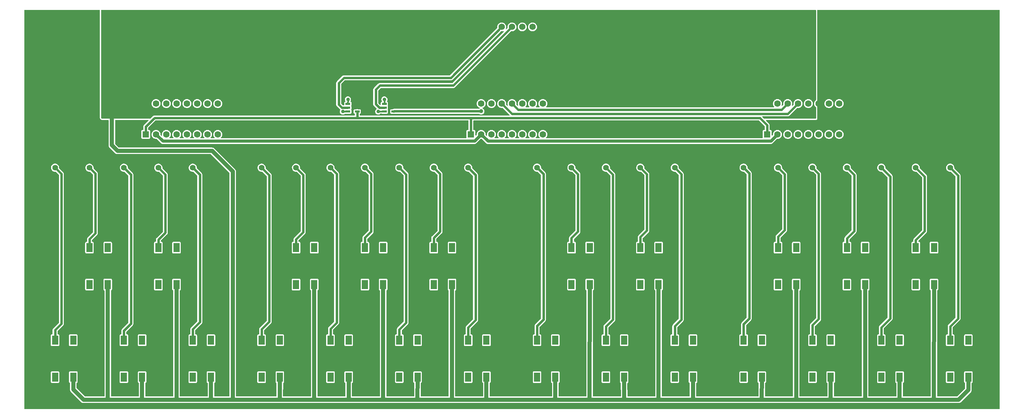
<source format=gtl>
G04 Layer: TopLayer*
G04 EasyEDA v6.5.43, 2024-08-29 12:16:04*
G04 cb6e2e9fbd21486d88ae5690d2d3dc00,10*
G04 Gerber Generator version 0.2*
G04 Scale: 100 percent, Rotated: No, Reflected: No *
G04 Dimensions in millimeters *
G04 leading zeros omitted , absolute positions ,4 integer and 5 decimal *
%FSLAX45Y45*%
%MOMM*%

%ADD10C,0.4000*%
%ADD11C,0.6000*%
%ADD12C,1.0000*%
%ADD13C,0.8000*%
%ADD14R,1.5000X2.3000*%
%ADD15R,1.1570X0.4900*%
%ADD16R,1.1750X0.4900*%
%ADD17C,1.6000*%
%ADD18R,1.6000X1.6000*%
%ADD19C,1.5748*%
%ADD20R,1.5748X1.5748*%
%ADD21C,1.4000*%
%ADD22C,0.9000*%
%ADD23C,0.0144*%

%LPD*%
G36*
X1947316Y4387850D02*
G01*
X1943404Y4388612D01*
X1940102Y4390847D01*
X1920697Y4410252D01*
X1918462Y4413554D01*
X1917700Y4417466D01*
X1917700Y7063231D01*
X1918462Y7067143D01*
X1920697Y7070394D01*
X1923948Y7072630D01*
X1927860Y7073392D01*
X19560540Y7073392D01*
X19564451Y7072630D01*
X19567702Y7070394D01*
X19569938Y7067143D01*
X19570700Y7063231D01*
X19570700Y4858004D01*
X19569785Y4853736D01*
X19567144Y4850231D01*
X19557288Y4841900D01*
X19547789Y4831384D01*
X19539661Y4819802D01*
X19533158Y4807254D01*
X19528231Y4793945D01*
X19525081Y4780127D01*
X19523760Y4766056D01*
X19524167Y4751933D01*
X19526453Y4737912D01*
X19530466Y4724349D01*
X19536206Y4711395D01*
X19543572Y4699304D01*
X19552361Y4688230D01*
X19562521Y4678375D01*
X19566636Y4675327D01*
X19568820Y4673092D01*
X19570192Y4670298D01*
X19570700Y4667199D01*
X19570700Y4398010D01*
X19569938Y4394098D01*
X19567702Y4390847D01*
X19564451Y4388612D01*
X19560540Y4387850D01*
X18295213Y4387850D01*
X18291352Y4388612D01*
X18288050Y4390847D01*
X18248223Y4430674D01*
X18246039Y4433925D01*
X18245226Y4437837D01*
X18246039Y4441698D01*
X18248223Y4445000D01*
X18251525Y4447235D01*
X18255386Y4447997D01*
X18871895Y4447997D01*
X18879870Y4448505D01*
X18881953Y4448810D01*
X18891656Y4451197D01*
X18898971Y4454245D01*
X18907506Y4459376D01*
X18915227Y4465929D01*
X19099987Y4650740D01*
X19102476Y4652568D01*
X19105422Y4653534D01*
X19108470Y4653635D01*
X19119088Y4652264D01*
X19133261Y4652264D01*
X19147282Y4654092D01*
X19160998Y4657648D01*
X19174104Y4662982D01*
X19186448Y4669942D01*
X19197777Y4678375D01*
X19207937Y4688230D01*
X19216776Y4699304D01*
X19224142Y4711395D01*
X19229832Y4724349D01*
X19233896Y4737912D01*
X19236131Y4751933D01*
X19236588Y4766056D01*
X19235216Y4780127D01*
X19232067Y4793945D01*
X19227190Y4807254D01*
X19220637Y4819802D01*
X19212560Y4831384D01*
X19203009Y4841900D01*
X19192240Y4851044D01*
X19180403Y4858766D01*
X19167602Y4864912D01*
X19154190Y4869383D01*
X19140271Y4872075D01*
X19126149Y4872990D01*
X19112026Y4872075D01*
X19098158Y4869383D01*
X19084696Y4864912D01*
X19071945Y4858766D01*
X19060058Y4851044D01*
X19049288Y4841900D01*
X19039789Y4831384D01*
X19031661Y4819802D01*
X19025158Y4807254D01*
X19020231Y4793945D01*
X19017081Y4780127D01*
X19015760Y4766056D01*
X19016167Y4751933D01*
X19017284Y4745126D01*
X19017284Y4741926D01*
X19016319Y4738878D01*
X19014440Y4736287D01*
X18992900Y4714798D01*
X18989192Y4712411D01*
X18984772Y4711852D01*
X18980556Y4713224D01*
X18977305Y4716322D01*
X18975679Y4720437D01*
X18975984Y4724857D01*
X18979896Y4737912D01*
X18982131Y4751933D01*
X18982588Y4766056D01*
X18981216Y4780127D01*
X18978067Y4793945D01*
X18973190Y4807254D01*
X18966637Y4819802D01*
X18958560Y4831384D01*
X18949009Y4841900D01*
X18938240Y4851044D01*
X18926403Y4858766D01*
X18913602Y4864912D01*
X18900190Y4869383D01*
X18886271Y4872075D01*
X18872149Y4872990D01*
X18858026Y4872075D01*
X18844158Y4869383D01*
X18830696Y4864912D01*
X18817945Y4858766D01*
X18806058Y4851044D01*
X18795288Y4841900D01*
X18785789Y4831384D01*
X18777661Y4819802D01*
X18771158Y4807254D01*
X18766231Y4793945D01*
X18763081Y4780127D01*
X18761760Y4766056D01*
X18762167Y4751933D01*
X18763284Y4745126D01*
X18763284Y4741926D01*
X18762319Y4738878D01*
X18760440Y4736287D01*
X18738900Y4714798D01*
X18735192Y4712411D01*
X18730772Y4711852D01*
X18726556Y4713224D01*
X18723305Y4716322D01*
X18721679Y4720437D01*
X18721984Y4724857D01*
X18725896Y4737912D01*
X18728131Y4751933D01*
X18728588Y4766056D01*
X18727216Y4780127D01*
X18724067Y4793945D01*
X18719190Y4807254D01*
X18712637Y4819802D01*
X18704560Y4831384D01*
X18695009Y4841900D01*
X18684240Y4851044D01*
X18672403Y4858766D01*
X18659602Y4864912D01*
X18646190Y4869383D01*
X18632271Y4872075D01*
X18618149Y4872990D01*
X18604026Y4872075D01*
X18590158Y4869383D01*
X18576696Y4864912D01*
X18563945Y4858766D01*
X18552058Y4851044D01*
X18541288Y4841900D01*
X18531789Y4831384D01*
X18523661Y4819802D01*
X18517158Y4807254D01*
X18512231Y4793945D01*
X18509081Y4780127D01*
X18507760Y4766056D01*
X18508167Y4751933D01*
X18510453Y4737912D01*
X18514466Y4724349D01*
X18520206Y4711395D01*
X18527572Y4699304D01*
X18536564Y4688078D01*
X18538799Y4684776D01*
X18539663Y4680864D01*
X18538901Y4676952D01*
X18536716Y4673600D01*
X18533414Y4671364D01*
X18529503Y4670602D01*
X12915646Y4670602D01*
X12911734Y4671364D01*
X12908432Y4673600D01*
X12906248Y4676952D01*
X12905486Y4680864D01*
X12906349Y4684776D01*
X12908737Y4688230D01*
X12917576Y4699304D01*
X12924942Y4711395D01*
X12930632Y4724349D01*
X12934696Y4737912D01*
X12936931Y4751882D01*
X12937388Y4766056D01*
X12936016Y4780127D01*
X12932867Y4793945D01*
X12927990Y4807204D01*
X12921437Y4819751D01*
X12913360Y4831384D01*
X12903809Y4841849D01*
X12893040Y4851044D01*
X12881203Y4858766D01*
X12868402Y4864912D01*
X12854990Y4869383D01*
X12841071Y4872075D01*
X12826949Y4872990D01*
X12812826Y4872075D01*
X12798958Y4869383D01*
X12785496Y4864912D01*
X12772745Y4858766D01*
X12760858Y4851044D01*
X12750088Y4841849D01*
X12740589Y4831384D01*
X12732461Y4819751D01*
X12725958Y4807204D01*
X12721031Y4793945D01*
X12717881Y4780127D01*
X12716560Y4766056D01*
X12716967Y4751882D01*
X12719253Y4737912D01*
X12723266Y4724349D01*
X12729006Y4711395D01*
X12736372Y4699304D01*
X12745313Y4688078D01*
X12747599Y4684776D01*
X12748412Y4680864D01*
X12747701Y4676952D01*
X12745516Y4673600D01*
X12742164Y4671364D01*
X12738252Y4670602D01*
X12661646Y4670602D01*
X12657734Y4671364D01*
X12654432Y4673600D01*
X12652248Y4676952D01*
X12651486Y4680864D01*
X12652349Y4684776D01*
X12654737Y4688230D01*
X12663576Y4699304D01*
X12670942Y4711395D01*
X12676632Y4724349D01*
X12680696Y4737912D01*
X12682931Y4751882D01*
X12683388Y4766056D01*
X12682016Y4780127D01*
X12678867Y4793945D01*
X12673990Y4807204D01*
X12667437Y4819751D01*
X12659360Y4831384D01*
X12649809Y4841849D01*
X12639040Y4851044D01*
X12627203Y4858766D01*
X12614402Y4864912D01*
X12600990Y4869383D01*
X12587071Y4872075D01*
X12572949Y4872990D01*
X12558826Y4872075D01*
X12544958Y4869383D01*
X12531496Y4864912D01*
X12518745Y4858766D01*
X12506858Y4851044D01*
X12496088Y4841849D01*
X12486589Y4831384D01*
X12478461Y4819751D01*
X12471958Y4807204D01*
X12467031Y4793945D01*
X12463881Y4780127D01*
X12462560Y4766056D01*
X12462967Y4751882D01*
X12465253Y4737912D01*
X12469266Y4724349D01*
X12475006Y4711395D01*
X12482372Y4699304D01*
X12491313Y4688078D01*
X12493599Y4684776D01*
X12494412Y4680864D01*
X12493701Y4676952D01*
X12491516Y4673600D01*
X12488164Y4671364D01*
X12484252Y4670602D01*
X12407646Y4670602D01*
X12403734Y4671364D01*
X12400432Y4673600D01*
X12398248Y4676952D01*
X12397486Y4680864D01*
X12398349Y4684776D01*
X12400737Y4688230D01*
X12409576Y4699304D01*
X12416942Y4711395D01*
X12422632Y4724349D01*
X12426696Y4737912D01*
X12428931Y4751882D01*
X12429388Y4766056D01*
X12428016Y4780127D01*
X12424867Y4793945D01*
X12419990Y4807204D01*
X12413437Y4819751D01*
X12405360Y4831384D01*
X12395809Y4841849D01*
X12385040Y4851044D01*
X12373203Y4858766D01*
X12360402Y4864912D01*
X12346990Y4869383D01*
X12333071Y4872075D01*
X12318949Y4872990D01*
X12304826Y4872075D01*
X12290958Y4869383D01*
X12277496Y4864912D01*
X12264745Y4858766D01*
X12252858Y4851044D01*
X12242088Y4841849D01*
X12232589Y4831384D01*
X12224461Y4819751D01*
X12217958Y4807204D01*
X12213031Y4793945D01*
X12209881Y4780127D01*
X12208560Y4766056D01*
X12208967Y4751882D01*
X12211253Y4737912D01*
X12215114Y4724958D01*
X12215368Y4720539D01*
X12213793Y4716424D01*
X12210542Y4713376D01*
X12206325Y4711954D01*
X12201906Y4712512D01*
X12198146Y4714900D01*
X12176709Y4736388D01*
X12174829Y4738928D01*
X12173864Y4741976D01*
X12173864Y4745177D01*
X12174931Y4751882D01*
X12175388Y4766056D01*
X12174016Y4780127D01*
X12170867Y4793945D01*
X12165990Y4807204D01*
X12159437Y4819751D01*
X12151360Y4831384D01*
X12141809Y4841849D01*
X12131040Y4851044D01*
X12119203Y4858766D01*
X12106402Y4864912D01*
X12092990Y4869383D01*
X12079071Y4872075D01*
X12064949Y4872990D01*
X12050826Y4872075D01*
X12036958Y4869383D01*
X12023496Y4864912D01*
X12010745Y4858766D01*
X11998858Y4851044D01*
X11988088Y4841849D01*
X11978589Y4831384D01*
X11970461Y4819751D01*
X11963958Y4807204D01*
X11959031Y4793945D01*
X11955881Y4780127D01*
X11954560Y4766056D01*
X11954967Y4751882D01*
X11957253Y4737912D01*
X11961114Y4724958D01*
X11961368Y4720539D01*
X11959793Y4716424D01*
X11956542Y4713376D01*
X11952325Y4711954D01*
X11947906Y4712512D01*
X11944146Y4714900D01*
X11922709Y4736388D01*
X11920829Y4738928D01*
X11919864Y4741976D01*
X11919864Y4745177D01*
X11920931Y4751882D01*
X11921388Y4766056D01*
X11920016Y4780127D01*
X11916867Y4793945D01*
X11911990Y4807204D01*
X11905437Y4819751D01*
X11897360Y4831384D01*
X11887809Y4841849D01*
X11877040Y4851044D01*
X11865203Y4858766D01*
X11852402Y4864912D01*
X11838990Y4869383D01*
X11825071Y4872075D01*
X11810949Y4872990D01*
X11796826Y4872075D01*
X11782958Y4869383D01*
X11769496Y4864912D01*
X11756745Y4858766D01*
X11744858Y4851044D01*
X11734088Y4841849D01*
X11724589Y4831384D01*
X11716461Y4819751D01*
X11709958Y4807204D01*
X11705031Y4793945D01*
X11701881Y4780127D01*
X11700560Y4766056D01*
X11700967Y4751882D01*
X11703253Y4737912D01*
X11707266Y4724349D01*
X11713006Y4711395D01*
X11720372Y4699304D01*
X11729161Y4688230D01*
X11739321Y4678375D01*
X11750700Y4669891D01*
X11763044Y4662932D01*
X11776151Y4657648D01*
X11789867Y4654042D01*
X11803888Y4652264D01*
X11818061Y4652264D01*
X11828729Y4653635D01*
X11831828Y4653534D01*
X11834723Y4652568D01*
X11837212Y4650740D01*
X12003176Y4484725D01*
X12005360Y4481474D01*
X12006173Y4477562D01*
X12005360Y4473702D01*
X12003176Y4470400D01*
X11999874Y4468164D01*
X11996013Y4467402D01*
X8313978Y4467402D01*
X8310118Y4468164D01*
X8306816Y4470400D01*
X8304580Y4473702D01*
X8303818Y4477562D01*
X8303818Y4502708D01*
X8304733Y4506874D01*
X8307273Y4510328D01*
X8311032Y4512411D01*
X8313775Y4513275D01*
X8319058Y4516069D01*
X8323681Y4519879D01*
X8327440Y4524502D01*
X8330285Y4529734D01*
X8332012Y4535474D01*
X8332622Y4541875D01*
X8332622Y4589881D01*
X8332012Y4596333D01*
X8330285Y4602073D01*
X8327440Y4607306D01*
X8323681Y4611928D01*
X8319058Y4615738D01*
X8313775Y4618532D01*
X8308086Y4620260D01*
X8301634Y4620920D01*
X8270392Y4620920D01*
X8267090Y4621479D01*
X8258149Y4624527D01*
X8248294Y4626152D01*
X8238337Y4626152D01*
X8228482Y4624527D01*
X8219541Y4621479D01*
X8216239Y4620920D01*
X8185099Y4620920D01*
X8178698Y4620260D01*
X8172958Y4618532D01*
X8167725Y4615738D01*
X8163102Y4611928D01*
X8159292Y4607306D01*
X8156498Y4602073D01*
X8154771Y4596333D01*
X8154111Y4589881D01*
X8154111Y4541875D01*
X8154771Y4535474D01*
X8156498Y4529734D01*
X8159292Y4524502D01*
X8163102Y4519879D01*
X8167725Y4516069D01*
X8172958Y4513275D01*
X8175599Y4512462D01*
X8179358Y4510379D01*
X8181898Y4506925D01*
X8182813Y4502759D01*
X8182813Y4477562D01*
X8182051Y4473702D01*
X8179816Y4470400D01*
X8176514Y4468164D01*
X8172653Y4467402D01*
X3238804Y4467402D01*
X3230829Y4466894D01*
X3228746Y4466590D01*
X3219043Y4464202D01*
X3211728Y4461154D01*
X3203194Y4456023D01*
X3195472Y4449470D01*
X3136849Y4390847D01*
X3133547Y4388612D01*
X3129686Y4387850D01*
G37*

%LPC*%
G36*
X7889595Y4490466D02*
G01*
X7901076Y4491786D01*
X7912201Y4494834D01*
X7922768Y4499559D01*
X7932470Y4505858D01*
X7937093Y4510024D01*
X7940040Y4511852D01*
X7943392Y4512564D01*
X7948828Y4511548D01*
X7955280Y4510887D01*
X8069986Y4510887D01*
X8076438Y4511548D01*
X8082127Y4513275D01*
X8087410Y4516069D01*
X8092033Y4519879D01*
X8095792Y4524502D01*
X8098637Y4529734D01*
X8100364Y4535474D01*
X8100974Y4541875D01*
X8100974Y4589881D01*
X8100364Y4596333D01*
X8098637Y4601972D01*
X8095030Y4608525D01*
X8093913Y4611725D01*
X8093913Y4615078D01*
X8095030Y4618278D01*
X8098637Y4624781D01*
X8100364Y4630470D01*
X8100974Y4636922D01*
X8100974Y4684877D01*
X8100364Y4691329D01*
X8098637Y4697018D01*
X8095030Y4703521D01*
X8093913Y4706721D01*
X8093913Y4710074D01*
X8095030Y4713274D01*
X8098637Y4719828D01*
X8100364Y4725466D01*
X8100974Y4731918D01*
X8100974Y4779924D01*
X8100364Y4786325D01*
X8098637Y4792065D01*
X8095792Y4797298D01*
X8092033Y4801920D01*
X8087410Y4805680D01*
X8081009Y4809083D01*
X8077809Y4811674D01*
X8075930Y4815281D01*
X8075625Y4819396D01*
X8076996Y4823256D01*
X8081314Y4830622D01*
X8085683Y4841341D01*
X8088274Y4852568D01*
X8089188Y4864100D01*
X8088274Y4875631D01*
X8085683Y4886858D01*
X8081314Y4897577D01*
X8075422Y4907534D01*
X8068106Y4916424D01*
X8059470Y4924145D01*
X8049768Y4930394D01*
X8039201Y4935118D01*
X8028076Y4938217D01*
X8016595Y4939538D01*
X8005064Y4939080D01*
X7993684Y4936896D01*
X7982813Y4932984D01*
X7972653Y4927447D01*
X7963458Y4920437D01*
X7955483Y4912106D01*
X7948828Y4902657D01*
X7943697Y4892294D01*
X7940192Y4881321D01*
X7938465Y4869891D01*
X7938465Y4858308D01*
X7940192Y4846878D01*
X7943697Y4835906D01*
X7951165Y4820970D01*
X7951317Y4817160D01*
X7950098Y4813554D01*
X7947609Y4810658D01*
X7937855Y4805730D01*
X7933232Y4801920D01*
X7929473Y4797298D01*
X7926628Y4792065D01*
X7924901Y4786325D01*
X7924292Y4779924D01*
X7924292Y4731562D01*
X7923479Y4727702D01*
X7921294Y4724400D01*
X7917992Y4722164D01*
X7914131Y4721402D01*
X7890560Y4721402D01*
X7886700Y4722164D01*
X7883398Y4724400D01*
X7848600Y4759198D01*
X7846364Y4762500D01*
X7845602Y4766360D01*
X7845602Y5241239D01*
X7846364Y5245100D01*
X7848600Y5248402D01*
X7934198Y5334000D01*
X7937500Y5336235D01*
X7941360Y5336997D01*
X10553344Y5336997D01*
X10561370Y5337505D01*
X10571124Y5339588D01*
X10573105Y5340197D01*
X10580420Y5343245D01*
X10582300Y5344210D01*
X10589006Y5348376D01*
X10596676Y5354929D01*
X11785904Y6544157D01*
X11788495Y6546037D01*
X11791543Y6547002D01*
X11794693Y6547002D01*
X11800484Y6546088D01*
X11814454Y6545630D01*
X11828424Y6546951D01*
X11842038Y6550101D01*
X11850370Y6553149D01*
X11854230Y6553758D01*
X11858040Y6552895D01*
X11861241Y6550659D01*
X11863324Y6547357D01*
X11864035Y6543497D01*
X11863222Y6539687D01*
X11861088Y6536435D01*
X10595102Y5270500D01*
X10591800Y5268264D01*
X10587939Y5267502D01*
X8801404Y5267502D01*
X8793429Y5266994D01*
X8791346Y5266690D01*
X8781643Y5264302D01*
X8774328Y5261254D01*
X8765794Y5256123D01*
X8758072Y5249570D01*
X8656929Y5148427D01*
X8650376Y5140706D01*
X8645245Y5132171D01*
X8642197Y5124856D01*
X8639810Y5115153D01*
X8639505Y5113070D01*
X8638997Y5105095D01*
X8638997Y4750104D01*
X8639505Y4742129D01*
X8639810Y4740046D01*
X8642197Y4730343D01*
X8645245Y4723028D01*
X8650376Y4714494D01*
X8656929Y4706772D01*
X8720836Y4642866D01*
X8723172Y4639259D01*
X8723833Y4634992D01*
X8722614Y4630877D01*
X8719820Y4627626D01*
X8712758Y4622241D01*
X8704783Y4613910D01*
X8698128Y4604461D01*
X8692997Y4594098D01*
X8689492Y4583074D01*
X8687765Y4571644D01*
X8687765Y4560112D01*
X8689492Y4548682D01*
X8692997Y4537659D01*
X8698128Y4527296D01*
X8704783Y4517847D01*
X8712758Y4509566D01*
X8721953Y4502556D01*
X8732113Y4497019D01*
X8742984Y4493107D01*
X8754364Y4490923D01*
X8765895Y4490466D01*
X8777376Y4491786D01*
X8788501Y4494834D01*
X8799068Y4499559D01*
X8808770Y4505858D01*
X8816543Y4512818D01*
X8819692Y4514697D01*
X8823299Y4515408D01*
X8838336Y4515408D01*
X8840774Y4515104D01*
X8844838Y4513275D01*
X8850528Y4511548D01*
X8856980Y4510887D01*
X8971686Y4510887D01*
X8978138Y4511548D01*
X8983827Y4513275D01*
X8989110Y4516069D01*
X8993733Y4519879D01*
X8997492Y4524502D01*
X9000337Y4529734D01*
X9002064Y4535474D01*
X9002674Y4541926D01*
X9002674Y4589881D01*
X9002064Y4596333D01*
X9000337Y4602022D01*
X8996730Y4608525D01*
X8995613Y4611725D01*
X8995613Y4615078D01*
X8996730Y4618329D01*
X9000337Y4624832D01*
X9002064Y4630470D01*
X9002674Y4636922D01*
X9002674Y4684928D01*
X9002064Y4691329D01*
X9000337Y4697018D01*
X8996730Y4703521D01*
X8995613Y4706721D01*
X8995613Y4710125D01*
X8996730Y4713325D01*
X9000337Y4719828D01*
X9002064Y4725466D01*
X9002674Y4731918D01*
X9002674Y4779924D01*
X9002064Y4786325D01*
X9000337Y4792065D01*
X8997492Y4797348D01*
X8993733Y4801920D01*
X8989110Y4805680D01*
X8982710Y4809083D01*
X8979509Y4811674D01*
X8977630Y4815332D01*
X8977325Y4819396D01*
X8978696Y4823256D01*
X8983014Y4830622D01*
X8987383Y4841341D01*
X8989974Y4852568D01*
X8990888Y4864100D01*
X8989974Y4875631D01*
X8987383Y4886858D01*
X8983014Y4897577D01*
X8977122Y4907534D01*
X8969806Y4916424D01*
X8961170Y4924145D01*
X8951468Y4930394D01*
X8940901Y4935118D01*
X8929776Y4938217D01*
X8918295Y4939538D01*
X8906764Y4939080D01*
X8895384Y4936896D01*
X8884513Y4932984D01*
X8874353Y4927447D01*
X8865158Y4920437D01*
X8857183Y4912106D01*
X8850528Y4902657D01*
X8845397Y4892294D01*
X8841892Y4881321D01*
X8840165Y4869891D01*
X8840165Y4858308D01*
X8841892Y4846878D01*
X8845397Y4835906D01*
X8852865Y4820970D01*
X8853017Y4817160D01*
X8851798Y4813554D01*
X8849309Y4810658D01*
X8839555Y4805730D01*
X8834932Y4801920D01*
X8831173Y4797348D01*
X8828328Y4792065D01*
X8826601Y4786325D01*
X8825992Y4779924D01*
X8825992Y4733442D01*
X8825179Y4729530D01*
X8822994Y4726228D01*
X8819692Y4724044D01*
X8815832Y4723282D01*
X8811920Y4724044D01*
X8808618Y4726228D01*
X8763000Y4771898D01*
X8760764Y4775200D01*
X8760002Y4779060D01*
X8760002Y5076139D01*
X8760764Y5080000D01*
X8763000Y5083302D01*
X8823198Y5143500D01*
X8826500Y5145735D01*
X8830360Y5146497D01*
X10616895Y5146497D01*
X10624870Y5147005D01*
X10626953Y5147310D01*
X10636656Y5149697D01*
X10643971Y5152745D01*
X10652506Y5157876D01*
X10660227Y5164429D01*
X12039955Y6544157D01*
X12042495Y6546037D01*
X12045543Y6547002D01*
X12048744Y6547002D01*
X12054484Y6546088D01*
X12068454Y6545630D01*
X12082424Y6546951D01*
X12096038Y6550101D01*
X12109196Y6554927D01*
X12121591Y6561378D01*
X12133072Y6569405D01*
X12143435Y6578803D01*
X12152528Y6589471D01*
X12160148Y6601206D01*
X12166193Y6613804D01*
X12170613Y6627114D01*
X12173305Y6640830D01*
X12174220Y6654800D01*
X12173305Y6668770D01*
X12170613Y6682486D01*
X12166193Y6695795D01*
X12160148Y6708394D01*
X12152528Y6720128D01*
X12143435Y6730796D01*
X12133072Y6740194D01*
X12121591Y6748221D01*
X12109196Y6754672D01*
X12096038Y6759498D01*
X12082424Y6762648D01*
X12068454Y6763969D01*
X12054484Y6763512D01*
X12040666Y6761276D01*
X12027255Y6757314D01*
X12014454Y6751624D01*
X12002465Y6744360D01*
X11991543Y6735673D01*
X11981789Y6725615D01*
X11973458Y6714388D01*
X11966549Y6702196D01*
X11961317Y6689242D01*
X11957761Y6675678D01*
X11955983Y6661810D01*
X11955983Y6647789D01*
X11957202Y6638188D01*
X11957151Y6635089D01*
X11956135Y6632194D01*
X11954306Y6629704D01*
X11929516Y6604914D01*
X11925706Y6602526D01*
X11921286Y6601968D01*
X11917019Y6603441D01*
X11913819Y6606590D01*
X11912244Y6610807D01*
X11912701Y6615277D01*
X11916613Y6627114D01*
X11919305Y6640830D01*
X11920220Y6654800D01*
X11919305Y6668770D01*
X11916613Y6682486D01*
X11912193Y6695795D01*
X11906148Y6708394D01*
X11898528Y6720128D01*
X11889435Y6730796D01*
X11879072Y6740194D01*
X11867591Y6748221D01*
X11855196Y6754672D01*
X11842038Y6759498D01*
X11828424Y6762648D01*
X11814454Y6763969D01*
X11800484Y6763512D01*
X11786666Y6761276D01*
X11773255Y6757314D01*
X11760454Y6751624D01*
X11748465Y6744360D01*
X11737543Y6735673D01*
X11727789Y6725615D01*
X11719458Y6714388D01*
X11712549Y6702196D01*
X11707317Y6689242D01*
X11703761Y6675678D01*
X11701983Y6661810D01*
X11701983Y6647789D01*
X11703202Y6638188D01*
X11703151Y6635089D01*
X11702135Y6632194D01*
X11700306Y6629704D01*
X10531602Y5461000D01*
X10528300Y5458764D01*
X10524388Y5458002D01*
X7912404Y5458002D01*
X7904429Y5457494D01*
X7902346Y5457190D01*
X7892643Y5454802D01*
X7885328Y5451754D01*
X7876794Y5446623D01*
X7869072Y5440070D01*
X7742529Y5313527D01*
X7735976Y5305806D01*
X7730845Y5297271D01*
X7727797Y5289956D01*
X7725409Y5280253D01*
X7725105Y5278170D01*
X7724597Y5270195D01*
X7724597Y4737404D01*
X7725105Y4729429D01*
X7725409Y4727346D01*
X7727797Y4717643D01*
X7730845Y4710328D01*
X7735976Y4701794D01*
X7742529Y4694072D01*
X7818272Y4618329D01*
X7819694Y4617110D01*
X7822285Y4613554D01*
X7823149Y4609236D01*
X7822082Y4604969D01*
X7816697Y4594098D01*
X7813192Y4583074D01*
X7811465Y4571644D01*
X7811465Y4560112D01*
X7813192Y4548682D01*
X7816697Y4537659D01*
X7821828Y4527296D01*
X7828483Y4517847D01*
X7836458Y4509566D01*
X7845653Y4502556D01*
X7855813Y4497019D01*
X7866684Y4493107D01*
X7878064Y4490923D01*
G37*
G36*
X11297005Y4491736D02*
G01*
X11308994Y4491736D01*
X11320932Y4493564D01*
X11332413Y4497070D01*
X11343233Y4502302D01*
X11353190Y4509058D01*
X11361978Y4517237D01*
X11369497Y4526686D01*
X11375491Y4537100D01*
X11379911Y4548276D01*
X11382552Y4560011D01*
X11383467Y4572000D01*
X11382552Y4583988D01*
X11379911Y4595723D01*
X11375491Y4606899D01*
X11369497Y4617313D01*
X11361978Y4626762D01*
X11353190Y4634890D01*
X11342166Y4642307D01*
X11339169Y4645507D01*
X11337747Y4649622D01*
X11338204Y4653940D01*
X11340439Y4657699D01*
X11344046Y4660188D01*
X11350904Y4662932D01*
X11363248Y4669891D01*
X11374577Y4678375D01*
X11384737Y4688230D01*
X11393576Y4699304D01*
X11400942Y4711395D01*
X11406632Y4724349D01*
X11410696Y4737912D01*
X11412931Y4751882D01*
X11413388Y4766056D01*
X11412016Y4780127D01*
X11408867Y4793945D01*
X11403990Y4807204D01*
X11397437Y4819751D01*
X11389360Y4831384D01*
X11379809Y4841849D01*
X11369040Y4851044D01*
X11357203Y4858766D01*
X11344402Y4864912D01*
X11330990Y4869383D01*
X11317071Y4872075D01*
X11302949Y4872990D01*
X11288826Y4872075D01*
X11274958Y4869383D01*
X11261496Y4864912D01*
X11248745Y4858766D01*
X11236858Y4851044D01*
X11226088Y4841849D01*
X11216589Y4831384D01*
X11208461Y4819751D01*
X11201958Y4807204D01*
X11197031Y4793945D01*
X11193881Y4780127D01*
X11192560Y4766056D01*
X11192967Y4751882D01*
X11195253Y4737912D01*
X11199266Y4724349D01*
X11205006Y4711395D01*
X11212372Y4699304D01*
X11221161Y4688230D01*
X11231321Y4678375D01*
X11242700Y4669891D01*
X11255044Y4662932D01*
X11261953Y4660138D01*
X11265509Y4657699D01*
X11267744Y4653940D01*
X11268202Y4649622D01*
X11266830Y4645507D01*
X11263833Y4642358D01*
X11251946Y4634280D01*
X11249202Y4632960D01*
X11246256Y4632502D01*
X9151467Y4632502D01*
X9143441Y4631994D01*
X9133687Y4629912D01*
X9131706Y4629302D01*
X9124391Y4626254D01*
X9118193Y4622495D01*
X9115552Y4621326D01*
X9112707Y4620920D01*
X9086799Y4620920D01*
X9080398Y4620260D01*
X9074658Y4618532D01*
X9069425Y4615738D01*
X9064802Y4611928D01*
X9060992Y4607306D01*
X9058198Y4602073D01*
X9056471Y4596333D01*
X9055811Y4589881D01*
X9055811Y4541926D01*
X9056471Y4535474D01*
X9058198Y4529734D01*
X9060992Y4524502D01*
X9064802Y4519879D01*
X9069425Y4516069D01*
X9074658Y4513275D01*
X9080398Y4511548D01*
X9086799Y4510887D01*
X9118041Y4510887D01*
X9132671Y4506722D01*
X9142577Y4505502D01*
X9152534Y4505909D01*
X9162338Y4507941D01*
X9168079Y4510227D01*
X9171787Y4510887D01*
X9203334Y4510887D01*
X9209836Y4511497D01*
X11246256Y4511497D01*
X11249253Y4511040D01*
X11251996Y4509719D01*
X11262766Y4502302D01*
X11273586Y4497070D01*
X11285067Y4493564D01*
G37*
G36*
X3777487Y4652264D02*
G01*
X3791661Y4652264D01*
X3805682Y4654092D01*
X3819398Y4657648D01*
X3832504Y4662982D01*
X3844848Y4669942D01*
X3856177Y4678375D01*
X3866337Y4688230D01*
X3875176Y4699304D01*
X3882542Y4711395D01*
X3888232Y4724349D01*
X3892296Y4737912D01*
X3894531Y4751933D01*
X3894988Y4766056D01*
X3893616Y4780127D01*
X3890467Y4793945D01*
X3885590Y4807254D01*
X3879037Y4819802D01*
X3870960Y4831384D01*
X3861409Y4841900D01*
X3850640Y4851044D01*
X3838803Y4858766D01*
X3826001Y4864912D01*
X3812590Y4869383D01*
X3798671Y4872075D01*
X3784549Y4872990D01*
X3770426Y4872075D01*
X3756558Y4869383D01*
X3743096Y4864912D01*
X3730345Y4858766D01*
X3718458Y4851044D01*
X3707688Y4841900D01*
X3698189Y4831384D01*
X3690061Y4819802D01*
X3683558Y4807254D01*
X3678631Y4793945D01*
X3675481Y4780127D01*
X3674160Y4766056D01*
X3674567Y4751933D01*
X3676853Y4737912D01*
X3680866Y4724349D01*
X3686606Y4711395D01*
X3693972Y4699304D01*
X3702761Y4688230D01*
X3712921Y4678375D01*
X3724300Y4669942D01*
X3736644Y4662982D01*
X3749751Y4657648D01*
X3763467Y4654092D01*
G37*
G36*
X4539488Y4652264D02*
G01*
X4553661Y4652264D01*
X4567682Y4654092D01*
X4581398Y4657648D01*
X4594504Y4662982D01*
X4606848Y4669942D01*
X4618177Y4678375D01*
X4628337Y4688230D01*
X4637176Y4699304D01*
X4644542Y4711395D01*
X4650232Y4724349D01*
X4654296Y4737912D01*
X4656531Y4751933D01*
X4656988Y4766056D01*
X4655616Y4780127D01*
X4652467Y4793945D01*
X4647590Y4807254D01*
X4641037Y4819802D01*
X4632960Y4831384D01*
X4623409Y4841900D01*
X4612640Y4851044D01*
X4600803Y4858766D01*
X4588002Y4864912D01*
X4574590Y4869383D01*
X4560671Y4872075D01*
X4546549Y4872990D01*
X4532426Y4872075D01*
X4518558Y4869383D01*
X4505096Y4864912D01*
X4492345Y4858766D01*
X4480458Y4851044D01*
X4469688Y4841900D01*
X4460189Y4831384D01*
X4452061Y4819802D01*
X4445558Y4807254D01*
X4440631Y4793945D01*
X4437481Y4780127D01*
X4436160Y4766056D01*
X4436567Y4751933D01*
X4438853Y4737912D01*
X4442866Y4724349D01*
X4448606Y4711395D01*
X4455972Y4699304D01*
X4464761Y4688230D01*
X4474921Y4678375D01*
X4486300Y4669942D01*
X4498644Y4662982D01*
X4511751Y4657648D01*
X4525467Y4654092D01*
G37*
G36*
X3523487Y4652264D02*
G01*
X3537661Y4652264D01*
X3551682Y4654092D01*
X3565398Y4657648D01*
X3578504Y4662982D01*
X3590848Y4669942D01*
X3602177Y4678375D01*
X3612337Y4688230D01*
X3621176Y4699304D01*
X3628542Y4711395D01*
X3634232Y4724349D01*
X3638296Y4737912D01*
X3640531Y4751933D01*
X3640988Y4766056D01*
X3639616Y4780127D01*
X3636467Y4793945D01*
X3631590Y4807254D01*
X3625037Y4819802D01*
X3616960Y4831384D01*
X3607409Y4841900D01*
X3596640Y4851044D01*
X3584803Y4858766D01*
X3572001Y4864912D01*
X3558590Y4869383D01*
X3544671Y4872075D01*
X3530549Y4872990D01*
X3516426Y4872075D01*
X3502558Y4869383D01*
X3489096Y4864912D01*
X3476345Y4858766D01*
X3464458Y4851044D01*
X3453688Y4841900D01*
X3444189Y4831384D01*
X3436061Y4819802D01*
X3429558Y4807254D01*
X3424631Y4793945D01*
X3421481Y4780127D01*
X3420160Y4766056D01*
X3420567Y4751933D01*
X3422853Y4737912D01*
X3426866Y4724349D01*
X3432606Y4711395D01*
X3439972Y4699304D01*
X3448761Y4688230D01*
X3458921Y4678375D01*
X3470300Y4669942D01*
X3482644Y4662982D01*
X3495751Y4657648D01*
X3509467Y4654092D01*
G37*
G36*
X4285488Y4652264D02*
G01*
X4299661Y4652264D01*
X4313682Y4654092D01*
X4327398Y4657648D01*
X4340504Y4662982D01*
X4352848Y4669942D01*
X4364177Y4678375D01*
X4374337Y4688230D01*
X4383176Y4699304D01*
X4390542Y4711395D01*
X4396232Y4724349D01*
X4400296Y4737912D01*
X4402531Y4751933D01*
X4402988Y4766056D01*
X4401616Y4780127D01*
X4398467Y4793945D01*
X4393590Y4807254D01*
X4387037Y4819802D01*
X4378960Y4831384D01*
X4369409Y4841900D01*
X4358640Y4851044D01*
X4346803Y4858766D01*
X4334002Y4864912D01*
X4320590Y4869383D01*
X4306671Y4872075D01*
X4292549Y4872990D01*
X4278426Y4872075D01*
X4264558Y4869383D01*
X4251096Y4864912D01*
X4238345Y4858766D01*
X4226458Y4851044D01*
X4215688Y4841900D01*
X4206189Y4831384D01*
X4198061Y4819802D01*
X4191558Y4807254D01*
X4186631Y4793945D01*
X4183481Y4780127D01*
X4182160Y4766056D01*
X4182567Y4751933D01*
X4184853Y4737912D01*
X4188866Y4724349D01*
X4194606Y4711395D01*
X4201972Y4699304D01*
X4210761Y4688230D01*
X4220921Y4678375D01*
X4232300Y4669942D01*
X4244644Y4662982D01*
X4257751Y4657648D01*
X4271467Y4654092D01*
G37*
G36*
X4793488Y4652264D02*
G01*
X4807661Y4652264D01*
X4821682Y4654092D01*
X4835398Y4657648D01*
X4848504Y4662982D01*
X4860848Y4669942D01*
X4872177Y4678375D01*
X4882337Y4688230D01*
X4891176Y4699304D01*
X4898542Y4711395D01*
X4904232Y4724349D01*
X4908296Y4737912D01*
X4910531Y4751933D01*
X4910988Y4766056D01*
X4909616Y4780127D01*
X4906467Y4793945D01*
X4901590Y4807254D01*
X4895037Y4819802D01*
X4886960Y4831384D01*
X4877409Y4841900D01*
X4866640Y4851044D01*
X4854803Y4858766D01*
X4842002Y4864912D01*
X4828590Y4869383D01*
X4814671Y4872075D01*
X4800549Y4872990D01*
X4786426Y4872075D01*
X4772558Y4869383D01*
X4759096Y4864912D01*
X4746345Y4858766D01*
X4734458Y4851044D01*
X4723688Y4841900D01*
X4714189Y4831384D01*
X4706061Y4819802D01*
X4699558Y4807254D01*
X4694631Y4793945D01*
X4691481Y4780127D01*
X4690160Y4766056D01*
X4690567Y4751933D01*
X4692853Y4737912D01*
X4696866Y4724349D01*
X4702606Y4711395D01*
X4709972Y4699304D01*
X4718761Y4688230D01*
X4728921Y4678375D01*
X4740300Y4669942D01*
X4752644Y4662982D01*
X4765751Y4657648D01*
X4779467Y4654092D01*
G37*
G36*
X4031487Y4652264D02*
G01*
X4045661Y4652264D01*
X4059682Y4654092D01*
X4073398Y4657648D01*
X4086504Y4662982D01*
X4098848Y4669942D01*
X4110177Y4678375D01*
X4120337Y4688230D01*
X4129176Y4699304D01*
X4136542Y4711395D01*
X4142232Y4724349D01*
X4146296Y4737912D01*
X4148531Y4751933D01*
X4148988Y4766056D01*
X4147616Y4780127D01*
X4144467Y4793945D01*
X4139590Y4807254D01*
X4133037Y4819802D01*
X4124960Y4831384D01*
X4115409Y4841900D01*
X4104640Y4851044D01*
X4092803Y4858766D01*
X4080001Y4864912D01*
X4066590Y4869383D01*
X4052671Y4872075D01*
X4038549Y4872990D01*
X4024426Y4872075D01*
X4010558Y4869383D01*
X3997096Y4864912D01*
X3984345Y4858766D01*
X3972458Y4851044D01*
X3961688Y4841900D01*
X3952189Y4831384D01*
X3944061Y4819802D01*
X3937558Y4807254D01*
X3932631Y4793945D01*
X3929481Y4780127D01*
X3928160Y4766056D01*
X3928567Y4751933D01*
X3930853Y4737912D01*
X3934866Y4724349D01*
X3940606Y4711395D01*
X3947972Y4699304D01*
X3956761Y4688230D01*
X3966921Y4678375D01*
X3978300Y4669942D01*
X3990644Y4662982D01*
X4003751Y4657648D01*
X4017467Y4654092D01*
G37*
G36*
X19373088Y4652264D02*
G01*
X19387261Y4652264D01*
X19401282Y4654092D01*
X19414998Y4657648D01*
X19428104Y4662982D01*
X19440448Y4669942D01*
X19451777Y4678375D01*
X19461937Y4688230D01*
X19470776Y4699304D01*
X19478142Y4711395D01*
X19483832Y4724349D01*
X19487896Y4737912D01*
X19490131Y4751933D01*
X19490588Y4766056D01*
X19489216Y4780127D01*
X19486067Y4793945D01*
X19481190Y4807254D01*
X19474637Y4819802D01*
X19466560Y4831384D01*
X19457009Y4841900D01*
X19446240Y4851044D01*
X19434403Y4858766D01*
X19421602Y4864912D01*
X19408190Y4869383D01*
X19394271Y4872075D01*
X19380149Y4872990D01*
X19366026Y4872075D01*
X19352158Y4869383D01*
X19338696Y4864912D01*
X19325945Y4858766D01*
X19314058Y4851044D01*
X19303288Y4841900D01*
X19293789Y4831384D01*
X19285661Y4819802D01*
X19279158Y4807254D01*
X19274231Y4793945D01*
X19271081Y4780127D01*
X19269760Y4766056D01*
X19270167Y4751933D01*
X19272453Y4737912D01*
X19276466Y4724349D01*
X19282206Y4711395D01*
X19289572Y4699304D01*
X19298361Y4688230D01*
X19308521Y4678375D01*
X19319900Y4669942D01*
X19332244Y4662982D01*
X19345351Y4657648D01*
X19359067Y4654092D01*
G37*
G36*
X3269488Y4652264D02*
G01*
X3283661Y4652264D01*
X3297682Y4654092D01*
X3311398Y4657648D01*
X3324504Y4662982D01*
X3336848Y4669942D01*
X3348177Y4678375D01*
X3358337Y4688230D01*
X3367176Y4699304D01*
X3374542Y4711395D01*
X3380232Y4724349D01*
X3384296Y4737912D01*
X3386531Y4751933D01*
X3386988Y4766056D01*
X3385616Y4780127D01*
X3382467Y4793945D01*
X3377590Y4807254D01*
X3371037Y4819802D01*
X3362960Y4831384D01*
X3353409Y4841900D01*
X3342640Y4851044D01*
X3330803Y4858766D01*
X3318001Y4864912D01*
X3304590Y4869383D01*
X3290671Y4872075D01*
X3276549Y4872990D01*
X3262426Y4872075D01*
X3248558Y4869383D01*
X3235096Y4864912D01*
X3222345Y4858766D01*
X3210458Y4851044D01*
X3199688Y4841900D01*
X3190189Y4831384D01*
X3182061Y4819802D01*
X3175558Y4807254D01*
X3170631Y4793945D01*
X3167481Y4780127D01*
X3166160Y4766056D01*
X3166567Y4751933D01*
X3168853Y4737912D01*
X3172866Y4724349D01*
X3178606Y4711395D01*
X3185972Y4699304D01*
X3194761Y4688230D01*
X3204921Y4678375D01*
X3216300Y4669942D01*
X3228644Y4662982D01*
X3241751Y4657648D01*
X3255467Y4654092D01*
G37*
G36*
X11549888Y4652264D02*
G01*
X11564061Y4652264D01*
X11578082Y4654042D01*
X11591798Y4657648D01*
X11604904Y4662932D01*
X11617248Y4669891D01*
X11628577Y4678375D01*
X11638737Y4688230D01*
X11647576Y4699304D01*
X11654942Y4711395D01*
X11660632Y4724349D01*
X11664696Y4737912D01*
X11666931Y4751882D01*
X11667388Y4766056D01*
X11666016Y4780127D01*
X11662867Y4793945D01*
X11657990Y4807204D01*
X11651437Y4819751D01*
X11643360Y4831384D01*
X11633809Y4841849D01*
X11623040Y4851044D01*
X11611203Y4858766D01*
X11598402Y4864912D01*
X11584990Y4869383D01*
X11571071Y4872075D01*
X11556949Y4872990D01*
X11542826Y4872075D01*
X11528958Y4869383D01*
X11515496Y4864912D01*
X11502745Y4858766D01*
X11490858Y4851044D01*
X11480088Y4841849D01*
X11470589Y4831384D01*
X11462461Y4819751D01*
X11455958Y4807204D01*
X11451031Y4793945D01*
X11447881Y4780127D01*
X11446560Y4766056D01*
X11446967Y4751882D01*
X11449253Y4737912D01*
X11453266Y4724349D01*
X11459006Y4711395D01*
X11466372Y4699304D01*
X11475161Y4688230D01*
X11485321Y4678375D01*
X11496700Y4669891D01*
X11509044Y4662932D01*
X11522151Y4657648D01*
X11535867Y4654042D01*
G37*
G36*
X12576454Y6545630D02*
G01*
X12590424Y6546951D01*
X12604038Y6550101D01*
X12617196Y6554927D01*
X12629591Y6561378D01*
X12641072Y6569405D01*
X12651435Y6578803D01*
X12660528Y6589471D01*
X12668148Y6601206D01*
X12674193Y6613804D01*
X12678613Y6627114D01*
X12681305Y6640830D01*
X12682220Y6654800D01*
X12681305Y6668770D01*
X12678613Y6682486D01*
X12674193Y6695795D01*
X12668148Y6708394D01*
X12660528Y6720128D01*
X12651435Y6730796D01*
X12641072Y6740194D01*
X12629591Y6748221D01*
X12617196Y6754672D01*
X12604038Y6759498D01*
X12590424Y6762648D01*
X12576454Y6763969D01*
X12562484Y6763512D01*
X12548666Y6761276D01*
X12535255Y6757314D01*
X12522454Y6751624D01*
X12510465Y6744360D01*
X12499543Y6735673D01*
X12489789Y6725615D01*
X12481458Y6714388D01*
X12474549Y6702196D01*
X12469317Y6689242D01*
X12465761Y6675678D01*
X12463983Y6661810D01*
X12463983Y6647789D01*
X12465761Y6633921D01*
X12469317Y6620357D01*
X12474549Y6607403D01*
X12481458Y6595211D01*
X12489789Y6583984D01*
X12499543Y6573926D01*
X12510465Y6565239D01*
X12522454Y6557975D01*
X12535255Y6552285D01*
X12548666Y6548323D01*
X12562484Y6546088D01*
G37*
G36*
X12322454Y6545630D02*
G01*
X12336424Y6546951D01*
X12350038Y6550101D01*
X12363196Y6554927D01*
X12375591Y6561378D01*
X12387072Y6569405D01*
X12397435Y6578803D01*
X12406528Y6589471D01*
X12414148Y6601206D01*
X12420193Y6613804D01*
X12424613Y6627114D01*
X12427305Y6640830D01*
X12428220Y6654800D01*
X12427305Y6668770D01*
X12424613Y6682486D01*
X12420193Y6695795D01*
X12414148Y6708394D01*
X12406528Y6720128D01*
X12397435Y6730796D01*
X12387072Y6740194D01*
X12375591Y6748221D01*
X12363196Y6754672D01*
X12350038Y6759498D01*
X12336424Y6762648D01*
X12322454Y6763969D01*
X12308484Y6763512D01*
X12294666Y6761276D01*
X12281255Y6757314D01*
X12268454Y6751624D01*
X12256465Y6744360D01*
X12245543Y6735673D01*
X12235789Y6725615D01*
X12227458Y6714388D01*
X12220549Y6702196D01*
X12215317Y6689242D01*
X12211761Y6675678D01*
X12209983Y6661810D01*
X12209983Y6647789D01*
X12211761Y6633921D01*
X12215317Y6620357D01*
X12220549Y6607403D01*
X12227458Y6595211D01*
X12235789Y6583984D01*
X12245543Y6573926D01*
X12256465Y6565239D01*
X12268454Y6557975D01*
X12281255Y6552285D01*
X12294666Y6548323D01*
X12308484Y6546088D01*
G37*

%LPD*%
G36*
X11642852Y3905910D02*
G01*
X11638940Y3906672D01*
X11635638Y3908907D01*
X11633454Y3912260D01*
X11632692Y3916172D01*
X11633555Y3920083D01*
X11635790Y3923385D01*
X11638737Y3926230D01*
X11647576Y3937304D01*
X11654942Y3949395D01*
X11660632Y3962349D01*
X11664696Y3975912D01*
X11666931Y3989882D01*
X11667388Y4004056D01*
X11666016Y4018127D01*
X11662867Y4031945D01*
X11657990Y4045204D01*
X11651437Y4057751D01*
X11643360Y4069384D01*
X11633809Y4079849D01*
X11623040Y4089044D01*
X11611203Y4096765D01*
X11598402Y4102912D01*
X11584990Y4107383D01*
X11571071Y4110075D01*
X11556949Y4110990D01*
X11542826Y4110075D01*
X11528958Y4107383D01*
X11515496Y4102912D01*
X11502745Y4096765D01*
X11490858Y4089044D01*
X11480088Y4079849D01*
X11470589Y4069384D01*
X11462461Y4057751D01*
X11455958Y4045204D01*
X11451031Y4031945D01*
X11447881Y4018127D01*
X11446560Y4004056D01*
X11446967Y3989882D01*
X11448491Y3980738D01*
X11448237Y3976522D01*
X11446357Y3972763D01*
X11443055Y3970070D01*
X11438991Y3969004D01*
X11434826Y3969664D01*
X11431270Y3971950D01*
X11416080Y3987139D01*
X11413794Y3990594D01*
X11413083Y3994658D01*
X11413388Y4004056D01*
X11412016Y4018127D01*
X11408867Y4031945D01*
X11403990Y4045204D01*
X11397437Y4057751D01*
X11389360Y4069384D01*
X11379809Y4079849D01*
X11369040Y4089044D01*
X11357203Y4096765D01*
X11344402Y4102912D01*
X11330990Y4107383D01*
X11317071Y4110075D01*
X11302949Y4110990D01*
X11288826Y4110075D01*
X11274958Y4107383D01*
X11261496Y4102912D01*
X11248745Y4096765D01*
X11236858Y4089044D01*
X11226088Y4079849D01*
X11216589Y4069384D01*
X11208461Y4057751D01*
X11201958Y4045204D01*
X11197031Y4031945D01*
X11193881Y4018127D01*
X11192560Y4004056D01*
X11192865Y3994556D01*
X11192154Y3990492D01*
X11189868Y3987088D01*
X11176863Y3974033D01*
X11173561Y3971848D01*
X11169650Y3971086D01*
X11165789Y3971848D01*
X11162487Y3974033D01*
X11160252Y3977335D01*
X11159490Y3981246D01*
X11159490Y4080001D01*
X11158880Y4086402D01*
X11157153Y4092143D01*
X11154308Y4097426D01*
X11150549Y4101998D01*
X11145926Y4105808D01*
X11140643Y4108602D01*
X11134953Y4110380D01*
X11128502Y4110990D01*
X11119662Y4110990D01*
X11115802Y4111751D01*
X11112500Y4113987D01*
X11110264Y4117238D01*
X11109502Y4121150D01*
X11109502Y4336237D01*
X11110264Y4340098D01*
X11112500Y4343400D01*
X11115802Y4345635D01*
X11119662Y4346397D01*
X18157139Y4346397D01*
X18161000Y4345635D01*
X18164302Y4343400D01*
X18300700Y4207002D01*
X18302935Y4203700D01*
X18303697Y4199839D01*
X18303697Y4121150D01*
X18302935Y4117289D01*
X18300700Y4113987D01*
X18297398Y4111802D01*
X18293537Y4110990D01*
X18284698Y4110990D01*
X18278246Y4110380D01*
X18272556Y4108653D01*
X18267273Y4105808D01*
X18262650Y4102049D01*
X18258891Y4097426D01*
X18256046Y4092143D01*
X18254319Y4086453D01*
X18253710Y4080001D01*
X18253710Y3920998D01*
X18254065Y3917086D01*
X18253608Y3912870D01*
X18251474Y3909263D01*
X18248071Y3906774D01*
X18243956Y3905910D01*
X12912852Y3905910D01*
X12908940Y3906672D01*
X12905638Y3908907D01*
X12903454Y3912260D01*
X12902692Y3916172D01*
X12903555Y3920083D01*
X12905790Y3923385D01*
X12908737Y3926230D01*
X12917576Y3937304D01*
X12924942Y3949395D01*
X12930632Y3962349D01*
X12934696Y3975912D01*
X12936931Y3989882D01*
X12937388Y4004056D01*
X12936016Y4018127D01*
X12932867Y4031945D01*
X12927990Y4045204D01*
X12921437Y4057751D01*
X12913360Y4069384D01*
X12903809Y4079849D01*
X12893040Y4089044D01*
X12881203Y4096765D01*
X12868402Y4102912D01*
X12854990Y4107383D01*
X12841071Y4110075D01*
X12826949Y4110990D01*
X12812826Y4110075D01*
X12798958Y4107383D01*
X12785496Y4102912D01*
X12772745Y4096765D01*
X12760858Y4089044D01*
X12750088Y4079849D01*
X12740589Y4069384D01*
X12732461Y4057751D01*
X12725958Y4045204D01*
X12721031Y4031945D01*
X12717881Y4018127D01*
X12716560Y4004056D01*
X12716967Y3989882D01*
X12719253Y3975912D01*
X12723266Y3962349D01*
X12729006Y3949395D01*
X12736372Y3937304D01*
X12745161Y3926230D01*
X12748107Y3923385D01*
X12750393Y3920083D01*
X12751206Y3916172D01*
X12750495Y3912260D01*
X12748260Y3908907D01*
X12744958Y3906672D01*
X12741046Y3905910D01*
X12658852Y3905910D01*
X12654940Y3906672D01*
X12651638Y3908907D01*
X12649454Y3912260D01*
X12648692Y3916172D01*
X12649555Y3920083D01*
X12651790Y3923385D01*
X12654737Y3926230D01*
X12663576Y3937304D01*
X12670942Y3949395D01*
X12676632Y3962349D01*
X12680696Y3975912D01*
X12682931Y3989882D01*
X12683388Y4004056D01*
X12682016Y4018127D01*
X12678867Y4031945D01*
X12673990Y4045204D01*
X12667437Y4057751D01*
X12659360Y4069384D01*
X12649809Y4079849D01*
X12639040Y4089044D01*
X12627203Y4096765D01*
X12614402Y4102912D01*
X12600990Y4107383D01*
X12587071Y4110075D01*
X12572949Y4110990D01*
X12558826Y4110075D01*
X12544958Y4107383D01*
X12531496Y4102912D01*
X12518745Y4096765D01*
X12506858Y4089044D01*
X12496088Y4079849D01*
X12486589Y4069384D01*
X12478461Y4057751D01*
X12471958Y4045204D01*
X12467031Y4031945D01*
X12463881Y4018127D01*
X12462560Y4004056D01*
X12462967Y3989882D01*
X12465253Y3975912D01*
X12469266Y3962349D01*
X12475006Y3949395D01*
X12482372Y3937304D01*
X12491161Y3926230D01*
X12494107Y3923385D01*
X12496393Y3920083D01*
X12497206Y3916172D01*
X12496495Y3912260D01*
X12494260Y3908907D01*
X12490958Y3906672D01*
X12487046Y3905910D01*
X12404852Y3905910D01*
X12400940Y3906672D01*
X12397638Y3908907D01*
X12395454Y3912260D01*
X12394692Y3916172D01*
X12395555Y3920083D01*
X12397790Y3923385D01*
X12400737Y3926230D01*
X12409576Y3937304D01*
X12416942Y3949395D01*
X12422632Y3962349D01*
X12426696Y3975912D01*
X12428931Y3989882D01*
X12429388Y4004056D01*
X12428016Y4018127D01*
X12424867Y4031945D01*
X12419990Y4045204D01*
X12413437Y4057751D01*
X12405360Y4069384D01*
X12395809Y4079849D01*
X12385040Y4089044D01*
X12373203Y4096765D01*
X12360402Y4102912D01*
X12346990Y4107383D01*
X12333071Y4110075D01*
X12318949Y4110990D01*
X12304826Y4110075D01*
X12290958Y4107383D01*
X12277496Y4102912D01*
X12264745Y4096765D01*
X12252858Y4089044D01*
X12242088Y4079849D01*
X12232589Y4069384D01*
X12224461Y4057751D01*
X12217958Y4045204D01*
X12213031Y4031945D01*
X12209881Y4018127D01*
X12208560Y4004056D01*
X12208967Y3989882D01*
X12211253Y3975912D01*
X12215266Y3962349D01*
X12221006Y3949395D01*
X12228372Y3937304D01*
X12237161Y3926230D01*
X12240107Y3923385D01*
X12242393Y3920083D01*
X12243206Y3916172D01*
X12242495Y3912260D01*
X12240260Y3908907D01*
X12236958Y3906672D01*
X12233046Y3905910D01*
X12150852Y3905910D01*
X12146940Y3906672D01*
X12143638Y3908907D01*
X12141454Y3912260D01*
X12140692Y3916172D01*
X12141555Y3920083D01*
X12143790Y3923385D01*
X12146737Y3926230D01*
X12155576Y3937304D01*
X12162942Y3949395D01*
X12168632Y3962349D01*
X12172696Y3975912D01*
X12174931Y3989882D01*
X12175388Y4004056D01*
X12174016Y4018127D01*
X12170867Y4031945D01*
X12165990Y4045204D01*
X12159437Y4057751D01*
X12151360Y4069384D01*
X12141809Y4079849D01*
X12131040Y4089044D01*
X12119203Y4096765D01*
X12106402Y4102912D01*
X12092990Y4107383D01*
X12079071Y4110075D01*
X12064949Y4110990D01*
X12050826Y4110075D01*
X12036958Y4107383D01*
X12023496Y4102912D01*
X12010745Y4096765D01*
X11998858Y4089044D01*
X11988088Y4079849D01*
X11978589Y4069384D01*
X11970461Y4057751D01*
X11963958Y4045204D01*
X11959031Y4031945D01*
X11955881Y4018127D01*
X11954560Y4004056D01*
X11954967Y3989882D01*
X11957253Y3975912D01*
X11961266Y3962349D01*
X11967006Y3949395D01*
X11974372Y3937304D01*
X11983161Y3926230D01*
X11986107Y3923385D01*
X11988393Y3920083D01*
X11989206Y3916172D01*
X11988495Y3912260D01*
X11986260Y3908907D01*
X11982958Y3906672D01*
X11979046Y3905910D01*
X11896852Y3905910D01*
X11892940Y3906672D01*
X11889638Y3908907D01*
X11887454Y3912260D01*
X11886692Y3916172D01*
X11887555Y3920083D01*
X11889790Y3923385D01*
X11892737Y3926230D01*
X11901576Y3937304D01*
X11908942Y3949395D01*
X11914632Y3962349D01*
X11918696Y3975912D01*
X11920931Y3989882D01*
X11921388Y4004056D01*
X11920016Y4018127D01*
X11916867Y4031945D01*
X11911990Y4045204D01*
X11905437Y4057751D01*
X11897360Y4069384D01*
X11887809Y4079849D01*
X11877040Y4089044D01*
X11865203Y4096765D01*
X11852402Y4102912D01*
X11838990Y4107383D01*
X11825071Y4110075D01*
X11810949Y4110990D01*
X11796826Y4110075D01*
X11782958Y4107383D01*
X11769496Y4102912D01*
X11756745Y4096765D01*
X11744858Y4089044D01*
X11734088Y4079849D01*
X11724589Y4069384D01*
X11716461Y4057751D01*
X11709958Y4045204D01*
X11705031Y4031945D01*
X11701881Y4018127D01*
X11700560Y4004056D01*
X11700967Y3989882D01*
X11703253Y3975912D01*
X11707266Y3962349D01*
X11713006Y3949395D01*
X11720372Y3937304D01*
X11729161Y3926230D01*
X11732107Y3923385D01*
X11734393Y3920083D01*
X11735206Y3916172D01*
X11734495Y3912260D01*
X11732260Y3908907D01*
X11728958Y3906672D01*
X11725046Y3905910D01*
G37*

%LPD*%
G36*
X36068Y-2780792D02*
G01*
X32156Y-2780030D01*
X28905Y-2777794D01*
X26670Y-2774543D01*
X25908Y-2770632D01*
X25908Y7063231D01*
X26670Y7067143D01*
X28905Y7070394D01*
X32156Y7072630D01*
X36068Y7073392D01*
X1877060Y7073392D01*
X1880920Y7072630D01*
X1884222Y7070394D01*
X1886407Y7067143D01*
X1887220Y7063231D01*
X1887220Y4413656D01*
X1887575Y4408627D01*
X1889252Y4402328D01*
X1892147Y4396689D01*
X1896516Y4391304D01*
X1921256Y4366564D01*
X1925066Y4363262D01*
X1930704Y4360011D01*
X1936750Y4358081D01*
X1943607Y4357319D01*
X2093722Y4357319D01*
X2097633Y4356557D01*
X2100935Y4354372D01*
X2103120Y4351070D01*
X2103882Y4347159D01*
X2103932Y3730955D01*
X2105253Y3719017D01*
X2107539Y3709873D01*
X2108352Y3707384D01*
X2111959Y3698697D01*
X2113127Y3696360D01*
X2118004Y3688283D01*
X2119528Y3686149D01*
X2125522Y3678885D01*
X2269185Y3535222D01*
X2276449Y3529228D01*
X2278583Y3527704D01*
X2286660Y3522827D01*
X2288997Y3521659D01*
X2297684Y3518052D01*
X2300173Y3517239D01*
X2309317Y3514953D01*
X2321255Y3513632D01*
X4623358Y3513582D01*
X4627219Y3512820D01*
X4630521Y3510635D01*
X5085435Y3055721D01*
X5087620Y3052419D01*
X5088382Y3048558D01*
X5088382Y-2462022D01*
X5087620Y-2465933D01*
X5085435Y-2469235D01*
X5082133Y-2471420D01*
X5078222Y-2472182D01*
X4722418Y-2472182D01*
X4718507Y-2471420D01*
X4715205Y-2469184D01*
X4713020Y-2465882D01*
X4712258Y-2462022D01*
X4713071Y-2144318D01*
X4713732Y-2140712D01*
X4715662Y-2137613D01*
X4718507Y-2135327D01*
X4724908Y-2131974D01*
X4729530Y-2128215D01*
X4733290Y-2123592D01*
X4736134Y-2118360D01*
X4737862Y-2112619D01*
X4738471Y-2106168D01*
X4738471Y-1877212D01*
X4737862Y-1870760D01*
X4736134Y-1865020D01*
X4733290Y-1859788D01*
X4729530Y-1855165D01*
X4724908Y-1851355D01*
X4719624Y-1848561D01*
X4713935Y-1846834D01*
X4707483Y-1846173D01*
X4558487Y-1846173D01*
X4552035Y-1846834D01*
X4546295Y-1848561D01*
X4541062Y-1851355D01*
X4536440Y-1855165D01*
X4532630Y-1859788D01*
X4529836Y-1865020D01*
X4528108Y-1870760D01*
X4527448Y-1877212D01*
X4527448Y-2106168D01*
X4528108Y-2112619D01*
X4529836Y-2118360D01*
X4532630Y-2123592D01*
X4536440Y-2128215D01*
X4541062Y-2132025D01*
X4546701Y-2135022D01*
X4549546Y-2137308D01*
X4551426Y-2140458D01*
X4552086Y-2144014D01*
X4551273Y-2462072D01*
X4550460Y-2465933D01*
X4548276Y-2469235D01*
X4544974Y-2471420D01*
X4541113Y-2472182D01*
X3874668Y-2472182D01*
X3870756Y-2471420D01*
X3867454Y-2469235D01*
X3865270Y-2465933D01*
X3864508Y-2462022D01*
X3863543Y141833D01*
X3864203Y145389D01*
X3866083Y148539D01*
X3868928Y150774D01*
X3874871Y153974D01*
X3879494Y157784D01*
X3883304Y162407D01*
X3886098Y167640D01*
X3887825Y173380D01*
X3888486Y179832D01*
X3888486Y408787D01*
X3887825Y415239D01*
X3886098Y420979D01*
X3883304Y426212D01*
X3879494Y430834D01*
X3874871Y434644D01*
X3869639Y437438D01*
X3863898Y439166D01*
X3857498Y439826D01*
X3708450Y439826D01*
X3702050Y439166D01*
X3696309Y437438D01*
X3691077Y434644D01*
X3686454Y430834D01*
X3682644Y426212D01*
X3679850Y420979D01*
X3678123Y415239D01*
X3677462Y408787D01*
X3677462Y179832D01*
X3678123Y173380D01*
X3679850Y167640D01*
X3682644Y162407D01*
X3686454Y157784D01*
X3691077Y153974D01*
X3697173Y150723D01*
X3700018Y148437D01*
X3701897Y145338D01*
X3702558Y141782D01*
X3703472Y-2462022D01*
X3702710Y-2465933D01*
X3700526Y-2469235D01*
X3697224Y-2471420D01*
X3693312Y-2472182D01*
X3022346Y-2472182D01*
X3018434Y-2471420D01*
X3015132Y-2469184D01*
X3012948Y-2465882D01*
X3012186Y-2462022D01*
X3013049Y-2144318D01*
X3013710Y-2140712D01*
X3015640Y-2137613D01*
X3018485Y-2135378D01*
X3024936Y-2131974D01*
X3029508Y-2128215D01*
X3033318Y-2123592D01*
X3036112Y-2118360D01*
X3037840Y-2112619D01*
X3038500Y-2106168D01*
X3038500Y-1877212D01*
X3037840Y-1870760D01*
X3036112Y-1865020D01*
X3033318Y-1859788D01*
X3029508Y-1855165D01*
X3024886Y-1851355D01*
X3019653Y-1848561D01*
X3013913Y-1846834D01*
X3007461Y-1846173D01*
X2858465Y-1846173D01*
X2852013Y-1846834D01*
X2846324Y-1848561D01*
X2841040Y-1851355D01*
X2836418Y-1855165D01*
X2832658Y-1859788D01*
X2829814Y-1865020D01*
X2828086Y-1870760D01*
X2827477Y-1877212D01*
X2827477Y-2106168D01*
X2828086Y-2112619D01*
X2829814Y-2118360D01*
X2832658Y-2123592D01*
X2836418Y-2128215D01*
X2841040Y-2132025D01*
X2846679Y-2135022D01*
X2849524Y-2137308D01*
X2851404Y-2140407D01*
X2852064Y-2144014D01*
X2851150Y-2462072D01*
X2850388Y-2465933D01*
X2848203Y-2469235D01*
X2844901Y-2471420D01*
X2840990Y-2472182D01*
X2173224Y-2472182D01*
X2169312Y-2471420D01*
X2166010Y-2469235D01*
X2163826Y-2465933D01*
X2163064Y-2462022D01*
X2163470Y141782D01*
X2164130Y145389D01*
X2166010Y148488D01*
X2168855Y150723D01*
X2174900Y153974D01*
X2179523Y157784D01*
X2183282Y162407D01*
X2186127Y167640D01*
X2187854Y173380D01*
X2188464Y179832D01*
X2188464Y408787D01*
X2187854Y415239D01*
X2186127Y420979D01*
X2183282Y426212D01*
X2179523Y430834D01*
X2174900Y434644D01*
X2169617Y437438D01*
X2163927Y439166D01*
X2157476Y439826D01*
X2008479Y439826D01*
X2002028Y439166D01*
X1996338Y437438D01*
X1991055Y434644D01*
X1986432Y430834D01*
X1982673Y426212D01*
X1979828Y420979D01*
X1978101Y415239D01*
X1977491Y408787D01*
X1977491Y179832D01*
X1978101Y173380D01*
X1979828Y167640D01*
X1982673Y162407D01*
X1986432Y157784D01*
X1991055Y153974D01*
X1997100Y150774D01*
X1999945Y148488D01*
X2001824Y145389D01*
X2002434Y141782D01*
X2002028Y-2462022D01*
X2001266Y-2465933D01*
X1999081Y-2469235D01*
X1995779Y-2471420D01*
X1991868Y-2472182D01*
X1523441Y-2472182D01*
X1519580Y-2471420D01*
X1516278Y-2469235D01*
X1316482Y-2269439D01*
X1314246Y-2266137D01*
X1313484Y-2262225D01*
X1313484Y-2144217D01*
X1314145Y-2140610D01*
X1316024Y-2137511D01*
X1318869Y-2135225D01*
X1324914Y-2132025D01*
X1329537Y-2128215D01*
X1333296Y-2123592D01*
X1336141Y-2118360D01*
X1337868Y-2112619D01*
X1338478Y-2106168D01*
X1338478Y-1877212D01*
X1337868Y-1870760D01*
X1336141Y-1865020D01*
X1333296Y-1859788D01*
X1329537Y-1855165D01*
X1324914Y-1851355D01*
X1319631Y-1848561D01*
X1313942Y-1846834D01*
X1307490Y-1846173D01*
X1158494Y-1846173D01*
X1152042Y-1846834D01*
X1146302Y-1848561D01*
X1141069Y-1851355D01*
X1136446Y-1855165D01*
X1132636Y-1859788D01*
X1129842Y-1865020D01*
X1128115Y-1870760D01*
X1127455Y-1877212D01*
X1127455Y-2106168D01*
X1128115Y-2112619D01*
X1129842Y-2118360D01*
X1132636Y-2123592D01*
X1136446Y-2128215D01*
X1141069Y-2132025D01*
X1147114Y-2135276D01*
X1149959Y-2137511D01*
X1151839Y-2140610D01*
X1152499Y-2144217D01*
X1152550Y-2302611D01*
X1153414Y-2311958D01*
X1153871Y-2314549D01*
X1156106Y-2323693D01*
X1160526Y-2334869D01*
X1161745Y-2337257D01*
X1166571Y-2345283D01*
X1168095Y-2347417D01*
X1174089Y-2354681D01*
X1430985Y-2611577D01*
X1438249Y-2617571D01*
X1440383Y-2619095D01*
X1448460Y-2623972D01*
X1450797Y-2625140D01*
X1459484Y-2628747D01*
X1461973Y-2629560D01*
X1471117Y-2631846D01*
X1483055Y-2633167D01*
X23091444Y-2633167D01*
X23103382Y-2631846D01*
X23112526Y-2629560D01*
X23115016Y-2628747D01*
X23123702Y-2625140D01*
X23126039Y-2623972D01*
X23134116Y-2619095D01*
X23136250Y-2617571D01*
X23143514Y-2611577D01*
X23391825Y-2363266D01*
X23397819Y-2356002D01*
X23399343Y-2353868D01*
X23405388Y-2343454D01*
X23408995Y-2334768D01*
X23409808Y-2332278D01*
X23412043Y-2323134D01*
X23412500Y-2320544D01*
X23413364Y-2311196D01*
X23413415Y-2144217D01*
X23414075Y-2140610D01*
X23415955Y-2137511D01*
X23418800Y-2135225D01*
X23424845Y-2132025D01*
X23429468Y-2128215D01*
X23433278Y-2123592D01*
X23436072Y-2118360D01*
X23437799Y-2112619D01*
X23438459Y-2106168D01*
X23438459Y-1877212D01*
X23437799Y-1870760D01*
X23436072Y-1865020D01*
X23433278Y-1859788D01*
X23429468Y-1855165D01*
X23424845Y-1851355D01*
X23419612Y-1848561D01*
X23413872Y-1846834D01*
X23407420Y-1846173D01*
X23258424Y-1846173D01*
X23251972Y-1846834D01*
X23246283Y-1848561D01*
X23241000Y-1851355D01*
X23236377Y-1855165D01*
X23232618Y-1859788D01*
X23229773Y-1865020D01*
X23228046Y-1870760D01*
X23227436Y-1877212D01*
X23227436Y-2106168D01*
X23228046Y-2112619D01*
X23229773Y-2118360D01*
X23232618Y-2123592D01*
X23236377Y-2128215D01*
X23241000Y-2132025D01*
X23247045Y-2135225D01*
X23249890Y-2137511D01*
X23251769Y-2140610D01*
X23252430Y-2144217D01*
X23252430Y-2270810D01*
X23251668Y-2274722D01*
X23249432Y-2277973D01*
X23058221Y-2469235D01*
X23054919Y-2471420D01*
X23051058Y-2472182D01*
X22573284Y-2472182D01*
X22569373Y-2471420D01*
X22566071Y-2469235D01*
X22563886Y-2465933D01*
X22563124Y-2462022D01*
X22563429Y141782D01*
X22564090Y145338D01*
X22565918Y148488D01*
X22568814Y150723D01*
X22574859Y153974D01*
X22579482Y157784D01*
X22583241Y162407D01*
X22586086Y167640D01*
X22587813Y173380D01*
X22588423Y179832D01*
X22588423Y408787D01*
X22587813Y415239D01*
X22586086Y420979D01*
X22583241Y426212D01*
X22579482Y430834D01*
X22574859Y434644D01*
X22569576Y437438D01*
X22563886Y439166D01*
X22557435Y439826D01*
X22408438Y439826D01*
X22401987Y439166D01*
X22396297Y437438D01*
X22391014Y434644D01*
X22386391Y430834D01*
X22382632Y426212D01*
X22379787Y420979D01*
X22378060Y415239D01*
X22377450Y408787D01*
X22377450Y179832D01*
X22378060Y173380D01*
X22379787Y167640D01*
X22382632Y162407D01*
X22386391Y157784D01*
X22391014Y153974D01*
X22397059Y150774D01*
X22399904Y148488D01*
X22401733Y145389D01*
X22402393Y141782D01*
X22402088Y-2462022D01*
X22401326Y-2465933D01*
X22399142Y-2469235D01*
X22395840Y-2471420D01*
X22391928Y-2472182D01*
X21723045Y-2472182D01*
X21719133Y-2471420D01*
X21715831Y-2469235D01*
X21713647Y-2465933D01*
X21712885Y-2462022D01*
X21713240Y-2144268D01*
X21713901Y-2140712D01*
X21715780Y-2137562D01*
X21718625Y-2135327D01*
X21724874Y-2132025D01*
X21729496Y-2128215D01*
X21733256Y-2123592D01*
X21736100Y-2118360D01*
X21737828Y-2112619D01*
X21738437Y-2106168D01*
X21738437Y-1877212D01*
X21737828Y-1870760D01*
X21736100Y-1865020D01*
X21733256Y-1859788D01*
X21729496Y-1855165D01*
X21724874Y-1851355D01*
X21719590Y-1848561D01*
X21713901Y-1846834D01*
X21707449Y-1846173D01*
X21558453Y-1846173D01*
X21552001Y-1846834D01*
X21546261Y-1848561D01*
X21541028Y-1851355D01*
X21536406Y-1855165D01*
X21532596Y-1859788D01*
X21529802Y-1865020D01*
X21528074Y-1870760D01*
X21527414Y-1877212D01*
X21527414Y-2106168D01*
X21528074Y-2112619D01*
X21529802Y-2118360D01*
X21532596Y-2123592D01*
X21536406Y-2128215D01*
X21541028Y-2132025D01*
X21546870Y-2135124D01*
X21549715Y-2137410D01*
X21551595Y-2140508D01*
X21552255Y-2144115D01*
X21551849Y-2462022D01*
X21551087Y-2465933D01*
X21548902Y-2469235D01*
X21545600Y-2471420D01*
X21541689Y-2472182D01*
X20872043Y-2472182D01*
X20868132Y-2471420D01*
X20864880Y-2469235D01*
X20862645Y-2465933D01*
X20861883Y-2462022D01*
X20863356Y141732D01*
X20864017Y145338D01*
X20865896Y148437D01*
X20868741Y150723D01*
X20874837Y153974D01*
X20879460Y157784D01*
X20883270Y162407D01*
X20886064Y167640D01*
X20887791Y173380D01*
X20888452Y179832D01*
X20888452Y408787D01*
X20887791Y415239D01*
X20886064Y420979D01*
X20883270Y426212D01*
X20879460Y430834D01*
X20874837Y434644D01*
X20869605Y437438D01*
X20863864Y439166D01*
X20857464Y439826D01*
X20708416Y439826D01*
X20702016Y439166D01*
X20696275Y437438D01*
X20691043Y434644D01*
X20686420Y430834D01*
X20682610Y426212D01*
X20679816Y420979D01*
X20678089Y415239D01*
X20677428Y408787D01*
X20677428Y179832D01*
X20678089Y173380D01*
X20679816Y167640D01*
X20682610Y162407D01*
X20686420Y157784D01*
X20691043Y153974D01*
X20696986Y150825D01*
X20699831Y148539D01*
X20701711Y145440D01*
X20702320Y141833D01*
X20700898Y-2462022D01*
X20700085Y-2465933D01*
X20697901Y-2469235D01*
X20694599Y-2471420D01*
X20690738Y-2472182D01*
X20023429Y-2472182D01*
X20019518Y-2471420D01*
X20016216Y-2469235D01*
X20014031Y-2465933D01*
X20013269Y-2462022D01*
X20013371Y-2144217D01*
X20014031Y-2140661D01*
X20015911Y-2137562D01*
X20018756Y-2135276D01*
X20024852Y-2132025D01*
X20029474Y-2128215D01*
X20033284Y-2123592D01*
X20036078Y-2118360D01*
X20037806Y-2112619D01*
X20038466Y-2106168D01*
X20038466Y-1877212D01*
X20037806Y-1870760D01*
X20036078Y-1865020D01*
X20033284Y-1859788D01*
X20029474Y-1855165D01*
X20024852Y-1851355D01*
X20019619Y-1848561D01*
X20013879Y-1846834D01*
X20007427Y-1846173D01*
X19858431Y-1846173D01*
X19851979Y-1846834D01*
X19846290Y-1848561D01*
X19841006Y-1851355D01*
X19836384Y-1855165D01*
X19832624Y-1859788D01*
X19829780Y-1865020D01*
X19828052Y-1870760D01*
X19827443Y-1877212D01*
X19827443Y-2106168D01*
X19828052Y-2112619D01*
X19829780Y-2118360D01*
X19832624Y-2123592D01*
X19836384Y-2128215D01*
X19841006Y-2132025D01*
X19847001Y-2135225D01*
X19849846Y-2137460D01*
X19851725Y-2140610D01*
X19852386Y-2144166D01*
X19852233Y-2462022D01*
X19851471Y-2465933D01*
X19849236Y-2469235D01*
X19845985Y-2471420D01*
X19842073Y-2472182D01*
X19172732Y-2472182D01*
X19168821Y-2471420D01*
X19165519Y-2469235D01*
X19163334Y-2465933D01*
X19162572Y-2462022D01*
X19163385Y141782D01*
X19164046Y145338D01*
X19165925Y148488D01*
X19168770Y150723D01*
X19174866Y153974D01*
X19179489Y157784D01*
X19183248Y162407D01*
X19186093Y167640D01*
X19187820Y173380D01*
X19188430Y179832D01*
X19188430Y408787D01*
X19187820Y415239D01*
X19186093Y420979D01*
X19183248Y426212D01*
X19179489Y430834D01*
X19174866Y434644D01*
X19169583Y437438D01*
X19163893Y439166D01*
X19157442Y439826D01*
X19008445Y439826D01*
X19001994Y439166D01*
X18996304Y437438D01*
X18991021Y434644D01*
X18986398Y430834D01*
X18982639Y426212D01*
X18979794Y420979D01*
X18978067Y415239D01*
X18977457Y408787D01*
X18977457Y179832D01*
X18978067Y173380D01*
X18979794Y167640D01*
X18982639Y162407D01*
X18986398Y157784D01*
X18991021Y153974D01*
X18997015Y150774D01*
X18999860Y148539D01*
X19001740Y145389D01*
X19002400Y141833D01*
X19001536Y-2462022D01*
X19000774Y-2465933D01*
X18998590Y-2469235D01*
X18995288Y-2471420D01*
X18991376Y-2472182D01*
X18323102Y-2472182D01*
X18319242Y-2471420D01*
X18315940Y-2469235D01*
X18313755Y-2465933D01*
X18312942Y-2462022D01*
X18313298Y-2144268D01*
X18313958Y-2140661D01*
X18315838Y-2137562D01*
X18318683Y-2135327D01*
X18324880Y-2132025D01*
X18329503Y-2128215D01*
X18333262Y-2123592D01*
X18336107Y-2118360D01*
X18337834Y-2112619D01*
X18338444Y-2106168D01*
X18338444Y-1877212D01*
X18337834Y-1870760D01*
X18336107Y-1865020D01*
X18333262Y-1859788D01*
X18329503Y-1855165D01*
X18324880Y-1851355D01*
X18319597Y-1848561D01*
X18313908Y-1846834D01*
X18307456Y-1846173D01*
X18158460Y-1846173D01*
X18152008Y-1846834D01*
X18146268Y-1848561D01*
X18141035Y-1851355D01*
X18136412Y-1855165D01*
X18132602Y-1859788D01*
X18129808Y-1865020D01*
X18128081Y-1870760D01*
X18127421Y-1877212D01*
X18127421Y-2106168D01*
X18128081Y-2112619D01*
X18129808Y-2118360D01*
X18132602Y-2123592D01*
X18136412Y-2128215D01*
X18141035Y-2132025D01*
X18146928Y-2135174D01*
X18149773Y-2137410D01*
X18151652Y-2140559D01*
X18152313Y-2144115D01*
X18151957Y-2462022D01*
X18151195Y-2465933D01*
X18148960Y-2469235D01*
X18145658Y-2471420D01*
X18141797Y-2472182D01*
X16623487Y-2472182D01*
X16619626Y-2471420D01*
X16616324Y-2469235D01*
X16614140Y-2465933D01*
X16613327Y-2462022D01*
X16613428Y-2144217D01*
X16614089Y-2140661D01*
X16615968Y-2137511D01*
X16618813Y-2135276D01*
X16624858Y-2132025D01*
X16629481Y-2128215D01*
X16633291Y-2123592D01*
X16636085Y-2118360D01*
X16637812Y-2112619D01*
X16638473Y-2106168D01*
X16638473Y-1877212D01*
X16637812Y-1870760D01*
X16636085Y-1865020D01*
X16633291Y-1859788D01*
X16629481Y-1855165D01*
X16624858Y-1851355D01*
X16619626Y-1848561D01*
X16613886Y-1846834D01*
X16607434Y-1846173D01*
X16458438Y-1846173D01*
X16451986Y-1846834D01*
X16446296Y-1848561D01*
X16441013Y-1851355D01*
X16436390Y-1855165D01*
X16432631Y-1859788D01*
X16429786Y-1865020D01*
X16428059Y-1870760D01*
X16427450Y-1877212D01*
X16427450Y-2106168D01*
X16428059Y-2112619D01*
X16429786Y-2118360D01*
X16432631Y-2123592D01*
X16436390Y-2128215D01*
X16441013Y-2132025D01*
X16447058Y-2135225D01*
X16449903Y-2137511D01*
X16451783Y-2140610D01*
X16452392Y-2144166D01*
X16452342Y-2462022D01*
X16451580Y-2465933D01*
X16449344Y-2469235D01*
X16446042Y-2471420D01*
X16442182Y-2472182D01*
X15774009Y-2472182D01*
X15770098Y-2471420D01*
X15766796Y-2469235D01*
X15764611Y-2465933D01*
X15763849Y-2462022D01*
X15763494Y141833D01*
X15764154Y145389D01*
X15766034Y148488D01*
X15768878Y150774D01*
X15774873Y153974D01*
X15779496Y157784D01*
X15783255Y162407D01*
X15786100Y167640D01*
X15787827Y173380D01*
X15788436Y179832D01*
X15788436Y408787D01*
X15787827Y415239D01*
X15786100Y420979D01*
X15783255Y426212D01*
X15779496Y430834D01*
X15774873Y434644D01*
X15769590Y437438D01*
X15763900Y439166D01*
X15757448Y439826D01*
X15608452Y439826D01*
X15602000Y439166D01*
X15596311Y437438D01*
X15591028Y434644D01*
X15586405Y430834D01*
X15582646Y426212D01*
X15579801Y420979D01*
X15578074Y415239D01*
X15577464Y408787D01*
X15577464Y179832D01*
X15578074Y173380D01*
X15579801Y167640D01*
X15582646Y162407D01*
X15586405Y157784D01*
X15591028Y153974D01*
X15597124Y150723D01*
X15599968Y148488D01*
X15601848Y145338D01*
X15602457Y141782D01*
X15602813Y-2462022D01*
X15602051Y-2465933D01*
X15599867Y-2469235D01*
X15596565Y-2471420D01*
X15592653Y-2472182D01*
X14924125Y-2472182D01*
X14920213Y-2471420D01*
X14916912Y-2469235D01*
X14914727Y-2465933D01*
X14913965Y-2462022D01*
X14913610Y-2144115D01*
X14914270Y-2140559D01*
X14916150Y-2137410D01*
X14918994Y-2135174D01*
X14924887Y-2132025D01*
X14929510Y-2128215D01*
X14933269Y-2123592D01*
X14936114Y-2118360D01*
X14937841Y-2112619D01*
X14938451Y-2106168D01*
X14938451Y-1877212D01*
X14937841Y-1870760D01*
X14936114Y-1865020D01*
X14933269Y-1859788D01*
X14929510Y-1855165D01*
X14924887Y-1851355D01*
X14919604Y-1848561D01*
X14913914Y-1846834D01*
X14907463Y-1846173D01*
X14758466Y-1846173D01*
X14752015Y-1846834D01*
X14746274Y-1848561D01*
X14741042Y-1851355D01*
X14736419Y-1855165D01*
X14732609Y-1859788D01*
X14729815Y-1865020D01*
X14728088Y-1870760D01*
X14727428Y-1877212D01*
X14727428Y-2106168D01*
X14728088Y-2112619D01*
X14729815Y-2118360D01*
X14732609Y-2123592D01*
X14736419Y-2128215D01*
X14741042Y-2132025D01*
X14747240Y-2135327D01*
X14750084Y-2137562D01*
X14751964Y-2140712D01*
X14752624Y-2144268D01*
X14752929Y-2462022D01*
X14752167Y-2465933D01*
X14749983Y-2469235D01*
X14746681Y-2471420D01*
X14742769Y-2472182D01*
X14072971Y-2472182D01*
X14069060Y-2471420D01*
X14065757Y-2469235D01*
X14063573Y-2465933D01*
X14062811Y-2462022D01*
X14063421Y141782D01*
X14064081Y145338D01*
X14065961Y148488D01*
X14068806Y150723D01*
X14074851Y153974D01*
X14079474Y157784D01*
X14083284Y162407D01*
X14086078Y167640D01*
X14087805Y173380D01*
X14088465Y179832D01*
X14088465Y408787D01*
X14087805Y415239D01*
X14086078Y420979D01*
X14083284Y426212D01*
X14079474Y430834D01*
X14074851Y434644D01*
X14069618Y437438D01*
X14063878Y439166D01*
X14057477Y439826D01*
X13908430Y439826D01*
X13902029Y439166D01*
X13896289Y437438D01*
X13891056Y434644D01*
X13886434Y430834D01*
X13882624Y426212D01*
X13879830Y420979D01*
X13878102Y415239D01*
X13877442Y408787D01*
X13877442Y179832D01*
X13878102Y173380D01*
X13879830Y167640D01*
X13882624Y162407D01*
X13886434Y157784D01*
X13891056Y153974D01*
X13897051Y150774D01*
X13899896Y148488D01*
X13901775Y145389D01*
X13902436Y141833D01*
X13901775Y-2462022D01*
X13901013Y-2465933D01*
X13898829Y-2469235D01*
X13895527Y-2471420D01*
X13891615Y-2472182D01*
X13224052Y-2472182D01*
X13220141Y-2471420D01*
X13216890Y-2469235D01*
X13214654Y-2465933D01*
X13213892Y-2462022D01*
X13213588Y-2144115D01*
X13214248Y-2140559D01*
X13216128Y-2137410D01*
X13218972Y-2135174D01*
X13224865Y-2132025D01*
X13229488Y-2128215D01*
X13233298Y-2123592D01*
X13236092Y-2118360D01*
X13237819Y-2112619D01*
X13238480Y-2106168D01*
X13238480Y-1877212D01*
X13237819Y-1870760D01*
X13236092Y-1865020D01*
X13233298Y-1859788D01*
X13229488Y-1855165D01*
X13224865Y-1851355D01*
X13219633Y-1848561D01*
X13213892Y-1846834D01*
X13207441Y-1846173D01*
X13058444Y-1846173D01*
X13051993Y-1846834D01*
X13046303Y-1848561D01*
X13041020Y-1851355D01*
X13036397Y-1855165D01*
X13032638Y-1859788D01*
X13029793Y-1865020D01*
X13028066Y-1870760D01*
X13027456Y-1877212D01*
X13027456Y-2106168D01*
X13028066Y-2112619D01*
X13029793Y-2118360D01*
X13032638Y-2123592D01*
X13036397Y-2128215D01*
X13041020Y-2132025D01*
X13047218Y-2135327D01*
X13050062Y-2137562D01*
X13051942Y-2140661D01*
X13052602Y-2144268D01*
X13052856Y-2462022D01*
X13052094Y-2465933D01*
X13049910Y-2469235D01*
X13046608Y-2471420D01*
X13042696Y-2472182D01*
X11523167Y-2472182D01*
X11519306Y-2471420D01*
X11516004Y-2469235D01*
X11513769Y-2465933D01*
X11513007Y-2462022D01*
X11513312Y-2144268D01*
X11513972Y-2140661D01*
X11515852Y-2137562D01*
X11518696Y-2135327D01*
X11524894Y-2132025D01*
X11529517Y-2128215D01*
X11533276Y-2123592D01*
X11536121Y-2118360D01*
X11537848Y-2112619D01*
X11538458Y-2106168D01*
X11538458Y-1877212D01*
X11537848Y-1870760D01*
X11536121Y-1865020D01*
X11533276Y-1859788D01*
X11529517Y-1855165D01*
X11524894Y-1851355D01*
X11519611Y-1848561D01*
X11513921Y-1846834D01*
X11507470Y-1846173D01*
X11358473Y-1846173D01*
X11352022Y-1846834D01*
X11346281Y-1848561D01*
X11341049Y-1851355D01*
X11336426Y-1855165D01*
X11332616Y-1859788D01*
X11329822Y-1865020D01*
X11328095Y-1870760D01*
X11327434Y-1877212D01*
X11327434Y-2106168D01*
X11328095Y-2112619D01*
X11329822Y-2118360D01*
X11332616Y-2123592D01*
X11336426Y-2128215D01*
X11341049Y-2132025D01*
X11346942Y-2135174D01*
X11349786Y-2137410D01*
X11351666Y-2140559D01*
X11352326Y-2144115D01*
X11352022Y-2462022D01*
X11351209Y-2465933D01*
X11349024Y-2469235D01*
X11345722Y-2471420D01*
X11341862Y-2472182D01*
X10671657Y-2472182D01*
X10667746Y-2471420D01*
X10664444Y-2469235D01*
X10662259Y-2465933D01*
X10661497Y-2462022D01*
X10663377Y141732D01*
X10664037Y145338D01*
X10665866Y148437D01*
X10668711Y150723D01*
X10674858Y153974D01*
X10679480Y157784D01*
X10683290Y162407D01*
X10686084Y167640D01*
X10687812Y173380D01*
X10688472Y179832D01*
X10688472Y408787D01*
X10687812Y415239D01*
X10686084Y420979D01*
X10683290Y426212D01*
X10679480Y430834D01*
X10674858Y434644D01*
X10669625Y437438D01*
X10663885Y439166D01*
X10657484Y439826D01*
X10508437Y439826D01*
X10502036Y439166D01*
X10496296Y437438D01*
X10491063Y434644D01*
X10486440Y430834D01*
X10482630Y426212D01*
X10479836Y420979D01*
X10478109Y415239D01*
X10477449Y408787D01*
X10477449Y179832D01*
X10478109Y173380D01*
X10479836Y167640D01*
X10482630Y162407D01*
X10486440Y157784D01*
X10491063Y153974D01*
X10497007Y150825D01*
X10499852Y148539D01*
X10501680Y145440D01*
X10502341Y141833D01*
X10500461Y-2462022D01*
X10499699Y-2465933D01*
X10497515Y-2469235D01*
X10494213Y-2471420D01*
X10490301Y-2472182D01*
X9822637Y-2472182D01*
X9818725Y-2471420D01*
X9815423Y-2469235D01*
X9813239Y-2465882D01*
X9812477Y-2462022D01*
X9813137Y-2144318D01*
X9813798Y-2140712D01*
X9815677Y-2137613D01*
X9818573Y-2135327D01*
X9824923Y-2131974D01*
X9829495Y-2128215D01*
X9833305Y-2123592D01*
X9836099Y-2118360D01*
X9837826Y-2112619D01*
X9838486Y-2106168D01*
X9838486Y-1877212D01*
X9837826Y-1870760D01*
X9836099Y-1865020D01*
X9833305Y-1859788D01*
X9829495Y-1855165D01*
X9824872Y-1851355D01*
X9819640Y-1848561D01*
X9813899Y-1846834D01*
X9807448Y-1846173D01*
X9658451Y-1846173D01*
X9652000Y-1846834D01*
X9646310Y-1848561D01*
X9641027Y-1851355D01*
X9636404Y-1855165D01*
X9632645Y-1859788D01*
X9629800Y-1865020D01*
X9628073Y-1870760D01*
X9627463Y-1877212D01*
X9627463Y-2106168D01*
X9628073Y-2112619D01*
X9629800Y-2118360D01*
X9632645Y-2123592D01*
X9636404Y-2128215D01*
X9641027Y-2132025D01*
X9646767Y-2135073D01*
X9649612Y-2137359D01*
X9651492Y-2140458D01*
X9652152Y-2144064D01*
X9651441Y-2462072D01*
X9650679Y-2465933D01*
X9648444Y-2469235D01*
X9645192Y-2471420D01*
X9641281Y-2472182D01*
X8974836Y-2472182D01*
X8970924Y-2471420D01*
X8967673Y-2469235D01*
X8965438Y-2465933D01*
X8964676Y-2462022D01*
X8963558Y141833D01*
X8964218Y145389D01*
X8966047Y148539D01*
X8968943Y150774D01*
X8974886Y153974D01*
X8979509Y157784D01*
X8983268Y162407D01*
X8986113Y167640D01*
X8987840Y173380D01*
X8988450Y179832D01*
X8988450Y408787D01*
X8987840Y415239D01*
X8986113Y420979D01*
X8983268Y426212D01*
X8979509Y430834D01*
X8974886Y434644D01*
X8969603Y437438D01*
X8963914Y439166D01*
X8957462Y439826D01*
X8808466Y439826D01*
X8802014Y439166D01*
X8796324Y437438D01*
X8791041Y434644D01*
X8786418Y430834D01*
X8782659Y426212D01*
X8779814Y420979D01*
X8778087Y415239D01*
X8777478Y408787D01*
X8777478Y179832D01*
X8778087Y173380D01*
X8779814Y167640D01*
X8782659Y162407D01*
X8786418Y157784D01*
X8791041Y153974D01*
X8797188Y150723D01*
X8800033Y148437D01*
X8801912Y145338D01*
X8802522Y141732D01*
X8803640Y-2462022D01*
X8802878Y-2465933D01*
X8800693Y-2469235D01*
X8797391Y-2471420D01*
X8793480Y-2472182D01*
X8123732Y-2472182D01*
X8119821Y-2471420D01*
X8116519Y-2469235D01*
X8114334Y-2465933D01*
X8113572Y-2462022D01*
X8113522Y-2144166D01*
X8114131Y-2140610D01*
X8116011Y-2137511D01*
X8118856Y-2135225D01*
X8124901Y-2132025D01*
X8129524Y-2128215D01*
X8133283Y-2123592D01*
X8136128Y-2118360D01*
X8137855Y-2112619D01*
X8138464Y-2106168D01*
X8138464Y-1877212D01*
X8137855Y-1870760D01*
X8136128Y-1865020D01*
X8133283Y-1859788D01*
X8129524Y-1855165D01*
X8124901Y-1851355D01*
X8119618Y-1848561D01*
X8113928Y-1846834D01*
X8107476Y-1846173D01*
X7958480Y-1846173D01*
X7952028Y-1846834D01*
X7946288Y-1848561D01*
X7941056Y-1851355D01*
X7936433Y-1855165D01*
X7932623Y-1859788D01*
X7929829Y-1865020D01*
X7928102Y-1870760D01*
X7927441Y-1877212D01*
X7927441Y-2106168D01*
X7928102Y-2112619D01*
X7929829Y-2118360D01*
X7932623Y-2123592D01*
X7936433Y-2128215D01*
X7941056Y-2132025D01*
X7947101Y-2135276D01*
X7949946Y-2137511D01*
X7951825Y-2140661D01*
X7952486Y-2144217D01*
X7952536Y-2462022D01*
X7951774Y-2465933D01*
X7949590Y-2469235D01*
X7946288Y-2471420D01*
X7942376Y-2472182D01*
X7273340Y-2472182D01*
X7269480Y-2471420D01*
X7266178Y-2469235D01*
X7263942Y-2465933D01*
X7263180Y-2462022D01*
X7263485Y141782D01*
X7264095Y145389D01*
X7265974Y148488D01*
X7268819Y150774D01*
X7274864Y153974D01*
X7279487Y157784D01*
X7283297Y162407D01*
X7286091Y167640D01*
X7287818Y173380D01*
X7288479Y179832D01*
X7288479Y408787D01*
X7287818Y415239D01*
X7286091Y420979D01*
X7283297Y426212D01*
X7279487Y430834D01*
X7274864Y434644D01*
X7269632Y437438D01*
X7263892Y439166D01*
X7257491Y439826D01*
X7108444Y439826D01*
X7102043Y439166D01*
X7096302Y437438D01*
X7091070Y434644D01*
X7086447Y430834D01*
X7082637Y426212D01*
X7079843Y420979D01*
X7078116Y415239D01*
X7077456Y408787D01*
X7077456Y179832D01*
X7078116Y173380D01*
X7079843Y167640D01*
X7082637Y162407D01*
X7086447Y157784D01*
X7091070Y153974D01*
X7097064Y150774D01*
X7099909Y148488D01*
X7101789Y145389D01*
X7102449Y141782D01*
X7102195Y-2462022D01*
X7101382Y-2465933D01*
X7099198Y-2469235D01*
X7095896Y-2471420D01*
X7092035Y-2472182D01*
X6422644Y-2472182D01*
X6418732Y-2471420D01*
X6415430Y-2469235D01*
X6413246Y-2465882D01*
X6412484Y-2462022D01*
X6413144Y-2144318D01*
X6413804Y-2140712D01*
X6415735Y-2137613D01*
X6418580Y-2135327D01*
X6424930Y-2131974D01*
X6429502Y-2128215D01*
X6433312Y-2123592D01*
X6436106Y-2118360D01*
X6437833Y-2112619D01*
X6438493Y-2106168D01*
X6438493Y-1877212D01*
X6437833Y-1870760D01*
X6436106Y-1865020D01*
X6433312Y-1859788D01*
X6429502Y-1855165D01*
X6424879Y-1851355D01*
X6419646Y-1848561D01*
X6413906Y-1846834D01*
X6407454Y-1846173D01*
X6258458Y-1846173D01*
X6252006Y-1846834D01*
X6246317Y-1848561D01*
X6241034Y-1851355D01*
X6236411Y-1855165D01*
X6232652Y-1859788D01*
X6229807Y-1865020D01*
X6228080Y-1870760D01*
X6227470Y-1877212D01*
X6227470Y-2106168D01*
X6228080Y-2112619D01*
X6229807Y-2118360D01*
X6232652Y-2123592D01*
X6236411Y-2128215D01*
X6241034Y-2132025D01*
X6246774Y-2135073D01*
X6249619Y-2137359D01*
X6251498Y-2140458D01*
X6252159Y-2144064D01*
X6251448Y-2462072D01*
X6250686Y-2465933D01*
X6248501Y-2469235D01*
X6245199Y-2471420D01*
X6241288Y-2472182D01*
X5259578Y-2472182D01*
X5255666Y-2471420D01*
X5252364Y-2469235D01*
X5250180Y-2465933D01*
X5249418Y-2462022D01*
X5249367Y3088944D01*
X5248046Y3100882D01*
X5245760Y3110026D01*
X5244947Y3112516D01*
X5241340Y3121202D01*
X5240172Y3123539D01*
X5235295Y3131616D01*
X5233771Y3133750D01*
X5227777Y3141014D01*
X4715814Y3652977D01*
X4708550Y3658971D01*
X4706416Y3660495D01*
X4698339Y3665372D01*
X4696002Y3666540D01*
X4687316Y3670147D01*
X4684826Y3670960D01*
X4675682Y3673246D01*
X4663744Y3674567D01*
X2361641Y3674618D01*
X2357780Y3675379D01*
X2354478Y3677564D01*
X2267864Y3764178D01*
X2265680Y3767480D01*
X2264918Y3771341D01*
X2264918Y4347159D01*
X2265680Y4351070D01*
X2267864Y4354372D01*
X2271166Y4356557D01*
X2275078Y4357319D01*
X3078835Y4357319D01*
X3082747Y4356557D01*
X3086049Y4354372D01*
X3088233Y4351070D01*
X3088995Y4347159D01*
X3088233Y4343298D01*
X3086049Y4339996D01*
X2980029Y4234027D01*
X2973476Y4226306D01*
X2968345Y4217771D01*
X2965297Y4210456D01*
X2962910Y4200753D01*
X2962605Y4198670D01*
X2962097Y4190695D01*
X2962097Y4121150D01*
X2961335Y4117289D01*
X2959100Y4113987D01*
X2955798Y4111802D01*
X2951937Y4110990D01*
X2943098Y4110990D01*
X2936646Y4110380D01*
X2930956Y4108653D01*
X2925673Y4105808D01*
X2921050Y4102049D01*
X2917291Y4097426D01*
X2914446Y4092143D01*
X2912719Y4086453D01*
X2912110Y4080001D01*
X2912110Y3920998D01*
X2912719Y3914546D01*
X2914446Y3908856D01*
X2917291Y3903573D01*
X2921050Y3898950D01*
X2925673Y3895191D01*
X2930956Y3892346D01*
X2936646Y3890619D01*
X2943098Y3890010D01*
X3102102Y3890010D01*
X3108553Y3890619D01*
X3114243Y3892346D01*
X3119526Y3895191D01*
X3124149Y3898950D01*
X3127908Y3903573D01*
X3130753Y3908856D01*
X3132480Y3914546D01*
X3133090Y3920998D01*
X3133090Y4080001D01*
X3132480Y4086453D01*
X3130753Y4092143D01*
X3127908Y4097426D01*
X3124149Y4102049D01*
X3119526Y4105808D01*
X3114243Y4108653D01*
X3108553Y4110380D01*
X3102102Y4110990D01*
X3093262Y4110990D01*
X3089402Y4111802D01*
X3086100Y4113987D01*
X3083864Y4117289D01*
X3083102Y4121150D01*
X3083102Y4161739D01*
X3083864Y4165600D01*
X3086100Y4168901D01*
X3260598Y4343400D01*
X3263900Y4345635D01*
X3267760Y4346397D01*
X10978337Y4346397D01*
X10982198Y4345635D01*
X10985500Y4343400D01*
X10987735Y4340098D01*
X10988497Y4336237D01*
X10988497Y4121150D01*
X10987735Y4117238D01*
X10985500Y4113987D01*
X10982198Y4111751D01*
X10978337Y4110990D01*
X10969498Y4110990D01*
X10963046Y4110380D01*
X10957356Y4108602D01*
X10952073Y4105808D01*
X10947450Y4101998D01*
X10943691Y4097426D01*
X10940846Y4092143D01*
X10939119Y4086402D01*
X10938510Y4080001D01*
X10938510Y3920998D01*
X10938865Y3917086D01*
X10938408Y3912870D01*
X10936274Y3909263D01*
X10932871Y3906774D01*
X10928756Y3905910D01*
X4886452Y3905910D01*
X4882540Y3906672D01*
X4879238Y3908907D01*
X4877054Y3912260D01*
X4876292Y3916172D01*
X4877104Y3920083D01*
X4879390Y3923385D01*
X4882337Y3926230D01*
X4891176Y3937304D01*
X4898542Y3949395D01*
X4904232Y3962349D01*
X4908296Y3975912D01*
X4910531Y3989933D01*
X4910988Y4004056D01*
X4909616Y4018127D01*
X4906467Y4031945D01*
X4901590Y4045254D01*
X4895037Y4057802D01*
X4886960Y4069384D01*
X4877409Y4079900D01*
X4866640Y4089044D01*
X4854803Y4096765D01*
X4842002Y4102912D01*
X4828590Y4107383D01*
X4814671Y4110075D01*
X4800549Y4110990D01*
X4786426Y4110075D01*
X4772558Y4107383D01*
X4759096Y4102912D01*
X4746345Y4096765D01*
X4734458Y4089044D01*
X4723688Y4079900D01*
X4714189Y4069384D01*
X4706061Y4057802D01*
X4699558Y4045254D01*
X4694631Y4031945D01*
X4691481Y4018127D01*
X4690160Y4004056D01*
X4690567Y3989933D01*
X4692853Y3975912D01*
X4696866Y3962349D01*
X4702606Y3949395D01*
X4709972Y3937304D01*
X4718761Y3926230D01*
X4721758Y3923385D01*
X4723993Y3920083D01*
X4724857Y3916172D01*
X4724095Y3912260D01*
X4721910Y3908907D01*
X4718608Y3906672D01*
X4714697Y3905910D01*
X4632452Y3905910D01*
X4628540Y3906672D01*
X4625238Y3908907D01*
X4623054Y3912260D01*
X4622292Y3916172D01*
X4623104Y3920083D01*
X4625390Y3923385D01*
X4628337Y3926230D01*
X4637176Y3937304D01*
X4644542Y3949395D01*
X4650232Y3962349D01*
X4654296Y3975912D01*
X4656531Y3989933D01*
X4656988Y4004056D01*
X4655616Y4018127D01*
X4652467Y4031945D01*
X4647590Y4045254D01*
X4641037Y4057802D01*
X4632960Y4069384D01*
X4623409Y4079900D01*
X4612640Y4089044D01*
X4600803Y4096765D01*
X4588002Y4102912D01*
X4574590Y4107383D01*
X4560671Y4110075D01*
X4546549Y4110990D01*
X4532426Y4110075D01*
X4518558Y4107383D01*
X4505096Y4102912D01*
X4492345Y4096765D01*
X4480458Y4089044D01*
X4469688Y4079900D01*
X4460189Y4069384D01*
X4452061Y4057802D01*
X4445558Y4045254D01*
X4440631Y4031945D01*
X4437481Y4018127D01*
X4436160Y4004056D01*
X4436567Y3989933D01*
X4438853Y3975912D01*
X4442866Y3962349D01*
X4448606Y3949395D01*
X4455972Y3937304D01*
X4464761Y3926230D01*
X4467758Y3923385D01*
X4469993Y3920083D01*
X4470857Y3916172D01*
X4470095Y3912260D01*
X4467910Y3908907D01*
X4464608Y3906672D01*
X4460697Y3905910D01*
X4378452Y3905910D01*
X4374540Y3906672D01*
X4371238Y3908907D01*
X4369054Y3912260D01*
X4368292Y3916172D01*
X4369104Y3920083D01*
X4371390Y3923385D01*
X4374337Y3926230D01*
X4383176Y3937304D01*
X4390542Y3949395D01*
X4396232Y3962349D01*
X4400296Y3975912D01*
X4402531Y3989933D01*
X4402988Y4004056D01*
X4401616Y4018127D01*
X4398467Y4031945D01*
X4393590Y4045254D01*
X4387037Y4057802D01*
X4378960Y4069384D01*
X4369409Y4079900D01*
X4358640Y4089044D01*
X4346803Y4096765D01*
X4334002Y4102912D01*
X4320590Y4107383D01*
X4306671Y4110075D01*
X4292549Y4110990D01*
X4278426Y4110075D01*
X4264558Y4107383D01*
X4251096Y4102912D01*
X4238345Y4096765D01*
X4226458Y4089044D01*
X4215688Y4079900D01*
X4206189Y4069384D01*
X4198061Y4057802D01*
X4191558Y4045254D01*
X4186631Y4031945D01*
X4183481Y4018127D01*
X4182160Y4004056D01*
X4182567Y3989933D01*
X4184853Y3975912D01*
X4188866Y3962349D01*
X4194606Y3949395D01*
X4201972Y3937304D01*
X4210761Y3926230D01*
X4213758Y3923385D01*
X4215993Y3920083D01*
X4216857Y3916172D01*
X4216095Y3912260D01*
X4213910Y3908907D01*
X4210608Y3906672D01*
X4206697Y3905910D01*
X4124451Y3905910D01*
X4120540Y3906672D01*
X4117238Y3908907D01*
X4115054Y3912260D01*
X4114292Y3916172D01*
X4115104Y3920083D01*
X4117390Y3923385D01*
X4120337Y3926230D01*
X4129176Y3937304D01*
X4136542Y3949395D01*
X4142232Y3962349D01*
X4146296Y3975912D01*
X4148531Y3989933D01*
X4148988Y4004056D01*
X4147616Y4018127D01*
X4144467Y4031945D01*
X4139590Y4045254D01*
X4133037Y4057802D01*
X4124960Y4069384D01*
X4115409Y4079900D01*
X4104640Y4089044D01*
X4092803Y4096765D01*
X4080001Y4102912D01*
X4066590Y4107383D01*
X4052671Y4110075D01*
X4038549Y4110990D01*
X4024426Y4110075D01*
X4010558Y4107383D01*
X3997096Y4102912D01*
X3984345Y4096765D01*
X3972458Y4089044D01*
X3961688Y4079900D01*
X3952189Y4069384D01*
X3944061Y4057802D01*
X3937558Y4045254D01*
X3932631Y4031945D01*
X3929481Y4018127D01*
X3928160Y4004056D01*
X3928567Y3989933D01*
X3930853Y3975912D01*
X3934866Y3962349D01*
X3940606Y3949395D01*
X3947972Y3937304D01*
X3956761Y3926230D01*
X3959758Y3923385D01*
X3961993Y3920083D01*
X3962857Y3916172D01*
X3962095Y3912260D01*
X3959910Y3908907D01*
X3956608Y3906672D01*
X3952697Y3905910D01*
X3870451Y3905910D01*
X3866540Y3906672D01*
X3863238Y3908907D01*
X3861054Y3912260D01*
X3860292Y3916172D01*
X3861104Y3920083D01*
X3863390Y3923385D01*
X3866337Y3926230D01*
X3875176Y3937304D01*
X3882542Y3949395D01*
X3888232Y3962349D01*
X3892296Y3975912D01*
X3894531Y3989933D01*
X3894988Y4004056D01*
X3893616Y4018127D01*
X3890467Y4031945D01*
X3885590Y4045254D01*
X3879037Y4057802D01*
X3870960Y4069384D01*
X3861409Y4079900D01*
X3850640Y4089044D01*
X3838803Y4096765D01*
X3826001Y4102912D01*
X3812590Y4107383D01*
X3798671Y4110075D01*
X3784549Y4110990D01*
X3770426Y4110075D01*
X3756558Y4107383D01*
X3743096Y4102912D01*
X3730345Y4096765D01*
X3718458Y4089044D01*
X3707688Y4079900D01*
X3698189Y4069384D01*
X3690061Y4057802D01*
X3683558Y4045254D01*
X3678631Y4031945D01*
X3675481Y4018127D01*
X3674160Y4004056D01*
X3674567Y3989933D01*
X3676853Y3975912D01*
X3680866Y3962349D01*
X3686606Y3949395D01*
X3693972Y3937304D01*
X3702761Y3926230D01*
X3705758Y3923385D01*
X3707993Y3920083D01*
X3708857Y3916172D01*
X3708095Y3912260D01*
X3705910Y3908907D01*
X3702608Y3906672D01*
X3698697Y3905910D01*
X3616451Y3905910D01*
X3612540Y3906672D01*
X3609238Y3908907D01*
X3607054Y3912260D01*
X3606292Y3916172D01*
X3607104Y3920083D01*
X3609390Y3923385D01*
X3612337Y3926230D01*
X3621176Y3937304D01*
X3628542Y3949395D01*
X3634232Y3962349D01*
X3638296Y3975912D01*
X3640531Y3989933D01*
X3640988Y4004056D01*
X3639616Y4018127D01*
X3636467Y4031945D01*
X3631590Y4045254D01*
X3625037Y4057802D01*
X3616960Y4069384D01*
X3607409Y4079900D01*
X3596640Y4089044D01*
X3584803Y4096765D01*
X3572001Y4102912D01*
X3558590Y4107383D01*
X3544671Y4110075D01*
X3530549Y4110990D01*
X3516426Y4110075D01*
X3502558Y4107383D01*
X3489096Y4102912D01*
X3476345Y4096765D01*
X3464458Y4089044D01*
X3453688Y4079900D01*
X3444189Y4069384D01*
X3436061Y4057802D01*
X3429558Y4045254D01*
X3424631Y4031945D01*
X3421481Y4018127D01*
X3420160Y4004056D01*
X3420567Y3989933D01*
X3422091Y3980738D01*
X3421837Y3976522D01*
X3419957Y3972763D01*
X3416655Y3970070D01*
X3412591Y3969004D01*
X3408426Y3969664D01*
X3404870Y3971950D01*
X3389680Y3987139D01*
X3387394Y3990594D01*
X3386683Y3994658D01*
X3386988Y4004056D01*
X3385616Y4018127D01*
X3382467Y4031945D01*
X3377590Y4045254D01*
X3371037Y4057802D01*
X3362960Y4069384D01*
X3353409Y4079900D01*
X3342640Y4089044D01*
X3330803Y4096765D01*
X3318001Y4102912D01*
X3304590Y4107383D01*
X3290671Y4110075D01*
X3276549Y4110990D01*
X3262426Y4110075D01*
X3248558Y4107383D01*
X3235096Y4102912D01*
X3222345Y4096765D01*
X3210458Y4089044D01*
X3199688Y4079900D01*
X3190189Y4069384D01*
X3182061Y4057802D01*
X3175558Y4045254D01*
X3170631Y4031945D01*
X3167481Y4018127D01*
X3166160Y4004056D01*
X3166567Y3989933D01*
X3168853Y3975912D01*
X3172866Y3962349D01*
X3178606Y3949395D01*
X3185972Y3937304D01*
X3194761Y3926230D01*
X3204921Y3916375D01*
X3216300Y3907942D01*
X3228644Y3900982D01*
X3241751Y3895648D01*
X3255467Y3892092D01*
X3269488Y3890264D01*
X3282899Y3890264D01*
X3286810Y3889501D01*
X3290112Y3887266D01*
X3391560Y3785819D01*
X3400298Y3778402D01*
X3409696Y3772611D01*
X3419906Y3768394D01*
X3430676Y3765804D01*
X3442106Y3764889D01*
X11137493Y3764889D01*
X11148923Y3765804D01*
X11159693Y3768394D01*
X11169904Y3772611D01*
X11179352Y3778402D01*
X11188039Y3785819D01*
X11289487Y3887266D01*
X11292789Y3889451D01*
X11296650Y3890264D01*
X11309350Y3890264D01*
X11313210Y3889451D01*
X11316512Y3887266D01*
X11417960Y3785819D01*
X11426698Y3778402D01*
X11436096Y3772611D01*
X11446306Y3768394D01*
X11457076Y3765804D01*
X11468506Y3764889D01*
X18452693Y3764889D01*
X18464123Y3765804D01*
X18474893Y3768394D01*
X18485104Y3772611D01*
X18494502Y3778402D01*
X18503239Y3785819D01*
X18604687Y3887266D01*
X18607989Y3889501D01*
X18611900Y3890264D01*
X18625261Y3890264D01*
X18639282Y3892092D01*
X18652998Y3895648D01*
X18666104Y3900982D01*
X18678448Y3907942D01*
X18689777Y3916375D01*
X18699937Y3926230D01*
X18708776Y3937304D01*
X18716142Y3949395D01*
X18721832Y3962349D01*
X18725896Y3975912D01*
X18728131Y3989933D01*
X18728588Y4004056D01*
X18727216Y4018127D01*
X18724067Y4031945D01*
X18719190Y4045254D01*
X18712637Y4057802D01*
X18704560Y4069384D01*
X18695009Y4079900D01*
X18684240Y4089044D01*
X18672403Y4096765D01*
X18659602Y4102912D01*
X18646190Y4107383D01*
X18632271Y4110075D01*
X18618149Y4110990D01*
X18604026Y4110075D01*
X18590158Y4107383D01*
X18576696Y4102912D01*
X18563945Y4096765D01*
X18552058Y4089044D01*
X18541288Y4079900D01*
X18531789Y4069384D01*
X18523661Y4057802D01*
X18517158Y4045254D01*
X18512231Y4031945D01*
X18509081Y4018127D01*
X18507760Y4004056D01*
X18508065Y3994607D01*
X18507354Y3990543D01*
X18505068Y3987088D01*
X18492063Y3974033D01*
X18488761Y3971848D01*
X18484850Y3971086D01*
X18480989Y3971848D01*
X18477687Y3974033D01*
X18475452Y3977335D01*
X18474690Y3981246D01*
X18474690Y4080001D01*
X18474080Y4086453D01*
X18472353Y4092143D01*
X18469508Y4097426D01*
X18465749Y4102049D01*
X18461126Y4105808D01*
X18455843Y4108653D01*
X18450153Y4110380D01*
X18443702Y4110990D01*
X18434862Y4110990D01*
X18431002Y4111802D01*
X18427700Y4113987D01*
X18425464Y4117289D01*
X18424702Y4121150D01*
X18424702Y4228795D01*
X18424194Y4236770D01*
X18423890Y4238853D01*
X18421502Y4248556D01*
X18418454Y4255871D01*
X18413323Y4264406D01*
X18406770Y4272127D01*
X18338850Y4339996D01*
X18336666Y4343298D01*
X18335904Y4347159D01*
X18336666Y4351070D01*
X18338850Y4354372D01*
X18342152Y4356557D01*
X18346064Y4357319D01*
X19570446Y4357319D01*
X19577050Y4358030D01*
X19583095Y4360011D01*
X19588632Y4363161D01*
X19593356Y4367428D01*
X19597116Y4372610D01*
X19599706Y4378452D01*
X19601027Y4384649D01*
X19601230Y4388104D01*
X19601230Y7063231D01*
X19601992Y7067143D01*
X19604177Y7070394D01*
X19607479Y7072630D01*
X19611390Y7073392D01*
X24093932Y7073392D01*
X24097843Y7072630D01*
X24101094Y7070394D01*
X24103330Y7067143D01*
X24104092Y7063231D01*
X24104092Y-2770632D01*
X24103330Y-2774543D01*
X24101094Y-2777794D01*
X24097843Y-2780030D01*
X24093932Y-2780792D01*
G37*

%LPC*%
G36*
X708507Y-2137206D02*
G01*
X857503Y-2137206D01*
X863955Y-2136546D01*
X869645Y-2134819D01*
X874928Y-2132025D01*
X879551Y-2128215D01*
X883310Y-2123592D01*
X886155Y-2118360D01*
X887882Y-2112619D01*
X888492Y-2106168D01*
X888492Y-1877212D01*
X887882Y-1870760D01*
X886155Y-1865020D01*
X883310Y-1859788D01*
X879551Y-1855165D01*
X874928Y-1851355D01*
X869645Y-1848561D01*
X863955Y-1846834D01*
X857503Y-1846173D01*
X708507Y-1846173D01*
X702056Y-1846834D01*
X696315Y-1848561D01*
X691083Y-1851355D01*
X686460Y-1855165D01*
X682650Y-1859788D01*
X679856Y-1865020D01*
X678129Y-1870760D01*
X677468Y-1877212D01*
X677468Y-2106168D01*
X678129Y-2112619D01*
X679856Y-2118360D01*
X682650Y-2123592D01*
X686460Y-2128215D01*
X691083Y-2132025D01*
X696315Y-2134819D01*
X702056Y-2136546D01*
G37*
G36*
X10908487Y-2137206D02*
G01*
X11057483Y-2137206D01*
X11063935Y-2136546D01*
X11069624Y-2134819D01*
X11074908Y-2132025D01*
X11079530Y-2128215D01*
X11083290Y-2123592D01*
X11086134Y-2118360D01*
X11087862Y-2112619D01*
X11088471Y-2106168D01*
X11088471Y-1877212D01*
X11087862Y-1870760D01*
X11086134Y-1865020D01*
X11083290Y-1859788D01*
X11079530Y-1855165D01*
X11074908Y-1851355D01*
X11069624Y-1848561D01*
X11063935Y-1846834D01*
X11057483Y-1846173D01*
X10908487Y-1846173D01*
X10902035Y-1846834D01*
X10896295Y-1848561D01*
X10891062Y-1851355D01*
X10886440Y-1855165D01*
X10882630Y-1859788D01*
X10879836Y-1865020D01*
X10878108Y-1870760D01*
X10877448Y-1877212D01*
X10877448Y-2106168D01*
X10878108Y-2112619D01*
X10879836Y-2118360D01*
X10882630Y-2123592D01*
X10886440Y-2128215D01*
X10891062Y-2132025D01*
X10896295Y-2134819D01*
X10902035Y-2136546D01*
G37*
G36*
X21108466Y-2137206D02*
G01*
X21257463Y-2137206D01*
X21263914Y-2136546D01*
X21269604Y-2134819D01*
X21274887Y-2132025D01*
X21279510Y-2128215D01*
X21283269Y-2123592D01*
X21286114Y-2118360D01*
X21287841Y-2112619D01*
X21288451Y-2106168D01*
X21288451Y-1877212D01*
X21287841Y-1870760D01*
X21286114Y-1865020D01*
X21283269Y-1859788D01*
X21279510Y-1855165D01*
X21274887Y-1851355D01*
X21269604Y-1848561D01*
X21263914Y-1846834D01*
X21257463Y-1846173D01*
X21108466Y-1846173D01*
X21102015Y-1846834D01*
X21096274Y-1848561D01*
X21091042Y-1851355D01*
X21086419Y-1855165D01*
X21082609Y-1859788D01*
X21079815Y-1865020D01*
X21078088Y-1870760D01*
X21077428Y-1877212D01*
X21077428Y-2106168D01*
X21078088Y-2112619D01*
X21079815Y-2118360D01*
X21082609Y-2123592D01*
X21086419Y-2128215D01*
X21091042Y-2132025D01*
X21096274Y-2134819D01*
X21102015Y-2136546D01*
G37*
G36*
X19408444Y-2137206D02*
G01*
X19557441Y-2137206D01*
X19563892Y-2136546D01*
X19569633Y-2134819D01*
X19574865Y-2132025D01*
X19579488Y-2128215D01*
X19583298Y-2123592D01*
X19586092Y-2118360D01*
X19587819Y-2112619D01*
X19588480Y-2106168D01*
X19588480Y-1877212D01*
X19587819Y-1870760D01*
X19586092Y-1865020D01*
X19583298Y-1859788D01*
X19579488Y-1855165D01*
X19574865Y-1851355D01*
X19569633Y-1848561D01*
X19563892Y-1846834D01*
X19557441Y-1846173D01*
X19408444Y-1846173D01*
X19401993Y-1846834D01*
X19396303Y-1848561D01*
X19391020Y-1851355D01*
X19386397Y-1855165D01*
X19382638Y-1859788D01*
X19379793Y-1865020D01*
X19378066Y-1870760D01*
X19377456Y-1877212D01*
X19377456Y-2106168D01*
X19378066Y-2112619D01*
X19379793Y-2118360D01*
X19382638Y-2123592D01*
X19386397Y-2128215D01*
X19391020Y-2132025D01*
X19396303Y-2134819D01*
X19401993Y-2136546D01*
G37*
G36*
X4108500Y-2137206D02*
G01*
X4257497Y-2137206D01*
X4263948Y-2136546D01*
X4269638Y-2134819D01*
X4274921Y-2132025D01*
X4279544Y-2128215D01*
X4283303Y-2123592D01*
X4286148Y-2118360D01*
X4287875Y-2112619D01*
X4288485Y-2106168D01*
X4288485Y-1877212D01*
X4287875Y-1870760D01*
X4286148Y-1865020D01*
X4283303Y-1859788D01*
X4279544Y-1855165D01*
X4274921Y-1851355D01*
X4269638Y-1848561D01*
X4263948Y-1846834D01*
X4257497Y-1846173D01*
X4108500Y-1846173D01*
X4102049Y-1846834D01*
X4096308Y-1848561D01*
X4091076Y-1851355D01*
X4086453Y-1855165D01*
X4082643Y-1859788D01*
X4079849Y-1865020D01*
X4078122Y-1870760D01*
X4077462Y-1877212D01*
X4077462Y-2106168D01*
X4078122Y-2112619D01*
X4079849Y-2118360D01*
X4082643Y-2123592D01*
X4086453Y-2128215D01*
X4091076Y-2132025D01*
X4096308Y-2134819D01*
X4102049Y-2136546D01*
G37*
G36*
X16008451Y-2137206D02*
G01*
X16157448Y-2137206D01*
X16163899Y-2136546D01*
X16169640Y-2134819D01*
X16174872Y-2132025D01*
X16179495Y-2128215D01*
X16183305Y-2123592D01*
X16186099Y-2118360D01*
X16187826Y-2112619D01*
X16188486Y-2106168D01*
X16188486Y-1877212D01*
X16187826Y-1870760D01*
X16186099Y-1865020D01*
X16183305Y-1859788D01*
X16179495Y-1855165D01*
X16174872Y-1851355D01*
X16169640Y-1848561D01*
X16163899Y-1846834D01*
X16157448Y-1846173D01*
X16008451Y-1846173D01*
X16002000Y-1846834D01*
X15996310Y-1848561D01*
X15991027Y-1851355D01*
X15986404Y-1855165D01*
X15982645Y-1859788D01*
X15979800Y-1865020D01*
X15978073Y-1870760D01*
X15977463Y-1877212D01*
X15977463Y-2106168D01*
X15978073Y-2112619D01*
X15979800Y-2118360D01*
X15982645Y-2123592D01*
X15986404Y-2128215D01*
X15991027Y-2132025D01*
X15996310Y-2134819D01*
X16002000Y-2136546D01*
G37*
G36*
X22808438Y-2137206D02*
G01*
X22957434Y-2137206D01*
X22963886Y-2136546D01*
X22969626Y-2134819D01*
X22974858Y-2132025D01*
X22979481Y-2128215D01*
X22983291Y-2123592D01*
X22986085Y-2118360D01*
X22987812Y-2112619D01*
X22988473Y-2106168D01*
X22988473Y-1877212D01*
X22987812Y-1870760D01*
X22986085Y-1865020D01*
X22983291Y-1859788D01*
X22979481Y-1855165D01*
X22974858Y-1851355D01*
X22969626Y-1848561D01*
X22963886Y-1846834D01*
X22957434Y-1846173D01*
X22808438Y-1846173D01*
X22801986Y-1846834D01*
X22796296Y-1848561D01*
X22791013Y-1851355D01*
X22786390Y-1855165D01*
X22782631Y-1859788D01*
X22779786Y-1865020D01*
X22778059Y-1870760D01*
X22777450Y-1877212D01*
X22777450Y-2106168D01*
X22778059Y-2112619D01*
X22779786Y-2118360D01*
X22782631Y-2123592D01*
X22786390Y-2128215D01*
X22791013Y-2132025D01*
X22796296Y-2134819D01*
X22801986Y-2136546D01*
G37*
G36*
X9208465Y-2137206D02*
G01*
X9357461Y-2137206D01*
X9363913Y-2136546D01*
X9369653Y-2134819D01*
X9374886Y-2132025D01*
X9379508Y-2128215D01*
X9383318Y-2123592D01*
X9386112Y-2118360D01*
X9387840Y-2112619D01*
X9388500Y-2106168D01*
X9388500Y-1877212D01*
X9387840Y-1870760D01*
X9386112Y-1865020D01*
X9383318Y-1859788D01*
X9379508Y-1855165D01*
X9374886Y-1851355D01*
X9369653Y-1848561D01*
X9363913Y-1846834D01*
X9357461Y-1846173D01*
X9208465Y-1846173D01*
X9202013Y-1846834D01*
X9196324Y-1848561D01*
X9191040Y-1851355D01*
X9186418Y-1855165D01*
X9182658Y-1859788D01*
X9179814Y-1865020D01*
X9178086Y-1870760D01*
X9177477Y-1877212D01*
X9177477Y-2106168D01*
X9178086Y-2112619D01*
X9179814Y-2118360D01*
X9182658Y-2123592D01*
X9186418Y-2128215D01*
X9191040Y-2132025D01*
X9196324Y-2134819D01*
X9202013Y-2136546D01*
G37*
G36*
X2408478Y-2137206D02*
G01*
X2557475Y-2137206D01*
X2563926Y-2136546D01*
X2569667Y-2134819D01*
X2574899Y-2132025D01*
X2579522Y-2128215D01*
X2583332Y-2123592D01*
X2586126Y-2118360D01*
X2587853Y-2112619D01*
X2588514Y-2106168D01*
X2588514Y-1877212D01*
X2587853Y-1870760D01*
X2586126Y-1865020D01*
X2583332Y-1859788D01*
X2579522Y-1855165D01*
X2574899Y-1851355D01*
X2569667Y-1848561D01*
X2563926Y-1846834D01*
X2557475Y-1846173D01*
X2408478Y-1846173D01*
X2402027Y-1846834D01*
X2396337Y-1848561D01*
X2391054Y-1851355D01*
X2386431Y-1855165D01*
X2382672Y-1859788D01*
X2379827Y-1865020D01*
X2378100Y-1870760D01*
X2377490Y-1877212D01*
X2377490Y-2106168D01*
X2378100Y-2112619D01*
X2379827Y-2118360D01*
X2382672Y-2123592D01*
X2386431Y-2128215D01*
X2391054Y-2132025D01*
X2396337Y-2134819D01*
X2402027Y-2136546D01*
G37*
G36*
X12608458Y-2137206D02*
G01*
X12757454Y-2137206D01*
X12763906Y-2136546D01*
X12769646Y-2134819D01*
X12774879Y-2132025D01*
X12779502Y-2128215D01*
X12783312Y-2123592D01*
X12786106Y-2118360D01*
X12787833Y-2112619D01*
X12788493Y-2106168D01*
X12788493Y-1877212D01*
X12787833Y-1870760D01*
X12786106Y-1865020D01*
X12783312Y-1859788D01*
X12779502Y-1855165D01*
X12774879Y-1851355D01*
X12769646Y-1848561D01*
X12763906Y-1846834D01*
X12757454Y-1846173D01*
X12608458Y-1846173D01*
X12602006Y-1846834D01*
X12596317Y-1848561D01*
X12591034Y-1851355D01*
X12586411Y-1855165D01*
X12582652Y-1859788D01*
X12579807Y-1865020D01*
X12578080Y-1870760D01*
X12577470Y-1877212D01*
X12577470Y-2106168D01*
X12578080Y-2112619D01*
X12579807Y-2118360D01*
X12582652Y-2123592D01*
X12586411Y-2128215D01*
X12591034Y-2132025D01*
X12596317Y-2134819D01*
X12602006Y-2136546D01*
G37*
G36*
X17708473Y-2137206D02*
G01*
X17857470Y-2137206D01*
X17863921Y-2136546D01*
X17869611Y-2134819D01*
X17874894Y-2132025D01*
X17879517Y-2128215D01*
X17883276Y-2123592D01*
X17886121Y-2118360D01*
X17887848Y-2112619D01*
X17888458Y-2106168D01*
X17888458Y-1877212D01*
X17887848Y-1870760D01*
X17886121Y-1865020D01*
X17883276Y-1859788D01*
X17879517Y-1855165D01*
X17874894Y-1851355D01*
X17869611Y-1848561D01*
X17863921Y-1846834D01*
X17857470Y-1846173D01*
X17708473Y-1846173D01*
X17702022Y-1846834D01*
X17696281Y-1848561D01*
X17691049Y-1851355D01*
X17686426Y-1855165D01*
X17682616Y-1859788D01*
X17679822Y-1865020D01*
X17678095Y-1870760D01*
X17677434Y-1877212D01*
X17677434Y-2106168D01*
X17678095Y-2112619D01*
X17679822Y-2118360D01*
X17682616Y-2123592D01*
X17686426Y-2128215D01*
X17691049Y-2132025D01*
X17696281Y-2134819D01*
X17702022Y-2136546D01*
G37*
G36*
X14308480Y-2137206D02*
G01*
X14457476Y-2137206D01*
X14463928Y-2136546D01*
X14469618Y-2134819D01*
X14474901Y-2132025D01*
X14479524Y-2128215D01*
X14483283Y-2123592D01*
X14486128Y-2118360D01*
X14487855Y-2112619D01*
X14488464Y-2106168D01*
X14488464Y-1877212D01*
X14487855Y-1870760D01*
X14486128Y-1865020D01*
X14483283Y-1859788D01*
X14479524Y-1855165D01*
X14474901Y-1851355D01*
X14469618Y-1848561D01*
X14463928Y-1846834D01*
X14457476Y-1846173D01*
X14308480Y-1846173D01*
X14302028Y-1846834D01*
X14296288Y-1848561D01*
X14291056Y-1851355D01*
X14286433Y-1855165D01*
X14282623Y-1859788D01*
X14279829Y-1865020D01*
X14278101Y-1870760D01*
X14277441Y-1877212D01*
X14277441Y-2106168D01*
X14278101Y-2112619D01*
X14279829Y-2118360D01*
X14282623Y-2123592D01*
X14286433Y-2128215D01*
X14291056Y-2132025D01*
X14296288Y-2134819D01*
X14302028Y-2136546D01*
G37*
G36*
X5808472Y-2137206D02*
G01*
X5957468Y-2137206D01*
X5963920Y-2136546D01*
X5969660Y-2134819D01*
X5974892Y-2132025D01*
X5979515Y-2128215D01*
X5983325Y-2123592D01*
X5986119Y-2118360D01*
X5987846Y-2112619D01*
X5988507Y-2106168D01*
X5988507Y-1877212D01*
X5987846Y-1870760D01*
X5986119Y-1865020D01*
X5983325Y-1859788D01*
X5979515Y-1855165D01*
X5974892Y-1851355D01*
X5969660Y-1848561D01*
X5963920Y-1846834D01*
X5957468Y-1846173D01*
X5808472Y-1846173D01*
X5802020Y-1846834D01*
X5796330Y-1848561D01*
X5791047Y-1851355D01*
X5786424Y-1855165D01*
X5782665Y-1859788D01*
X5779820Y-1865020D01*
X5778093Y-1870760D01*
X5777484Y-1877212D01*
X5777484Y-2106168D01*
X5778093Y-2112619D01*
X5779820Y-2118360D01*
X5782665Y-2123592D01*
X5786424Y-2128215D01*
X5791047Y-2132025D01*
X5796330Y-2134819D01*
X5802020Y-2136546D01*
G37*
G36*
X7508494Y-2137206D02*
G01*
X7657490Y-2137206D01*
X7663942Y-2136546D01*
X7669631Y-2134819D01*
X7674914Y-2132025D01*
X7679537Y-2128215D01*
X7683296Y-2123592D01*
X7686141Y-2118360D01*
X7687868Y-2112619D01*
X7688478Y-2106168D01*
X7688478Y-1877212D01*
X7687868Y-1870760D01*
X7686141Y-1865020D01*
X7683296Y-1859788D01*
X7679537Y-1855165D01*
X7674914Y-1851355D01*
X7669631Y-1848561D01*
X7663942Y-1846834D01*
X7657490Y-1846173D01*
X7508494Y-1846173D01*
X7502042Y-1846834D01*
X7496302Y-1848561D01*
X7491069Y-1851355D01*
X7486446Y-1855165D01*
X7482636Y-1859788D01*
X7479842Y-1865020D01*
X7478115Y-1870760D01*
X7477455Y-1877212D01*
X7477455Y-2106168D01*
X7478115Y-2112619D01*
X7479842Y-2118360D01*
X7482636Y-2123592D01*
X7486446Y-2128215D01*
X7491069Y-2132025D01*
X7496302Y-2134819D01*
X7502042Y-2136546D01*
G37*
G36*
X17708473Y-1227226D02*
G01*
X17857470Y-1227226D01*
X17863921Y-1226566D01*
X17869611Y-1224838D01*
X17874894Y-1222044D01*
X17879517Y-1218234D01*
X17883276Y-1213612D01*
X17886121Y-1208379D01*
X17887848Y-1202639D01*
X17888458Y-1196187D01*
X17888458Y-967232D01*
X17887848Y-960780D01*
X17886121Y-955040D01*
X17883276Y-949807D01*
X17879517Y-945184D01*
X17874894Y-941374D01*
X17869611Y-938580D01*
X17863921Y-936853D01*
X17857470Y-936193D01*
X17853609Y-936193D01*
X17849748Y-935431D01*
X17846446Y-933246D01*
X17844262Y-929944D01*
X17843449Y-926033D01*
X17843449Y-712114D01*
X17844262Y-708202D01*
X17846446Y-704900D01*
X17962270Y-589127D01*
X17968823Y-581406D01*
X17973954Y-572871D01*
X17977002Y-565556D01*
X17979390Y-555853D01*
X17979694Y-553770D01*
X17980202Y-545795D01*
X17980202Y3042259D01*
X17979694Y3050235D01*
X17979390Y3052318D01*
X17977002Y3062020D01*
X17973954Y3069336D01*
X17968823Y3077870D01*
X17962270Y3085592D01*
X17885918Y3161893D01*
X17883682Y3165348D01*
X17882971Y3169412D01*
X17883378Y3182670D01*
X17882057Y3196031D01*
X17878958Y3209086D01*
X17874132Y3221583D01*
X17867680Y3233369D01*
X17859705Y3244189D01*
X17850358Y3253841D01*
X17839842Y3262122D01*
X17828310Y3268979D01*
X17815915Y3274212D01*
X17802961Y3277768D01*
X17789702Y3279546D01*
X17776240Y3279546D01*
X17762982Y3277768D01*
X17750028Y3274212D01*
X17737632Y3268979D01*
X17726101Y3262122D01*
X17715585Y3253841D01*
X17706238Y3244189D01*
X17698262Y3233369D01*
X17691811Y3221583D01*
X17686985Y3209086D01*
X17683886Y3196031D01*
X17682565Y3182670D01*
X17682972Y3169259D01*
X17685207Y3156000D01*
X17689220Y3143199D01*
X17694859Y3131007D01*
X17702072Y3119678D01*
X17710759Y3109468D01*
X17720716Y3100425D01*
X17731740Y3092856D01*
X17743728Y3086811D01*
X17756428Y3082391D01*
X17769586Y3079699D01*
X17782997Y3078835D01*
X17792344Y3079445D01*
X17796611Y3078835D01*
X17800218Y3076498D01*
X17856200Y3020466D01*
X17858435Y3017164D01*
X17859197Y3013303D01*
X17859197Y-516839D01*
X17858435Y-520700D01*
X17856200Y-524001D01*
X17740426Y-639826D01*
X17735092Y-645820D01*
X17729657Y-654202D01*
X17728692Y-656082D01*
X17725034Y-665378D01*
X17722951Y-675132D01*
X17722443Y-683158D01*
X17722443Y-926033D01*
X17721681Y-929944D01*
X17719497Y-933246D01*
X17716195Y-935431D01*
X17712283Y-936193D01*
X17708473Y-936193D01*
X17702022Y-936853D01*
X17696281Y-938580D01*
X17691049Y-941374D01*
X17686426Y-945184D01*
X17682616Y-949807D01*
X17679822Y-955040D01*
X17678095Y-960780D01*
X17677434Y-967232D01*
X17677434Y-1196187D01*
X17678095Y-1202639D01*
X17679822Y-1208379D01*
X17682616Y-1213612D01*
X17686426Y-1218234D01*
X17691049Y-1222044D01*
X17696281Y-1224838D01*
X17702022Y-1226566D01*
G37*
G36*
X19408444Y-1227226D02*
G01*
X19557441Y-1227226D01*
X19563892Y-1226566D01*
X19569633Y-1224838D01*
X19574865Y-1222044D01*
X19579488Y-1218234D01*
X19583298Y-1213612D01*
X19586092Y-1208379D01*
X19587819Y-1202639D01*
X19588480Y-1196187D01*
X19588480Y-967232D01*
X19587819Y-960780D01*
X19586092Y-955040D01*
X19583298Y-949807D01*
X19579488Y-945184D01*
X19574865Y-941374D01*
X19569633Y-938580D01*
X19563892Y-936853D01*
X19557441Y-936193D01*
X19553631Y-936193D01*
X19549719Y-935431D01*
X19546468Y-933246D01*
X19544233Y-929944D01*
X19543471Y-926033D01*
X19543471Y-739292D01*
X19544233Y-735431D01*
X19546468Y-732129D01*
X19676770Y-601827D01*
X19683323Y-594106D01*
X19688454Y-585571D01*
X19691502Y-578256D01*
X19693890Y-568553D01*
X19694194Y-566470D01*
X19694702Y-558495D01*
X19694702Y3027730D01*
X19694194Y3035757D01*
X19692112Y3045510D01*
X19691502Y3047492D01*
X19688454Y3054807D01*
X19687489Y3056686D01*
X19683323Y3063392D01*
X19676770Y3071063D01*
X19585940Y3161893D01*
X19583654Y3165348D01*
X19582942Y3169412D01*
X19583400Y3182670D01*
X19582028Y3196031D01*
X19578929Y3209086D01*
X19574103Y3221583D01*
X19567652Y3233369D01*
X19559727Y3244189D01*
X19550380Y3253841D01*
X19539813Y3262122D01*
X19528282Y3268979D01*
X19515937Y3274212D01*
X19502983Y3277768D01*
X19489674Y3279546D01*
X19476262Y3279546D01*
X19462953Y3277768D01*
X19449999Y3274212D01*
X19437654Y3268979D01*
X19426123Y3262122D01*
X19415556Y3253841D01*
X19406209Y3244189D01*
X19398284Y3233369D01*
X19391833Y3221583D01*
X19387007Y3209086D01*
X19383908Y3196031D01*
X19382536Y3182670D01*
X19382994Y3169259D01*
X19385229Y3156000D01*
X19389191Y3143199D01*
X19394830Y3131007D01*
X19402094Y3119678D01*
X19410730Y3109468D01*
X19420687Y3100425D01*
X19431762Y3092856D01*
X19443750Y3086811D01*
X19456400Y3082391D01*
X19469557Y3079699D01*
X19482968Y3078835D01*
X19492315Y3079445D01*
X19496582Y3078835D01*
X19500189Y3076498D01*
X19570700Y3005988D01*
X19572935Y3002686D01*
X19573697Y2998774D01*
X19573697Y-529539D01*
X19572935Y-533400D01*
X19570700Y-536702D01*
X19440398Y-667004D01*
X19433844Y-674725D01*
X19428714Y-683260D01*
X19425666Y-690575D01*
X19423278Y-700278D01*
X19422973Y-702360D01*
X19422465Y-710336D01*
X19422465Y-926033D01*
X19421703Y-929944D01*
X19419468Y-933246D01*
X19416166Y-935431D01*
X19412305Y-936193D01*
X19408444Y-936193D01*
X19401993Y-936853D01*
X19396303Y-938580D01*
X19391020Y-941374D01*
X19386397Y-945184D01*
X19382638Y-949807D01*
X19379793Y-955040D01*
X19378066Y-960780D01*
X19377456Y-967232D01*
X19377456Y-1196187D01*
X19378066Y-1202639D01*
X19379793Y-1208379D01*
X19382638Y-1213612D01*
X19386397Y-1218234D01*
X19391020Y-1222044D01*
X19396303Y-1224838D01*
X19401993Y-1226566D01*
G37*
G36*
X7508494Y-1227226D02*
G01*
X7657490Y-1227226D01*
X7663942Y-1226566D01*
X7669631Y-1224838D01*
X7674914Y-1222044D01*
X7679537Y-1218234D01*
X7683296Y-1213612D01*
X7686141Y-1208379D01*
X7687868Y-1202639D01*
X7688478Y-1196187D01*
X7688478Y-967232D01*
X7687868Y-960780D01*
X7686141Y-955040D01*
X7683296Y-949807D01*
X7679537Y-945184D01*
X7674914Y-941374D01*
X7669631Y-938580D01*
X7663942Y-936853D01*
X7657490Y-936193D01*
X7653680Y-936193D01*
X7649768Y-935431D01*
X7646466Y-933246D01*
X7644282Y-929944D01*
X7643520Y-926033D01*
X7643520Y-828294D01*
X7644282Y-824382D01*
X7646466Y-821080D01*
X7776870Y-690727D01*
X7783423Y-683006D01*
X7788554Y-674471D01*
X7791602Y-667156D01*
X7793990Y-657453D01*
X7794294Y-655370D01*
X7794802Y-647395D01*
X7794802Y3027680D01*
X7794294Y3035655D01*
X7793990Y3037738D01*
X7791602Y3047441D01*
X7788554Y3054756D01*
X7783423Y3063290D01*
X7776870Y3071012D01*
X7685786Y3162046D01*
X7683398Y3165856D01*
X7682839Y3170275D01*
X7683449Y3175965D01*
X7682992Y3189376D01*
X7680756Y3202584D01*
X7676794Y3215436D01*
X7671104Y3227578D01*
X7663891Y3238906D01*
X7655255Y3249168D01*
X7645298Y3258159D01*
X7634224Y3265779D01*
X7622235Y3271824D01*
X7609535Y3276193D01*
X7596378Y3278886D01*
X7583017Y3279800D01*
X7569606Y3278886D01*
X7556449Y3276193D01*
X7543800Y3271824D01*
X7531811Y3265779D01*
X7520736Y3258159D01*
X7510780Y3249168D01*
X7502093Y3238906D01*
X7494879Y3227578D01*
X7489240Y3215436D01*
X7485278Y3202584D01*
X7483043Y3189376D01*
X7482586Y3175965D01*
X7483906Y3162604D01*
X7487056Y3149549D01*
X7491882Y3137001D01*
X7498334Y3125216D01*
X7506258Y3114446D01*
X7515606Y3104794D01*
X7526121Y3096463D01*
X7537703Y3089605D01*
X7550048Y3084372D01*
X7563002Y3080816D01*
X7576312Y3079038D01*
X7589723Y3079038D01*
X7594853Y3079242D01*
X7597800Y3078276D01*
X7600289Y3076448D01*
X7670800Y3005886D01*
X7673035Y3002584D01*
X7673797Y2998724D01*
X7673797Y-618439D01*
X7673035Y-622300D01*
X7670800Y-625602D01*
X7540447Y-756005D01*
X7535113Y-762000D01*
X7529677Y-770382D01*
X7528712Y-772261D01*
X7525054Y-781558D01*
X7522972Y-791311D01*
X7522464Y-799338D01*
X7522464Y-926033D01*
X7521702Y-929944D01*
X7519517Y-933246D01*
X7516215Y-935431D01*
X7512303Y-936193D01*
X7508494Y-936193D01*
X7502042Y-936853D01*
X7496302Y-938580D01*
X7491069Y-941374D01*
X7486446Y-945184D01*
X7482636Y-949807D01*
X7479842Y-955040D01*
X7478115Y-960780D01*
X7477455Y-967232D01*
X7477455Y-1196187D01*
X7478115Y-1202639D01*
X7479842Y-1208379D01*
X7482636Y-1213612D01*
X7486446Y-1218234D01*
X7491069Y-1222044D01*
X7496302Y-1224838D01*
X7502042Y-1226566D01*
G37*
G36*
X12608458Y-1227226D02*
G01*
X12757454Y-1227226D01*
X12763906Y-1226566D01*
X12769646Y-1224838D01*
X12774879Y-1222044D01*
X12779502Y-1218234D01*
X12783312Y-1213612D01*
X12786106Y-1208379D01*
X12787833Y-1202639D01*
X12788493Y-1196187D01*
X12788493Y-967232D01*
X12787833Y-960780D01*
X12786106Y-955040D01*
X12783312Y-949807D01*
X12779502Y-945184D01*
X12774879Y-941374D01*
X12769646Y-938580D01*
X12763906Y-936853D01*
X12757454Y-936193D01*
X12753644Y-936193D01*
X12749784Y-935431D01*
X12746482Y-933246D01*
X12744246Y-929944D01*
X12743484Y-926033D01*
X12743484Y-757478D01*
X12744246Y-753618D01*
X12746482Y-750316D01*
X12882270Y-614527D01*
X12888823Y-606806D01*
X12893954Y-598271D01*
X12897002Y-590956D01*
X12899390Y-581253D01*
X12899694Y-579170D01*
X12900202Y-571195D01*
X12900202Y3022244D01*
X12899694Y3030270D01*
X12897612Y3040024D01*
X12897002Y3042005D01*
X12893954Y3049320D01*
X12892989Y3051200D01*
X12888823Y3057906D01*
X12882270Y3065576D01*
X12785953Y3161893D01*
X12783667Y3165348D01*
X12782956Y3169412D01*
X12783413Y3182670D01*
X12782042Y3196031D01*
X12778943Y3209086D01*
X12774117Y3221583D01*
X12767665Y3233369D01*
X12759740Y3244189D01*
X12750393Y3253841D01*
X12739827Y3262122D01*
X12728295Y3268979D01*
X12715951Y3274212D01*
X12702997Y3277768D01*
X12689687Y3279546D01*
X12676276Y3279546D01*
X12662966Y3277768D01*
X12650012Y3274212D01*
X12637668Y3268979D01*
X12626136Y3262122D01*
X12615570Y3253841D01*
X12606223Y3244189D01*
X12598298Y3233369D01*
X12591846Y3221583D01*
X12587020Y3209086D01*
X12583922Y3196031D01*
X12582550Y3182670D01*
X12583007Y3169259D01*
X12585242Y3156000D01*
X12589205Y3143199D01*
X12594844Y3131007D01*
X12602108Y3119678D01*
X12610744Y3109468D01*
X12620701Y3100425D01*
X12631775Y3092856D01*
X12643764Y3086811D01*
X12656413Y3082391D01*
X12669570Y3079699D01*
X12682982Y3078835D01*
X12692329Y3079445D01*
X12696596Y3078835D01*
X12700203Y3076498D01*
X12776200Y3000502D01*
X12778435Y2997200D01*
X12779197Y2993288D01*
X12779197Y-542239D01*
X12778435Y-546100D01*
X12776200Y-549402D01*
X12640411Y-685241D01*
X12633858Y-692912D01*
X12628727Y-701446D01*
X12625679Y-708761D01*
X12623292Y-718464D01*
X12622987Y-720547D01*
X12622479Y-728522D01*
X12622479Y-926033D01*
X12621717Y-929944D01*
X12619482Y-933246D01*
X12616230Y-935431D01*
X12612319Y-936193D01*
X12608458Y-936193D01*
X12602006Y-936853D01*
X12596317Y-938580D01*
X12591034Y-941374D01*
X12586411Y-945184D01*
X12582652Y-949807D01*
X12579807Y-955040D01*
X12578080Y-960780D01*
X12577470Y-967232D01*
X12577470Y-1196187D01*
X12578080Y-1202639D01*
X12579807Y-1208379D01*
X12582652Y-1213612D01*
X12586411Y-1218234D01*
X12591034Y-1222044D01*
X12596317Y-1224838D01*
X12602006Y-1226566D01*
G37*
G36*
X708507Y-1227226D02*
G01*
X857503Y-1227226D01*
X863955Y-1226566D01*
X869645Y-1224838D01*
X874928Y-1222044D01*
X879551Y-1218234D01*
X883310Y-1213612D01*
X886155Y-1208379D01*
X887882Y-1202639D01*
X888492Y-1196187D01*
X888492Y-967232D01*
X887882Y-960780D01*
X886155Y-955040D01*
X883310Y-949807D01*
X879551Y-945184D01*
X874928Y-941374D01*
X869645Y-938580D01*
X863955Y-936853D01*
X857503Y-936193D01*
X853694Y-936193D01*
X849782Y-935431D01*
X846480Y-933246D01*
X844296Y-929944D01*
X843534Y-926033D01*
X843534Y-859180D01*
X844296Y-855268D01*
X846480Y-851966D01*
X982370Y-716127D01*
X988923Y-708406D01*
X994054Y-699871D01*
X997102Y-692556D01*
X999490Y-682853D01*
X999794Y-680770D01*
X1000302Y-672795D01*
X1000302Y3022193D01*
X999794Y3030169D01*
X999490Y3032252D01*
X997102Y3041954D01*
X994054Y3049270D01*
X988923Y3057804D01*
X982370Y3065526D01*
X885799Y3162096D01*
X883412Y3165856D01*
X882853Y3170275D01*
X883412Y3175965D01*
X883005Y3189376D01*
X880770Y3202584D01*
X876757Y3215436D01*
X871118Y3227578D01*
X863904Y3238906D01*
X855218Y3249168D01*
X845261Y3258159D01*
X834237Y3265779D01*
X822248Y3271824D01*
X809548Y3276193D01*
X796391Y3278886D01*
X783031Y3279800D01*
X769620Y3278886D01*
X756462Y3276193D01*
X743762Y3271824D01*
X731774Y3265779D01*
X720750Y3258159D01*
X710793Y3249168D01*
X702106Y3238906D01*
X694893Y3227578D01*
X689254Y3215436D01*
X685241Y3202584D01*
X683006Y3189376D01*
X682599Y3175965D01*
X683920Y3162604D01*
X687019Y3149549D01*
X691845Y3137001D01*
X698296Y3125216D01*
X706272Y3114446D01*
X715619Y3104794D01*
X726135Y3096463D01*
X737666Y3089605D01*
X750062Y3084372D01*
X763016Y3080816D01*
X776274Y3079038D01*
X789736Y3079038D01*
X794867Y3079242D01*
X797814Y3078276D01*
X800303Y3076448D01*
X876300Y3000400D01*
X878535Y2997098D01*
X879297Y2993237D01*
X879297Y-643839D01*
X878535Y-647700D01*
X876300Y-651002D01*
X740460Y-786892D01*
X735126Y-792886D01*
X729691Y-801268D01*
X728726Y-803148D01*
X725068Y-812444D01*
X722985Y-822198D01*
X722477Y-830224D01*
X722477Y-926033D01*
X721715Y-929944D01*
X719531Y-933246D01*
X716229Y-935431D01*
X712317Y-936193D01*
X708507Y-936193D01*
X702056Y-936853D01*
X696315Y-938580D01*
X691083Y-941374D01*
X686460Y-945184D01*
X682650Y-949807D01*
X679856Y-955040D01*
X678129Y-960780D01*
X677468Y-967232D01*
X677468Y-1196187D01*
X678129Y-1202639D01*
X679856Y-1208379D01*
X682650Y-1213612D01*
X686460Y-1218234D01*
X691083Y-1222044D01*
X696315Y-1224838D01*
X702056Y-1226566D01*
G37*
G36*
X16008451Y-1227226D02*
G01*
X16157448Y-1227226D01*
X16163899Y-1226566D01*
X16169640Y-1224838D01*
X16174872Y-1222044D01*
X16179495Y-1218234D01*
X16183305Y-1213612D01*
X16186099Y-1208379D01*
X16187826Y-1202639D01*
X16188486Y-1196187D01*
X16188486Y-967232D01*
X16187826Y-960780D01*
X16186099Y-955040D01*
X16183305Y-949807D01*
X16179495Y-945184D01*
X16174872Y-941374D01*
X16169640Y-938580D01*
X16163899Y-936853D01*
X16157448Y-936193D01*
X16153638Y-936193D01*
X16149777Y-935431D01*
X16146475Y-933246D01*
X16144240Y-929944D01*
X16143478Y-926033D01*
X16143478Y-761085D01*
X16144240Y-757224D01*
X16146475Y-753922D01*
X16285870Y-614527D01*
X16292423Y-606806D01*
X16297554Y-598271D01*
X16300602Y-590956D01*
X16302990Y-581253D01*
X16303294Y-579170D01*
X16303802Y-571195D01*
X16303802Y3018637D01*
X16303294Y3026664D01*
X16301212Y3036417D01*
X16300602Y3038398D01*
X16297554Y3045714D01*
X16296589Y3047593D01*
X16292423Y3054299D01*
X16285870Y3061970D01*
X16185946Y3161893D01*
X16183660Y3165348D01*
X16182949Y3169412D01*
X16183406Y3182670D01*
X16182035Y3196031D01*
X16178936Y3209086D01*
X16174110Y3221583D01*
X16167658Y3233369D01*
X16159734Y3244189D01*
X16150386Y3253841D01*
X16139820Y3262122D01*
X16128288Y3268979D01*
X16115944Y3274212D01*
X16102990Y3277768D01*
X16089680Y3279546D01*
X16076269Y3279546D01*
X16062960Y3277768D01*
X16050006Y3274212D01*
X16037661Y3268979D01*
X16026130Y3262122D01*
X16015563Y3253841D01*
X16006216Y3244189D01*
X15998291Y3233369D01*
X15991840Y3221583D01*
X15987013Y3209086D01*
X15983915Y3196031D01*
X15982543Y3182670D01*
X15983000Y3169259D01*
X15985236Y3156000D01*
X15989198Y3143199D01*
X15994837Y3131007D01*
X16002101Y3119678D01*
X16010737Y3109468D01*
X16020694Y3100425D01*
X16031768Y3092856D01*
X16043757Y3086811D01*
X16056406Y3082391D01*
X16069563Y3079699D01*
X16082975Y3078835D01*
X16092322Y3079445D01*
X16096589Y3078835D01*
X16100196Y3076498D01*
X16179800Y2996895D01*
X16182035Y2993593D01*
X16182797Y2989681D01*
X16182797Y-542239D01*
X16182035Y-546100D01*
X16179800Y-549402D01*
X16040404Y-688797D01*
X16033851Y-696518D01*
X16028720Y-705053D01*
X16025672Y-712368D01*
X16023285Y-722071D01*
X16022980Y-724154D01*
X16022472Y-732129D01*
X16022472Y-926033D01*
X16021710Y-929944D01*
X16019475Y-933246D01*
X16016173Y-935431D01*
X16012312Y-936193D01*
X16008451Y-936193D01*
X16002000Y-936853D01*
X15996310Y-938580D01*
X15991027Y-941374D01*
X15986404Y-945184D01*
X15982645Y-949807D01*
X15979800Y-955040D01*
X15978073Y-960780D01*
X15977463Y-967232D01*
X15977463Y-1196187D01*
X15978073Y-1202639D01*
X15979800Y-1208379D01*
X15982645Y-1213612D01*
X15986404Y-1218234D01*
X15991027Y-1222044D01*
X15996310Y-1224838D01*
X16002000Y-1226566D01*
G37*
G36*
X9208465Y-1227226D02*
G01*
X9357461Y-1227226D01*
X9363913Y-1226566D01*
X9369653Y-1224838D01*
X9374886Y-1222044D01*
X9379508Y-1218234D01*
X9383318Y-1213612D01*
X9386112Y-1208379D01*
X9387840Y-1202639D01*
X9388500Y-1196187D01*
X9388500Y-967232D01*
X9387840Y-960780D01*
X9386112Y-955040D01*
X9383318Y-949807D01*
X9379508Y-945184D01*
X9374886Y-941374D01*
X9369653Y-938580D01*
X9363913Y-936853D01*
X9357461Y-936193D01*
X9353651Y-936193D01*
X9349740Y-935431D01*
X9346438Y-933246D01*
X9344253Y-929944D01*
X9343491Y-926033D01*
X9343491Y-842771D01*
X9344253Y-838911D01*
X9346438Y-835609D01*
X9491370Y-690727D01*
X9497923Y-683006D01*
X9503054Y-674471D01*
X9506102Y-667156D01*
X9508490Y-657453D01*
X9508794Y-655370D01*
X9509302Y-647395D01*
X9509302Y3013151D01*
X9508794Y3021177D01*
X9506712Y3030931D01*
X9506102Y3032912D01*
X9503054Y3040227D01*
X9502089Y3042107D01*
X9497923Y3048812D01*
X9491370Y3056483D01*
X9385960Y3161893D01*
X9383674Y3165348D01*
X9382963Y3169412D01*
X9383420Y3182670D01*
X9382048Y3196031D01*
X9378950Y3209086D01*
X9374124Y3221583D01*
X9367672Y3233369D01*
X9359747Y3244189D01*
X9350400Y3253841D01*
X9339834Y3262122D01*
X9328302Y3268979D01*
X9315958Y3274212D01*
X9303004Y3277768D01*
X9289694Y3279546D01*
X9276283Y3279546D01*
X9262973Y3277768D01*
X9250019Y3274212D01*
X9237675Y3268979D01*
X9226143Y3262122D01*
X9215577Y3253841D01*
X9206230Y3244189D01*
X9198305Y3233369D01*
X9191853Y3221583D01*
X9187027Y3209086D01*
X9183928Y3196031D01*
X9182557Y3182670D01*
X9183014Y3169259D01*
X9185249Y3156000D01*
X9189212Y3143199D01*
X9194850Y3131007D01*
X9202115Y3119678D01*
X9210751Y3109468D01*
X9220708Y3100425D01*
X9231782Y3092856D01*
X9243771Y3086811D01*
X9256420Y3082391D01*
X9269577Y3079699D01*
X9282988Y3078835D01*
X9292336Y3079445D01*
X9296603Y3078835D01*
X9300210Y3076498D01*
X9385300Y2991408D01*
X9387535Y2988106D01*
X9388297Y2984195D01*
X9388297Y-618439D01*
X9387535Y-622300D01*
X9385300Y-625602D01*
X9240418Y-770483D01*
X9233865Y-778205D01*
X9229648Y-784910D01*
X9225686Y-794054D01*
X9223248Y-803757D01*
X9222486Y-813816D01*
X9222486Y-926033D01*
X9221724Y-929944D01*
X9219488Y-933246D01*
X9216186Y-935431D01*
X9212326Y-936193D01*
X9208465Y-936193D01*
X9202013Y-936853D01*
X9196324Y-938580D01*
X9191040Y-941374D01*
X9186418Y-945184D01*
X9182658Y-949807D01*
X9179814Y-955040D01*
X9178086Y-960780D01*
X9177477Y-967232D01*
X9177477Y-1196187D01*
X9178086Y-1202639D01*
X9179814Y-1208379D01*
X9182658Y-1213612D01*
X9186418Y-1218234D01*
X9191040Y-1222044D01*
X9196324Y-1224838D01*
X9202013Y-1226566D01*
G37*
G36*
X14308480Y-1227226D02*
G01*
X14457476Y-1227226D01*
X14463928Y-1226566D01*
X14469618Y-1224838D01*
X14474901Y-1222044D01*
X14479524Y-1218234D01*
X14483283Y-1213612D01*
X14486128Y-1208379D01*
X14487855Y-1202639D01*
X14488464Y-1196187D01*
X14488464Y-967232D01*
X14487855Y-960780D01*
X14486128Y-955040D01*
X14483283Y-949807D01*
X14479524Y-945184D01*
X14474901Y-941374D01*
X14469618Y-938580D01*
X14463928Y-936853D01*
X14457476Y-936193D01*
X14453616Y-936193D01*
X14449755Y-935431D01*
X14446453Y-933246D01*
X14444268Y-929944D01*
X14443456Y-926033D01*
X14443456Y-772007D01*
X14444268Y-768096D01*
X14446453Y-764794D01*
X14596770Y-614527D01*
X14603323Y-606806D01*
X14608454Y-598271D01*
X14611502Y-590956D01*
X14613890Y-581253D01*
X14614194Y-579170D01*
X14614702Y-571195D01*
X14614702Y3007766D01*
X14614194Y3015742D01*
X14613890Y3017824D01*
X14611502Y3027527D01*
X14608454Y3034842D01*
X14603323Y3043377D01*
X14596770Y3051098D01*
X14485924Y3161893D01*
X14483689Y3165348D01*
X14482978Y3169412D01*
X14483384Y3182670D01*
X14482063Y3196031D01*
X14478965Y3209086D01*
X14474139Y3221583D01*
X14467687Y3233369D01*
X14459712Y3244189D01*
X14450364Y3253841D01*
X14439849Y3262122D01*
X14428317Y3268979D01*
X14415922Y3274212D01*
X14402968Y3277768D01*
X14389709Y3279546D01*
X14376247Y3279546D01*
X14362988Y3277768D01*
X14350034Y3274212D01*
X14337639Y3268979D01*
X14326107Y3262122D01*
X14315592Y3253841D01*
X14306245Y3244189D01*
X14298269Y3233369D01*
X14291818Y3221583D01*
X14286992Y3209086D01*
X14283893Y3196031D01*
X14282572Y3182670D01*
X14282978Y3169259D01*
X14285213Y3156000D01*
X14289227Y3143199D01*
X14294866Y3131007D01*
X14302079Y3119678D01*
X14310766Y3109468D01*
X14320723Y3100425D01*
X14331746Y3092856D01*
X14343735Y3086811D01*
X14356435Y3082391D01*
X14369592Y3079699D01*
X14383004Y3078835D01*
X14392351Y3079445D01*
X14396567Y3078835D01*
X14400225Y3076498D01*
X14490700Y2985973D01*
X14492935Y2982671D01*
X14493697Y2978810D01*
X14493697Y-542239D01*
X14492935Y-546100D01*
X14490700Y-549402D01*
X14340433Y-699719D01*
X14335099Y-705713D01*
X14329663Y-714095D01*
X14328698Y-715975D01*
X14325041Y-725271D01*
X14322958Y-735025D01*
X14322450Y-743051D01*
X14322450Y-926033D01*
X14321688Y-929944D01*
X14319504Y-933246D01*
X14316201Y-935431D01*
X14312290Y-936193D01*
X14308480Y-936193D01*
X14302028Y-936853D01*
X14296288Y-938580D01*
X14291056Y-941374D01*
X14286433Y-945184D01*
X14282623Y-949807D01*
X14279829Y-955040D01*
X14278101Y-960780D01*
X14277441Y-967232D01*
X14277441Y-1196187D01*
X14278101Y-1202639D01*
X14279829Y-1208379D01*
X14282623Y-1213612D01*
X14286433Y-1218234D01*
X14291056Y-1222044D01*
X14296288Y-1224838D01*
X14302028Y-1226566D01*
G37*
G36*
X2408478Y-1227226D02*
G01*
X2557475Y-1227226D01*
X2563926Y-1226566D01*
X2569667Y-1224838D01*
X2574899Y-1222044D01*
X2579522Y-1218234D01*
X2583332Y-1213612D01*
X2586126Y-1208379D01*
X2587853Y-1202639D01*
X2588514Y-1196187D01*
X2588514Y-967232D01*
X2587853Y-960780D01*
X2586126Y-955040D01*
X2583332Y-949807D01*
X2579522Y-945184D01*
X2574899Y-941374D01*
X2569667Y-938580D01*
X2563926Y-936853D01*
X2557475Y-936193D01*
X2553665Y-936193D01*
X2549753Y-935431D01*
X2546451Y-933246D01*
X2544267Y-929944D01*
X2543454Y-926033D01*
X2543454Y-873709D01*
X2544267Y-869797D01*
X2546451Y-866495D01*
X2696870Y-716127D01*
X2703423Y-708406D01*
X2708554Y-699871D01*
X2711602Y-692556D01*
X2713990Y-682853D01*
X2714294Y-680770D01*
X2714802Y-672795D01*
X2714802Y3007664D01*
X2714294Y3015691D01*
X2712212Y3025444D01*
X2711602Y3027426D01*
X2708554Y3034741D01*
X2707589Y3036620D01*
X2703423Y3043326D01*
X2696870Y3050997D01*
X2585770Y3162096D01*
X2583383Y3165856D01*
X2582824Y3170275D01*
X2583434Y3175965D01*
X2582976Y3189376D01*
X2580741Y3202584D01*
X2576779Y3215436D01*
X2571089Y3227578D01*
X2563876Y3238906D01*
X2555240Y3249168D01*
X2545283Y3258159D01*
X2534208Y3265779D01*
X2522220Y3271824D01*
X2509520Y3276193D01*
X2496362Y3278886D01*
X2483002Y3279800D01*
X2469591Y3278886D01*
X2456434Y3276193D01*
X2443784Y3271824D01*
X2431796Y3265779D01*
X2420721Y3258159D01*
X2410764Y3249168D01*
X2402078Y3238906D01*
X2394864Y3227578D01*
X2389225Y3215436D01*
X2385263Y3202584D01*
X2383028Y3189376D01*
X2382570Y3175965D01*
X2383891Y3162604D01*
X2387041Y3149549D01*
X2391867Y3137001D01*
X2398318Y3125216D01*
X2406243Y3114446D01*
X2415590Y3104794D01*
X2426106Y3096463D01*
X2437688Y3089605D01*
X2450033Y3084372D01*
X2462987Y3080816D01*
X2476296Y3079038D01*
X2489708Y3079038D01*
X2494838Y3079242D01*
X2497785Y3078276D01*
X2500274Y3076448D01*
X2590800Y2985922D01*
X2593035Y2982620D01*
X2593797Y2978708D01*
X2593797Y-643839D01*
X2593035Y-647700D01*
X2590800Y-651002D01*
X2440432Y-801420D01*
X2435098Y-807415D01*
X2429662Y-815797D01*
X2428697Y-817676D01*
X2425039Y-826973D01*
X2422956Y-836726D01*
X2422448Y-844753D01*
X2422448Y-926033D01*
X2421686Y-929944D01*
X2419502Y-933246D01*
X2416200Y-935431D01*
X2412288Y-936193D01*
X2408478Y-936193D01*
X2402027Y-936853D01*
X2396337Y-938580D01*
X2391054Y-941374D01*
X2386431Y-945184D01*
X2382672Y-949807D01*
X2379827Y-955040D01*
X2378100Y-960780D01*
X2377490Y-967232D01*
X2377490Y-1196187D01*
X2378100Y-1202639D01*
X2379827Y-1208379D01*
X2382672Y-1213612D01*
X2386431Y-1218234D01*
X2391054Y-1222044D01*
X2396337Y-1224838D01*
X2402027Y-1226566D01*
G37*
G36*
X4108500Y-1227226D02*
G01*
X4257497Y-1227226D01*
X4263948Y-1226566D01*
X4269638Y-1224838D01*
X4274921Y-1222044D01*
X4279544Y-1218234D01*
X4283303Y-1213612D01*
X4286148Y-1208379D01*
X4287875Y-1202639D01*
X4288485Y-1196187D01*
X4288485Y-967232D01*
X4287875Y-960780D01*
X4286148Y-955040D01*
X4283303Y-949807D01*
X4279544Y-945184D01*
X4274921Y-941374D01*
X4269638Y-938580D01*
X4263948Y-936853D01*
X4257497Y-936193D01*
X4253788Y-936193D01*
X4249928Y-935431D01*
X4246626Y-933246D01*
X4244390Y-929944D01*
X4243628Y-926033D01*
X4243628Y-837234D01*
X4244390Y-833374D01*
X4246626Y-830071D01*
X4398670Y-678027D01*
X4405223Y-670306D01*
X4410354Y-661771D01*
X4413402Y-654456D01*
X4415790Y-644753D01*
X4416094Y-642670D01*
X4416602Y-634695D01*
X4416602Y3005785D01*
X4416094Y3013710D01*
X4415790Y3015843D01*
X4414062Y3023514D01*
X4413402Y3025546D01*
X4410405Y3032810D01*
X4405223Y3041396D01*
X4398670Y3049066D01*
X4285792Y3162147D01*
X4283405Y3165906D01*
X4282846Y3170326D01*
X4283405Y3175965D01*
X4282948Y3189376D01*
X4280712Y3202584D01*
X4276750Y3215436D01*
X4271111Y3227578D01*
X4263898Y3238906D01*
X4255211Y3249168D01*
X4245254Y3258159D01*
X4234180Y3265779D01*
X4222191Y3271824D01*
X4209542Y3276193D01*
X4196384Y3278886D01*
X4182973Y3279800D01*
X4169613Y3278886D01*
X4156456Y3276193D01*
X4143756Y3271824D01*
X4131767Y3265779D01*
X4120692Y3258159D01*
X4110736Y3249168D01*
X4102100Y3238906D01*
X4094886Y3227578D01*
X4089196Y3215436D01*
X4085234Y3202584D01*
X4082999Y3189376D01*
X4082542Y3175965D01*
X4083913Y3162604D01*
X4087012Y3149549D01*
X4091838Y3137001D01*
X4098290Y3125216D01*
X4106265Y3114446D01*
X4115562Y3104794D01*
X4126128Y3096463D01*
X4137660Y3089605D01*
X4150004Y3084372D01*
X4162958Y3080816D01*
X4176268Y3079038D01*
X4189679Y3079038D01*
X4194911Y3079242D01*
X4197858Y3078276D01*
X4200347Y3076448D01*
X4292600Y2984042D01*
X4294835Y2980740D01*
X4295597Y2976829D01*
X4295597Y-605739D01*
X4294835Y-609600D01*
X4292600Y-612902D01*
X4140555Y-764946D01*
X4134002Y-772668D01*
X4128871Y-781202D01*
X4125823Y-788517D01*
X4123436Y-798220D01*
X4123131Y-800303D01*
X4122623Y-808278D01*
X4122623Y-926033D01*
X4121861Y-929944D01*
X4119626Y-933246D01*
X4116324Y-935431D01*
X4112463Y-936193D01*
X4108500Y-936193D01*
X4102049Y-936853D01*
X4096308Y-938580D01*
X4091076Y-941374D01*
X4086453Y-945184D01*
X4082643Y-949807D01*
X4079849Y-955040D01*
X4078122Y-960780D01*
X4077462Y-967232D01*
X4077462Y-1196187D01*
X4078122Y-1202639D01*
X4079849Y-1208379D01*
X4082643Y-1213612D01*
X4086453Y-1218234D01*
X4091076Y-1222044D01*
X4096308Y-1224838D01*
X4102049Y-1226566D01*
G37*
G36*
X10908487Y-1227226D02*
G01*
X11057483Y-1227226D01*
X11063935Y-1226566D01*
X11069624Y-1224838D01*
X11074908Y-1222044D01*
X11079530Y-1218234D01*
X11083290Y-1213612D01*
X11086134Y-1208379D01*
X11087862Y-1202639D01*
X11088471Y-1196187D01*
X11088471Y-967232D01*
X11087862Y-960780D01*
X11086134Y-955040D01*
X11083290Y-949807D01*
X11079530Y-945184D01*
X11074908Y-941374D01*
X11069624Y-938580D01*
X11063935Y-936853D01*
X11057483Y-936193D01*
X11053673Y-936193D01*
X11049762Y-935431D01*
X11046460Y-933246D01*
X11044275Y-929944D01*
X11043513Y-926033D01*
X11043513Y-793800D01*
X11044275Y-789889D01*
X11046460Y-786587D01*
X11205870Y-627227D01*
X11212423Y-619506D01*
X11217554Y-610971D01*
X11220602Y-603656D01*
X11222990Y-593953D01*
X11223294Y-591870D01*
X11223802Y-583895D01*
X11223802Y2998673D01*
X11223294Y3006648D01*
X11222990Y3008731D01*
X11220602Y3018434D01*
X11217554Y3025749D01*
X11212423Y3034284D01*
X11205870Y3041954D01*
X11085931Y3161893D01*
X11083696Y3165348D01*
X11082985Y3169412D01*
X11083391Y3182670D01*
X11082070Y3196031D01*
X11078972Y3209086D01*
X11074146Y3221583D01*
X11067694Y3233369D01*
X11059718Y3244189D01*
X11050371Y3253841D01*
X11039856Y3262122D01*
X11028324Y3268979D01*
X11015929Y3274212D01*
X11002975Y3277768D01*
X10989716Y3279546D01*
X10976254Y3279546D01*
X10962995Y3277768D01*
X10950041Y3274212D01*
X10937646Y3268979D01*
X10926114Y3262122D01*
X10915599Y3253841D01*
X10906252Y3244189D01*
X10898276Y3233369D01*
X10891824Y3221583D01*
X10886998Y3209086D01*
X10883900Y3196031D01*
X10882579Y3182670D01*
X10882985Y3169259D01*
X10885220Y3156000D01*
X10889234Y3143199D01*
X10894872Y3131007D01*
X10902086Y3119678D01*
X10910773Y3109468D01*
X10920730Y3100425D01*
X10931753Y3092856D01*
X10943742Y3086811D01*
X10956442Y3082391D01*
X10969599Y3079699D01*
X10983010Y3078835D01*
X10992358Y3079445D01*
X10996625Y3078835D01*
X11000232Y3076498D01*
X11099800Y2976880D01*
X11102035Y2973578D01*
X11102797Y2969717D01*
X11102797Y-554939D01*
X11102035Y-558800D01*
X11099800Y-562102D01*
X10940440Y-721512D01*
X10935106Y-727506D01*
X10929670Y-735888D01*
X10928705Y-737768D01*
X10925048Y-747064D01*
X10922965Y-756818D01*
X10922457Y-764844D01*
X10922457Y-926033D01*
X10921695Y-929944D01*
X10919510Y-933246D01*
X10916208Y-935431D01*
X10912297Y-936193D01*
X10908487Y-936193D01*
X10902035Y-936853D01*
X10896295Y-938580D01*
X10891062Y-941374D01*
X10886440Y-945184D01*
X10882630Y-949807D01*
X10879836Y-955040D01*
X10878108Y-960780D01*
X10877448Y-967232D01*
X10877448Y-1196187D01*
X10878108Y-1202639D01*
X10879836Y-1208379D01*
X10882630Y-1213612D01*
X10886440Y-1218234D01*
X10891062Y-1222044D01*
X10896295Y-1224838D01*
X10902035Y-1226566D01*
G37*
G36*
X5808472Y-1227226D02*
G01*
X5957468Y-1227226D01*
X5963920Y-1226566D01*
X5969660Y-1224838D01*
X5974892Y-1222044D01*
X5979515Y-1218234D01*
X5983325Y-1213612D01*
X5986119Y-1208379D01*
X5987846Y-1202639D01*
X5988507Y-1196187D01*
X5988507Y-967232D01*
X5987846Y-960780D01*
X5986119Y-955040D01*
X5983325Y-949807D01*
X5979515Y-945184D01*
X5974892Y-941374D01*
X5969660Y-938580D01*
X5963920Y-936853D01*
X5957468Y-936193D01*
X5953556Y-936193D01*
X5949696Y-935431D01*
X5946394Y-933246D01*
X5944158Y-929944D01*
X5943396Y-926033D01*
X5943396Y-839266D01*
X5944158Y-835406D01*
X5946394Y-832103D01*
X6113170Y-665327D01*
X6119723Y-657606D01*
X6124854Y-649071D01*
X6127902Y-641756D01*
X6130290Y-632053D01*
X6130594Y-629970D01*
X6131102Y-621995D01*
X6131102Y2991307D01*
X6130594Y2999282D01*
X6130290Y3001365D01*
X6127902Y3011068D01*
X6124854Y3018383D01*
X6119723Y3026918D01*
X6113170Y3034639D01*
X5985764Y3162046D01*
X5983376Y3165805D01*
X5982817Y3170224D01*
X5983427Y3175965D01*
X5982970Y3189376D01*
X5980734Y3202584D01*
X5976721Y3215436D01*
X5971082Y3227578D01*
X5963869Y3238906D01*
X5955182Y3249168D01*
X5945225Y3258159D01*
X5934202Y3265779D01*
X5922213Y3271824D01*
X5909513Y3276193D01*
X5896356Y3278886D01*
X5882995Y3279800D01*
X5869584Y3278886D01*
X5856427Y3276193D01*
X5843727Y3271824D01*
X5831789Y3265779D01*
X5820714Y3258159D01*
X5810758Y3249168D01*
X5802071Y3238906D01*
X5794857Y3227578D01*
X5789218Y3215436D01*
X5785205Y3202584D01*
X5783021Y3189376D01*
X5782564Y3175965D01*
X5783884Y3162604D01*
X5786983Y3149549D01*
X5791809Y3137001D01*
X5798261Y3125216D01*
X5806236Y3114446D01*
X5815584Y3104794D01*
X5826099Y3096463D01*
X5837682Y3089605D01*
X5850026Y3084372D01*
X5862980Y3080816D01*
X5876239Y3079038D01*
X5889701Y3079038D01*
X5894781Y3079242D01*
X5897727Y3078276D01*
X5900216Y3076448D01*
X6007100Y2969514D01*
X6009335Y2966212D01*
X6010097Y2962351D01*
X6010097Y-593039D01*
X6009335Y-596900D01*
X6007100Y-600202D01*
X5840323Y-766978D01*
X5833770Y-774700D01*
X5828639Y-783234D01*
X5825591Y-790549D01*
X5823204Y-800252D01*
X5822899Y-802335D01*
X5822391Y-810310D01*
X5822391Y-926033D01*
X5821629Y-929944D01*
X5819394Y-933246D01*
X5816092Y-935431D01*
X5812231Y-936193D01*
X5808472Y-936193D01*
X5802020Y-936853D01*
X5796330Y-938580D01*
X5791047Y-941374D01*
X5786424Y-945184D01*
X5782665Y-949807D01*
X5779820Y-955040D01*
X5778093Y-960780D01*
X5777484Y-967232D01*
X5777484Y-1196187D01*
X5778093Y-1202639D01*
X5779820Y-1208379D01*
X5782665Y-1213612D01*
X5786424Y-1218234D01*
X5791047Y-1222044D01*
X5796330Y-1224838D01*
X5802020Y-1226566D01*
G37*
G36*
X22808438Y-1227226D02*
G01*
X22957434Y-1227226D01*
X22963886Y-1226566D01*
X22969626Y-1224838D01*
X22974858Y-1222044D01*
X22979481Y-1218234D01*
X22983291Y-1213612D01*
X22986085Y-1208379D01*
X22987812Y-1202639D01*
X22988473Y-1196187D01*
X22988473Y-967232D01*
X22987812Y-960780D01*
X22986085Y-955040D01*
X22983291Y-949807D01*
X22979481Y-945184D01*
X22974858Y-941374D01*
X22969626Y-938580D01*
X22963886Y-936853D01*
X22957434Y-936193D01*
X22953624Y-936193D01*
X22949712Y-935431D01*
X22946410Y-933246D01*
X22944226Y-929944D01*
X22943464Y-926033D01*
X22943464Y-768350D01*
X22944226Y-764438D01*
X22946410Y-761136D01*
X23118470Y-589127D01*
X23125023Y-581406D01*
X23130154Y-572871D01*
X23133202Y-565556D01*
X23135590Y-555853D01*
X23135894Y-553770D01*
X23136402Y-545795D01*
X23136402Y2986024D01*
X23135894Y2994050D01*
X23133812Y3003804D01*
X23133202Y3005785D01*
X23130154Y3013100D01*
X23129189Y3014980D01*
X23125023Y3021685D01*
X23118470Y3029356D01*
X22985933Y3161893D01*
X22983647Y3165348D01*
X22982936Y3169412D01*
X22983393Y3182670D01*
X22982021Y3196031D01*
X22978922Y3209086D01*
X22974096Y3221583D01*
X22967645Y3233369D01*
X22959669Y3244189D01*
X22950373Y3253841D01*
X22939806Y3262122D01*
X22928275Y3268979D01*
X22915930Y3274212D01*
X22902976Y3277768D01*
X22889667Y3279546D01*
X22876256Y3279546D01*
X22862946Y3277768D01*
X22849992Y3274212D01*
X22837648Y3268979D01*
X22826065Y3262122D01*
X22815550Y3253841D01*
X22806202Y3244189D01*
X22798278Y3233369D01*
X22791826Y3221583D01*
X22787000Y3209086D01*
X22783850Y3196031D01*
X22782530Y3182670D01*
X22782987Y3169259D01*
X22785222Y3156000D01*
X22789184Y3143199D01*
X22794823Y3131007D01*
X22802037Y3119678D01*
X22810724Y3109417D01*
X22820680Y3100425D01*
X22831755Y3092856D01*
X22843744Y3086760D01*
X22856393Y3082391D01*
X22869550Y3079699D01*
X22882961Y3078835D01*
X22892308Y3079445D01*
X22896576Y3078835D01*
X22900182Y3076498D01*
X23012400Y2964281D01*
X23014635Y2960979D01*
X23015397Y2957068D01*
X23015397Y-516839D01*
X23014635Y-520700D01*
X23012400Y-524001D01*
X22840391Y-696061D01*
X22835057Y-702056D01*
X22829621Y-710438D01*
X22825659Y-719632D01*
X22824998Y-721614D01*
X22823220Y-729284D01*
X22822916Y-731367D01*
X22822458Y-739394D01*
X22822458Y-926033D01*
X22821646Y-929944D01*
X22819461Y-933246D01*
X22816159Y-935431D01*
X22812298Y-936193D01*
X22808438Y-936193D01*
X22801986Y-936853D01*
X22796296Y-938580D01*
X22791013Y-941374D01*
X22786390Y-945184D01*
X22782631Y-949807D01*
X22779786Y-955040D01*
X22778059Y-960780D01*
X22777450Y-967232D01*
X22777450Y-1196187D01*
X22778059Y-1202639D01*
X22779786Y-1208379D01*
X22782631Y-1213612D01*
X22786390Y-1218234D01*
X22791013Y-1222044D01*
X22796296Y-1224838D01*
X22801986Y-1226566D01*
G37*
G36*
X21108466Y-1227226D02*
G01*
X21257463Y-1227226D01*
X21263914Y-1226566D01*
X21269604Y-1224838D01*
X21274887Y-1222044D01*
X21279510Y-1218234D01*
X21283269Y-1213612D01*
X21286114Y-1208379D01*
X21287841Y-1202639D01*
X21288451Y-1196187D01*
X21288451Y-967232D01*
X21287841Y-960780D01*
X21286114Y-955040D01*
X21283269Y-949807D01*
X21279510Y-945184D01*
X21274887Y-941374D01*
X21269604Y-938580D01*
X21263914Y-936853D01*
X21257463Y-936193D01*
X21253602Y-936193D01*
X21249741Y-935431D01*
X21246439Y-933246D01*
X21244204Y-929944D01*
X21243442Y-926033D01*
X21243442Y-791921D01*
X21244204Y-788060D01*
X21246439Y-784758D01*
X21442070Y-589127D01*
X21448623Y-581406D01*
X21453754Y-572871D01*
X21456802Y-565556D01*
X21459190Y-555853D01*
X21459494Y-553770D01*
X21460002Y-545795D01*
X21460002Y2962452D01*
X21459494Y2970428D01*
X21459190Y2972511D01*
X21456802Y2982214D01*
X21453754Y2989529D01*
X21448623Y2998063D01*
X21442070Y3005785D01*
X21285911Y3161893D01*
X21283676Y3165348D01*
X21282964Y3169412D01*
X21283371Y3182670D01*
X21282050Y3196031D01*
X21278951Y3209086D01*
X21274125Y3221583D01*
X21267674Y3233369D01*
X21259698Y3244189D01*
X21250351Y3253841D01*
X21239835Y3262122D01*
X21228304Y3268979D01*
X21215908Y3274212D01*
X21202954Y3277768D01*
X21189696Y3279546D01*
X21176234Y3279546D01*
X21162924Y3277768D01*
X21150021Y3274212D01*
X21137626Y3268979D01*
X21126094Y3262122D01*
X21115578Y3253841D01*
X21106231Y3244189D01*
X21098256Y3233369D01*
X21091804Y3221583D01*
X21086978Y3209086D01*
X21083879Y3196031D01*
X21082558Y3182670D01*
X21082965Y3169259D01*
X21085200Y3156000D01*
X21089213Y3143199D01*
X21094852Y3131007D01*
X21102066Y3119678D01*
X21110752Y3109468D01*
X21120709Y3100425D01*
X21131733Y3092856D01*
X21143722Y3086811D01*
X21156422Y3082391D01*
X21169579Y3079699D01*
X21182939Y3078835D01*
X21192337Y3079445D01*
X21196604Y3078835D01*
X21200211Y3076498D01*
X21336000Y2940659D01*
X21338235Y2937357D01*
X21338997Y2933496D01*
X21338997Y-516839D01*
X21338235Y-520700D01*
X21336000Y-524001D01*
X21140369Y-719632D01*
X21133816Y-727354D01*
X21128685Y-735888D01*
X21125637Y-743204D01*
X21123249Y-752906D01*
X21122944Y-754989D01*
X21122436Y-762965D01*
X21122436Y-926033D01*
X21121674Y-929944D01*
X21119439Y-933246D01*
X21116188Y-935431D01*
X21112276Y-936193D01*
X21108466Y-936193D01*
X21102015Y-936853D01*
X21096274Y-938580D01*
X21091042Y-941374D01*
X21086419Y-945184D01*
X21082609Y-949807D01*
X21079815Y-955040D01*
X21078088Y-960780D01*
X21077428Y-967232D01*
X21077428Y-1196187D01*
X21078088Y-1202639D01*
X21079815Y-1208379D01*
X21082609Y-1213612D01*
X21086419Y-1218234D01*
X21091042Y-1222044D01*
X21096274Y-1224838D01*
X21102015Y-1226566D01*
G37*
G36*
X1158494Y-1227175D02*
G01*
X1307490Y-1227175D01*
X1313942Y-1226566D01*
X1319682Y-1224838D01*
X1324914Y-1221994D01*
X1329537Y-1218234D01*
X1333347Y-1213612D01*
X1336141Y-1208328D01*
X1337868Y-1202639D01*
X1338529Y-1196187D01*
X1338529Y-967181D01*
X1337868Y-960729D01*
X1336141Y-955040D01*
X1333347Y-949756D01*
X1329537Y-945134D01*
X1324914Y-941374D01*
X1319682Y-938530D01*
X1313942Y-936802D01*
X1307490Y-936193D01*
X1158494Y-936193D01*
X1152042Y-936802D01*
X1146352Y-938530D01*
X1141069Y-941374D01*
X1136446Y-945134D01*
X1132687Y-949756D01*
X1129842Y-955040D01*
X1128115Y-960729D01*
X1127506Y-967181D01*
X1127506Y-1196187D01*
X1128115Y-1202639D01*
X1129842Y-1208328D01*
X1132687Y-1213612D01*
X1136446Y-1218234D01*
X1141069Y-1221994D01*
X1146352Y-1224838D01*
X1152042Y-1226566D01*
G37*
G36*
X21558453Y-1227175D02*
G01*
X21707449Y-1227175D01*
X21713901Y-1226566D01*
X21719641Y-1224838D01*
X21724874Y-1221994D01*
X21729496Y-1218234D01*
X21733306Y-1213612D01*
X21736100Y-1208328D01*
X21737828Y-1202639D01*
X21738488Y-1196187D01*
X21738488Y-967181D01*
X21737828Y-960729D01*
X21736100Y-955040D01*
X21733306Y-949756D01*
X21729496Y-945134D01*
X21724874Y-941374D01*
X21719641Y-938530D01*
X21713901Y-936802D01*
X21707449Y-936193D01*
X21558453Y-936193D01*
X21552001Y-936802D01*
X21546312Y-938530D01*
X21541028Y-941374D01*
X21536406Y-945134D01*
X21532646Y-949756D01*
X21529802Y-955040D01*
X21528074Y-960729D01*
X21527465Y-967181D01*
X21527465Y-1196187D01*
X21528074Y-1202639D01*
X21529802Y-1208328D01*
X21532646Y-1213612D01*
X21536406Y-1218234D01*
X21541028Y-1221994D01*
X21546312Y-1224838D01*
X21552001Y-1226566D01*
G37*
G36*
X14758466Y-1227175D02*
G01*
X14907463Y-1227175D01*
X14913914Y-1226566D01*
X14919655Y-1224838D01*
X14924887Y-1221994D01*
X14929510Y-1218234D01*
X14933320Y-1213612D01*
X14936114Y-1208328D01*
X14937841Y-1202639D01*
X14938501Y-1196187D01*
X14938501Y-967181D01*
X14937841Y-960729D01*
X14936114Y-955040D01*
X14933320Y-949756D01*
X14929510Y-945134D01*
X14924887Y-941374D01*
X14919655Y-938530D01*
X14913914Y-936802D01*
X14907463Y-936193D01*
X14758466Y-936193D01*
X14752015Y-936802D01*
X14746325Y-938530D01*
X14741042Y-941374D01*
X14736419Y-945134D01*
X14732660Y-949756D01*
X14729815Y-955040D01*
X14728088Y-960729D01*
X14727478Y-967181D01*
X14727478Y-1196187D01*
X14728088Y-1202639D01*
X14729815Y-1208328D01*
X14732660Y-1213612D01*
X14736419Y-1218234D01*
X14741042Y-1221994D01*
X14746325Y-1224838D01*
X14752015Y-1226566D01*
G37*
G36*
X13058495Y-1227175D02*
G01*
X13207492Y-1227175D01*
X13213943Y-1226566D01*
X13219633Y-1224838D01*
X13224916Y-1221994D01*
X13229539Y-1218234D01*
X13233298Y-1213612D01*
X13236092Y-1208328D01*
X13237870Y-1202639D01*
X13238480Y-1196187D01*
X13238480Y-967181D01*
X13237870Y-960729D01*
X13236092Y-955040D01*
X13233298Y-949756D01*
X13229539Y-945134D01*
X13224916Y-941374D01*
X13219633Y-938530D01*
X13213943Y-936802D01*
X13207492Y-936193D01*
X13058495Y-936193D01*
X13052044Y-936802D01*
X13046303Y-938530D01*
X13041071Y-941374D01*
X13036448Y-945134D01*
X13032638Y-949756D01*
X13029844Y-955040D01*
X13028117Y-960729D01*
X13027456Y-967181D01*
X13027456Y-1196187D01*
X13028117Y-1202639D01*
X13029844Y-1208328D01*
X13032638Y-1213612D01*
X13036448Y-1218234D01*
X13041071Y-1221994D01*
X13046303Y-1224838D01*
X13052044Y-1226566D01*
G37*
G36*
X9658502Y-1227175D02*
G01*
X9807498Y-1227175D01*
X9813950Y-1226566D01*
X9819640Y-1224838D01*
X9824923Y-1221994D01*
X9829546Y-1218234D01*
X9833305Y-1213612D01*
X9836099Y-1208328D01*
X9837877Y-1202639D01*
X9838486Y-1196187D01*
X9838486Y-967181D01*
X9837877Y-960729D01*
X9836099Y-955040D01*
X9833305Y-949756D01*
X9829546Y-945134D01*
X9824923Y-941374D01*
X9819640Y-938530D01*
X9813950Y-936802D01*
X9807498Y-936193D01*
X9658502Y-936193D01*
X9652050Y-936802D01*
X9646310Y-938530D01*
X9641078Y-941374D01*
X9636455Y-945134D01*
X9632645Y-949756D01*
X9629851Y-955040D01*
X9628124Y-960729D01*
X9627463Y-967181D01*
X9627463Y-1196187D01*
X9628124Y-1202639D01*
X9629851Y-1208328D01*
X9632645Y-1213612D01*
X9636455Y-1218234D01*
X9641078Y-1221994D01*
X9646310Y-1224838D01*
X9652050Y-1226566D01*
G37*
G36*
X23258475Y-1227175D02*
G01*
X23407471Y-1227175D01*
X23413923Y-1226566D01*
X23419612Y-1224838D01*
X23424896Y-1221994D01*
X23429518Y-1218234D01*
X23433278Y-1213612D01*
X23436072Y-1208328D01*
X23437850Y-1202639D01*
X23438459Y-1196187D01*
X23438459Y-967181D01*
X23437850Y-960729D01*
X23436072Y-955040D01*
X23433278Y-949756D01*
X23429518Y-945134D01*
X23424896Y-941374D01*
X23419612Y-938530D01*
X23413923Y-936802D01*
X23407471Y-936193D01*
X23258475Y-936193D01*
X23252023Y-936802D01*
X23246283Y-938530D01*
X23241050Y-941374D01*
X23236428Y-945134D01*
X23232618Y-949756D01*
X23229824Y-955040D01*
X23228096Y-960729D01*
X23227436Y-967181D01*
X23227436Y-1196187D01*
X23228096Y-1202639D01*
X23229824Y-1208328D01*
X23232618Y-1213612D01*
X23236428Y-1218234D01*
X23241050Y-1221994D01*
X23246283Y-1224838D01*
X23252023Y-1226566D01*
G37*
G36*
X2858516Y-1227175D02*
G01*
X3007512Y-1227175D01*
X3013964Y-1226566D01*
X3019653Y-1224838D01*
X3024936Y-1221994D01*
X3029559Y-1218234D01*
X3033318Y-1213612D01*
X3036112Y-1208328D01*
X3037890Y-1202639D01*
X3038500Y-1196187D01*
X3038500Y-967181D01*
X3037890Y-960729D01*
X3036112Y-955040D01*
X3033318Y-949756D01*
X3029559Y-945134D01*
X3024936Y-941374D01*
X3019653Y-938530D01*
X3013964Y-936802D01*
X3007512Y-936193D01*
X2858516Y-936193D01*
X2852064Y-936802D01*
X2846324Y-938530D01*
X2841091Y-941374D01*
X2836468Y-945134D01*
X2832658Y-949756D01*
X2829864Y-955040D01*
X2828137Y-960729D01*
X2827477Y-967181D01*
X2827477Y-1196187D01*
X2828137Y-1202639D01*
X2829864Y-1208328D01*
X2832658Y-1213612D01*
X2836468Y-1218234D01*
X2841091Y-1221994D01*
X2846324Y-1224838D01*
X2852064Y-1226566D01*
G37*
G36*
X19858482Y-1227175D02*
G01*
X20007478Y-1227175D01*
X20013930Y-1226566D01*
X20019619Y-1224838D01*
X20024902Y-1221994D01*
X20029525Y-1218234D01*
X20033284Y-1213612D01*
X20036078Y-1208328D01*
X20037856Y-1202639D01*
X20038466Y-1196187D01*
X20038466Y-967181D01*
X20037856Y-960729D01*
X20036078Y-955040D01*
X20033284Y-949756D01*
X20029525Y-945134D01*
X20024902Y-941374D01*
X20019619Y-938530D01*
X20013930Y-936802D01*
X20007478Y-936193D01*
X19858482Y-936193D01*
X19852030Y-936802D01*
X19846290Y-938530D01*
X19841057Y-941374D01*
X19836434Y-945134D01*
X19832624Y-949756D01*
X19829830Y-955040D01*
X19828103Y-960729D01*
X19827443Y-967181D01*
X19827443Y-1196187D01*
X19828103Y-1202639D01*
X19829830Y-1208328D01*
X19832624Y-1213612D01*
X19836434Y-1218234D01*
X19841057Y-1221994D01*
X19846290Y-1224838D01*
X19852030Y-1226566D01*
G37*
G36*
X18158460Y-1227175D02*
G01*
X18307456Y-1227175D01*
X18313908Y-1226566D01*
X18319648Y-1224838D01*
X18324880Y-1221994D01*
X18329503Y-1218234D01*
X18333313Y-1213612D01*
X18336107Y-1208328D01*
X18337834Y-1202639D01*
X18338495Y-1196187D01*
X18338495Y-967181D01*
X18337834Y-960729D01*
X18336107Y-955040D01*
X18333313Y-949756D01*
X18329503Y-945134D01*
X18324880Y-941374D01*
X18319648Y-938530D01*
X18313908Y-936802D01*
X18307456Y-936193D01*
X18158460Y-936193D01*
X18152008Y-936802D01*
X18146318Y-938530D01*
X18141035Y-941374D01*
X18136412Y-945134D01*
X18132653Y-949756D01*
X18129808Y-955040D01*
X18128081Y-960729D01*
X18127472Y-967181D01*
X18127472Y-1196187D01*
X18128081Y-1202639D01*
X18129808Y-1208328D01*
X18132653Y-1213612D01*
X18136412Y-1218234D01*
X18141035Y-1221994D01*
X18146318Y-1224838D01*
X18152008Y-1226566D01*
G37*
G36*
X4558487Y-1227175D02*
G01*
X4707483Y-1227175D01*
X4713935Y-1226566D01*
X4719675Y-1224838D01*
X4724908Y-1221994D01*
X4729530Y-1218234D01*
X4733340Y-1213612D01*
X4736134Y-1208328D01*
X4737862Y-1202639D01*
X4738522Y-1196187D01*
X4738522Y-967181D01*
X4737862Y-960729D01*
X4736134Y-955040D01*
X4733340Y-949756D01*
X4729530Y-945134D01*
X4724908Y-941374D01*
X4719675Y-938530D01*
X4713935Y-936802D01*
X4707483Y-936193D01*
X4558487Y-936193D01*
X4552035Y-936802D01*
X4546346Y-938530D01*
X4541062Y-941374D01*
X4536440Y-945134D01*
X4532680Y-949756D01*
X4529836Y-955040D01*
X4528108Y-960729D01*
X4527499Y-967181D01*
X4527499Y-1196187D01*
X4528108Y-1202639D01*
X4529836Y-1208328D01*
X4532680Y-1213612D01*
X4536440Y-1218234D01*
X4541062Y-1221994D01*
X4546346Y-1224838D01*
X4552035Y-1226566D01*
G37*
G36*
X7958480Y-1227175D02*
G01*
X8107476Y-1227175D01*
X8113928Y-1226566D01*
X8119668Y-1224838D01*
X8124901Y-1221994D01*
X8129524Y-1218234D01*
X8133334Y-1213612D01*
X8136128Y-1208328D01*
X8137855Y-1202639D01*
X8138515Y-1196187D01*
X8138515Y-967181D01*
X8137855Y-960729D01*
X8136128Y-955040D01*
X8133334Y-949756D01*
X8129524Y-945134D01*
X8124901Y-941374D01*
X8119668Y-938530D01*
X8113928Y-936802D01*
X8107476Y-936193D01*
X7958480Y-936193D01*
X7952028Y-936802D01*
X7946339Y-938530D01*
X7941056Y-941374D01*
X7936433Y-945134D01*
X7932674Y-949756D01*
X7929829Y-955040D01*
X7928102Y-960729D01*
X7927492Y-967181D01*
X7927492Y-1196187D01*
X7928102Y-1202639D01*
X7929829Y-1208328D01*
X7932674Y-1213612D01*
X7936433Y-1218234D01*
X7941056Y-1221994D01*
X7946339Y-1224838D01*
X7952028Y-1226566D01*
G37*
G36*
X6258509Y-1227175D02*
G01*
X6407505Y-1227175D01*
X6413957Y-1226566D01*
X6419646Y-1224838D01*
X6424930Y-1221994D01*
X6429552Y-1218234D01*
X6433312Y-1213612D01*
X6436106Y-1208328D01*
X6437884Y-1202639D01*
X6438493Y-1196187D01*
X6438493Y-967181D01*
X6437884Y-960729D01*
X6436106Y-955040D01*
X6433312Y-949756D01*
X6429552Y-945134D01*
X6424930Y-941374D01*
X6419646Y-938530D01*
X6413957Y-936802D01*
X6407505Y-936193D01*
X6258509Y-936193D01*
X6252057Y-936802D01*
X6246317Y-938530D01*
X6241084Y-941374D01*
X6236462Y-945134D01*
X6232652Y-949756D01*
X6229858Y-955040D01*
X6228130Y-960729D01*
X6227470Y-967181D01*
X6227470Y-1196187D01*
X6228130Y-1202639D01*
X6229858Y-1208328D01*
X6232652Y-1213612D01*
X6236462Y-1218234D01*
X6241084Y-1221994D01*
X6246317Y-1224838D01*
X6252057Y-1226566D01*
G37*
G36*
X16458488Y-1227175D02*
G01*
X16607485Y-1227175D01*
X16613936Y-1226566D01*
X16619626Y-1224838D01*
X16624909Y-1221994D01*
X16629532Y-1218234D01*
X16633291Y-1213612D01*
X16636085Y-1208328D01*
X16637863Y-1202639D01*
X16638473Y-1196187D01*
X16638473Y-967181D01*
X16637863Y-960729D01*
X16636085Y-955040D01*
X16633291Y-949756D01*
X16629532Y-945134D01*
X16624909Y-941374D01*
X16619626Y-938530D01*
X16613936Y-936802D01*
X16607485Y-936193D01*
X16458488Y-936193D01*
X16452037Y-936802D01*
X16446296Y-938530D01*
X16441064Y-941374D01*
X16436441Y-945134D01*
X16432631Y-949756D01*
X16429837Y-955040D01*
X16428110Y-960729D01*
X16427450Y-967181D01*
X16427450Y-1196187D01*
X16428110Y-1202639D01*
X16429837Y-1208328D01*
X16432631Y-1213612D01*
X16436441Y-1218234D01*
X16441064Y-1221994D01*
X16446296Y-1224838D01*
X16452037Y-1226566D01*
G37*
G36*
X11358473Y-1227175D02*
G01*
X11507470Y-1227175D01*
X11513921Y-1226566D01*
X11519662Y-1224838D01*
X11524894Y-1221994D01*
X11529517Y-1218234D01*
X11533327Y-1213612D01*
X11536121Y-1208328D01*
X11537848Y-1202639D01*
X11538508Y-1196187D01*
X11538508Y-967181D01*
X11537848Y-960729D01*
X11536121Y-955040D01*
X11533327Y-949756D01*
X11529517Y-945134D01*
X11524894Y-941374D01*
X11519662Y-938530D01*
X11513921Y-936802D01*
X11507470Y-936193D01*
X11358473Y-936193D01*
X11352022Y-936802D01*
X11346332Y-938530D01*
X11341049Y-941374D01*
X11336426Y-945134D01*
X11332667Y-949756D01*
X11329822Y-955040D01*
X11328095Y-960729D01*
X11327485Y-967181D01*
X11327485Y-1196187D01*
X11328095Y-1202639D01*
X11329822Y-1208328D01*
X11332667Y-1213612D01*
X11336426Y-1218234D01*
X11341049Y-1221994D01*
X11346332Y-1224838D01*
X11352022Y-1226566D01*
G37*
G36*
X1558493Y148793D02*
G01*
X1707489Y148793D01*
X1713941Y149453D01*
X1719630Y151180D01*
X1724914Y153974D01*
X1729536Y157784D01*
X1733296Y162407D01*
X1736140Y167640D01*
X1737868Y173380D01*
X1738477Y179832D01*
X1738477Y408787D01*
X1737868Y415239D01*
X1736140Y420979D01*
X1733296Y426212D01*
X1729536Y430834D01*
X1724914Y434644D01*
X1719630Y437438D01*
X1713941Y439166D01*
X1707489Y439826D01*
X1558493Y439826D01*
X1552041Y439166D01*
X1546352Y437438D01*
X1541068Y434644D01*
X1536446Y430834D01*
X1532686Y426212D01*
X1529842Y420979D01*
X1528114Y415239D01*
X1527505Y408787D01*
X1527505Y179832D01*
X1528114Y173380D01*
X1529842Y167640D01*
X1532686Y162407D01*
X1536446Y157784D01*
X1541068Y153974D01*
X1546352Y151180D01*
X1552041Y149453D01*
G37*
G36*
X3258464Y148793D02*
G01*
X3407511Y148793D01*
X3413912Y149453D01*
X3419652Y151180D01*
X3424885Y153974D01*
X3429508Y157784D01*
X3433318Y162407D01*
X3436112Y167640D01*
X3437839Y173380D01*
X3438499Y179832D01*
X3438499Y408787D01*
X3437839Y415239D01*
X3436112Y420979D01*
X3433318Y426212D01*
X3429508Y430834D01*
X3424885Y434644D01*
X3419652Y437438D01*
X3413912Y439166D01*
X3407511Y439826D01*
X3258464Y439826D01*
X3252063Y439166D01*
X3246323Y437438D01*
X3241090Y434644D01*
X3236468Y430834D01*
X3232658Y426212D01*
X3229864Y420979D01*
X3228136Y415239D01*
X3227476Y408787D01*
X3227476Y179832D01*
X3228136Y173380D01*
X3229864Y167640D01*
X3232658Y162407D01*
X3236468Y157784D01*
X3241090Y153974D01*
X3246323Y151180D01*
X3252063Y149453D01*
G37*
G36*
X10058450Y148793D02*
G01*
X10207498Y148793D01*
X10213898Y149453D01*
X10219639Y151180D01*
X10224871Y153974D01*
X10229494Y157784D01*
X10233304Y162407D01*
X10236098Y167640D01*
X10237825Y173380D01*
X10238486Y179832D01*
X10238486Y408787D01*
X10237825Y415239D01*
X10236098Y420979D01*
X10233304Y426212D01*
X10229494Y430834D01*
X10224871Y434644D01*
X10219639Y437438D01*
X10213898Y439166D01*
X10207498Y439826D01*
X10058450Y439826D01*
X10052050Y439166D01*
X10046309Y437438D01*
X10041077Y434644D01*
X10036454Y430834D01*
X10032644Y426212D01*
X10029850Y420979D01*
X10028123Y415239D01*
X10027462Y408787D01*
X10027462Y179832D01*
X10028123Y173380D01*
X10029850Y167640D01*
X10032644Y162407D01*
X10036454Y157784D01*
X10041077Y153974D01*
X10046309Y151180D01*
X10052050Y149453D01*
G37*
G36*
X20258430Y148793D02*
G01*
X20407477Y148793D01*
X20413878Y149453D01*
X20419618Y151180D01*
X20424851Y153974D01*
X20429474Y157784D01*
X20433284Y162407D01*
X20436078Y167640D01*
X20437805Y173380D01*
X20438465Y179832D01*
X20438465Y408787D01*
X20437805Y415239D01*
X20436078Y420979D01*
X20433284Y426212D01*
X20429474Y430834D01*
X20424851Y434644D01*
X20419618Y437438D01*
X20413878Y439166D01*
X20407477Y439826D01*
X20258430Y439826D01*
X20252029Y439166D01*
X20246289Y437438D01*
X20241056Y434644D01*
X20236434Y430834D01*
X20232624Y426212D01*
X20229830Y420979D01*
X20228102Y415239D01*
X20227442Y408787D01*
X20227442Y179832D01*
X20228102Y173380D01*
X20229830Y167640D01*
X20232624Y162407D01*
X20236434Y157784D01*
X20241056Y153974D01*
X20246289Y151180D01*
X20252029Y149453D01*
G37*
G36*
X8358479Y148793D02*
G01*
X8507476Y148793D01*
X8513927Y149453D01*
X8519617Y151180D01*
X8524900Y153974D01*
X8529523Y157784D01*
X8533282Y162407D01*
X8536127Y167640D01*
X8537854Y173380D01*
X8538464Y179832D01*
X8538464Y408787D01*
X8537854Y415239D01*
X8536127Y420979D01*
X8533282Y426212D01*
X8529523Y430834D01*
X8524900Y434644D01*
X8519617Y437438D01*
X8513927Y439166D01*
X8507476Y439826D01*
X8358479Y439826D01*
X8352028Y439166D01*
X8346338Y437438D01*
X8341055Y434644D01*
X8336432Y430834D01*
X8332673Y426212D01*
X8329828Y420979D01*
X8328101Y415239D01*
X8327491Y408787D01*
X8327491Y179832D01*
X8328101Y173380D01*
X8329828Y167640D01*
X8332673Y162407D01*
X8336432Y157784D01*
X8341055Y153974D01*
X8346338Y151180D01*
X8352028Y149453D01*
G37*
G36*
X6658457Y148793D02*
G01*
X6807504Y148793D01*
X6813905Y149453D01*
X6819646Y151180D01*
X6824878Y153974D01*
X6829501Y157784D01*
X6833311Y162407D01*
X6836105Y167640D01*
X6837832Y173380D01*
X6838492Y179832D01*
X6838492Y408787D01*
X6837832Y415239D01*
X6836105Y420979D01*
X6833311Y426212D01*
X6829501Y430834D01*
X6824878Y434644D01*
X6819646Y437438D01*
X6813905Y439166D01*
X6807504Y439826D01*
X6658457Y439826D01*
X6652056Y439166D01*
X6646316Y437438D01*
X6641084Y434644D01*
X6636461Y430834D01*
X6632651Y426212D01*
X6629857Y420979D01*
X6628130Y415239D01*
X6627469Y408787D01*
X6627469Y179832D01*
X6628130Y173380D01*
X6629857Y167640D01*
X6632651Y162407D01*
X6636461Y157784D01*
X6641084Y153974D01*
X6646316Y151180D01*
X6652056Y149453D01*
G37*
G36*
X18558459Y148793D02*
G01*
X18707455Y148793D01*
X18713907Y149453D01*
X18719596Y151180D01*
X18724880Y153974D01*
X18729502Y157784D01*
X18733262Y162407D01*
X18736106Y167640D01*
X18737834Y173380D01*
X18738443Y179832D01*
X18738443Y408787D01*
X18737834Y415239D01*
X18736106Y420979D01*
X18733262Y426212D01*
X18729502Y430834D01*
X18724880Y434644D01*
X18719596Y437438D01*
X18713907Y439166D01*
X18707455Y439826D01*
X18558459Y439826D01*
X18552007Y439166D01*
X18546318Y437438D01*
X18541034Y434644D01*
X18536412Y430834D01*
X18532652Y426212D01*
X18529808Y420979D01*
X18528080Y415239D01*
X18527471Y408787D01*
X18527471Y179832D01*
X18528080Y173380D01*
X18529808Y167640D01*
X18532652Y162407D01*
X18536412Y157784D01*
X18541034Y153974D01*
X18546318Y151180D01*
X18552007Y149453D01*
G37*
G36*
X21958452Y148793D02*
G01*
X22107448Y148793D01*
X22113900Y149453D01*
X22119590Y151180D01*
X22124873Y153974D01*
X22129496Y157784D01*
X22133255Y162407D01*
X22136100Y167640D01*
X22137827Y173380D01*
X22138436Y179832D01*
X22138436Y408787D01*
X22137827Y415239D01*
X22136100Y420979D01*
X22133255Y426212D01*
X22129496Y430834D01*
X22124873Y434644D01*
X22119590Y437438D01*
X22113900Y439166D01*
X22107448Y439826D01*
X21958452Y439826D01*
X21952000Y439166D01*
X21946311Y437438D01*
X21941028Y434644D01*
X21936405Y430834D01*
X21932646Y426212D01*
X21929801Y420979D01*
X21928074Y415239D01*
X21927464Y408787D01*
X21927464Y179832D01*
X21928074Y173380D01*
X21929801Y167640D01*
X21932646Y162407D01*
X21936405Y157784D01*
X21941028Y153974D01*
X21946311Y151180D01*
X21952000Y149453D01*
G37*
G36*
X15158466Y148793D02*
G01*
X15307462Y148793D01*
X15313913Y149453D01*
X15319603Y151180D01*
X15324886Y153974D01*
X15329509Y157784D01*
X15333268Y162407D01*
X15336113Y167640D01*
X15337840Y173380D01*
X15338450Y179832D01*
X15338450Y408787D01*
X15337840Y415239D01*
X15336113Y420979D01*
X15333268Y426212D01*
X15329509Y430834D01*
X15324886Y434644D01*
X15319603Y437438D01*
X15313913Y439166D01*
X15307462Y439826D01*
X15158466Y439826D01*
X15152014Y439166D01*
X15146324Y437438D01*
X15141041Y434644D01*
X15136418Y430834D01*
X15132659Y426212D01*
X15129814Y420979D01*
X15128087Y415239D01*
X15127478Y408787D01*
X15127478Y179832D01*
X15128087Y173380D01*
X15129814Y167640D01*
X15132659Y162407D01*
X15136418Y157784D01*
X15141041Y153974D01*
X15146324Y151180D01*
X15152014Y149453D01*
G37*
G36*
X13458444Y148793D02*
G01*
X13607491Y148793D01*
X13613892Y149453D01*
X13619632Y151180D01*
X13624864Y153974D01*
X13629487Y157784D01*
X13633297Y162407D01*
X13636091Y167640D01*
X13637818Y173380D01*
X13638479Y179832D01*
X13638479Y408787D01*
X13637818Y415239D01*
X13636091Y420979D01*
X13633297Y426212D01*
X13629487Y430834D01*
X13624864Y434644D01*
X13619632Y437438D01*
X13613892Y439166D01*
X13607491Y439826D01*
X13458444Y439826D01*
X13452043Y439166D01*
X13446302Y437438D01*
X13441070Y434644D01*
X13436447Y430834D01*
X13432637Y426212D01*
X13429843Y420979D01*
X13428116Y415239D01*
X13427456Y408787D01*
X13427456Y179832D01*
X13428116Y173380D01*
X13429843Y167640D01*
X13432637Y162407D01*
X13436447Y157784D01*
X13441070Y153974D01*
X13446302Y151180D01*
X13452043Y149453D01*
G37*
G36*
X1558493Y1058773D02*
G01*
X1707489Y1058773D01*
X1713941Y1059434D01*
X1719630Y1061161D01*
X1724914Y1063955D01*
X1729536Y1067765D01*
X1733296Y1072388D01*
X1736140Y1077620D01*
X1737868Y1083360D01*
X1738477Y1089812D01*
X1738477Y1318768D01*
X1737868Y1325219D01*
X1736140Y1330960D01*
X1733296Y1336192D01*
X1729536Y1340815D01*
X1724914Y1344625D01*
X1719630Y1347419D01*
X1713941Y1349146D01*
X1707489Y1349806D01*
X1703679Y1349806D01*
X1699768Y1350568D01*
X1696466Y1352753D01*
X1694281Y1356055D01*
X1693519Y1359966D01*
X1693519Y1387856D01*
X1694281Y1391716D01*
X1696466Y1395018D01*
X1820570Y1519072D01*
X1827123Y1526794D01*
X1832254Y1535328D01*
X1835302Y1542643D01*
X1837689Y1552346D01*
X1837994Y1554429D01*
X1838502Y1562404D01*
X1838502Y3033979D01*
X1837994Y3041954D01*
X1837689Y3044037D01*
X1835302Y3053740D01*
X1832254Y3061055D01*
X1827123Y3069590D01*
X1820570Y3077311D01*
X1735785Y3162096D01*
X1733397Y3165856D01*
X1732838Y3170275D01*
X1733397Y3175965D01*
X1732991Y3189376D01*
X1730756Y3202584D01*
X1726742Y3215436D01*
X1721104Y3227578D01*
X1713890Y3238906D01*
X1705203Y3249168D01*
X1695246Y3258159D01*
X1684172Y3265779D01*
X1672234Y3271824D01*
X1659534Y3276193D01*
X1646377Y3278886D01*
X1632966Y3279800D01*
X1619605Y3278886D01*
X1606448Y3276193D01*
X1593748Y3271824D01*
X1581759Y3265779D01*
X1570736Y3258159D01*
X1560779Y3249168D01*
X1552092Y3238906D01*
X1544878Y3227578D01*
X1539240Y3215436D01*
X1535226Y3202584D01*
X1532991Y3189376D01*
X1532585Y3175965D01*
X1533906Y3162604D01*
X1537004Y3149549D01*
X1541830Y3137001D01*
X1548282Y3125216D01*
X1556258Y3114446D01*
X1565605Y3104794D01*
X1576120Y3096463D01*
X1587652Y3089605D01*
X1600047Y3084372D01*
X1612950Y3080816D01*
X1626260Y3079038D01*
X1639722Y3079038D01*
X1644853Y3079242D01*
X1647799Y3078276D01*
X1650288Y3076448D01*
X1714500Y3012186D01*
X1716735Y3008884D01*
X1717497Y3005023D01*
X1717497Y1591360D01*
X1716735Y1587500D01*
X1714500Y1584198D01*
X1590446Y1460093D01*
X1585112Y1454099D01*
X1579676Y1445717D01*
X1575714Y1436573D01*
X1573276Y1426870D01*
X1572971Y1424787D01*
X1572514Y1416812D01*
X1572514Y1359966D01*
X1571701Y1356055D01*
X1569516Y1352753D01*
X1566214Y1350568D01*
X1562354Y1349806D01*
X1558493Y1349806D01*
X1552041Y1349146D01*
X1546352Y1347419D01*
X1541068Y1344625D01*
X1536446Y1340815D01*
X1532686Y1336192D01*
X1529842Y1330960D01*
X1528114Y1325219D01*
X1527505Y1318768D01*
X1527505Y1089812D01*
X1528114Y1083360D01*
X1529842Y1077620D01*
X1532686Y1072388D01*
X1536446Y1067765D01*
X1541068Y1063955D01*
X1546352Y1061161D01*
X1552041Y1059434D01*
G37*
G36*
X8358479Y1058773D02*
G01*
X8507476Y1058773D01*
X8513927Y1059434D01*
X8519617Y1061161D01*
X8524900Y1063955D01*
X8529523Y1067765D01*
X8533282Y1072388D01*
X8536127Y1077620D01*
X8537854Y1083360D01*
X8538464Y1089812D01*
X8538464Y1318768D01*
X8537854Y1325219D01*
X8536127Y1330960D01*
X8533282Y1336192D01*
X8529523Y1340815D01*
X8524900Y1344625D01*
X8519617Y1347419D01*
X8513927Y1349146D01*
X8507476Y1349806D01*
X8503666Y1349806D01*
X8499754Y1350568D01*
X8496452Y1352753D01*
X8494268Y1356055D01*
X8493506Y1359966D01*
X8493506Y1418691D01*
X8494268Y1422603D01*
X8496452Y1425905D01*
X8627770Y1557172D01*
X8634323Y1564894D01*
X8639454Y1573428D01*
X8642502Y1580743D01*
X8644890Y1590446D01*
X8645194Y1592529D01*
X8645702Y1600504D01*
X8645702Y3026765D01*
X8645194Y3034741D01*
X8644890Y3036824D01*
X8642502Y3046526D01*
X8639454Y3053842D01*
X8634323Y3062376D01*
X8627770Y3070098D01*
X8535924Y3161893D01*
X8533688Y3165348D01*
X8532977Y3169412D01*
X8533384Y3182670D01*
X8532063Y3196031D01*
X8528964Y3209086D01*
X8524138Y3221583D01*
X8517686Y3233369D01*
X8509711Y3244189D01*
X8500364Y3253841D01*
X8489848Y3262122D01*
X8478316Y3268979D01*
X8465921Y3274212D01*
X8452967Y3277768D01*
X8439708Y3279546D01*
X8426246Y3279546D01*
X8412988Y3277768D01*
X8400034Y3274212D01*
X8387638Y3268979D01*
X8376107Y3262122D01*
X8365591Y3253841D01*
X8356244Y3244189D01*
X8348268Y3233369D01*
X8341817Y3221583D01*
X8336991Y3209086D01*
X8333892Y3196031D01*
X8332571Y3182670D01*
X8332978Y3169259D01*
X8335213Y3156000D01*
X8339226Y3143199D01*
X8344865Y3131007D01*
X8352078Y3119678D01*
X8360765Y3109468D01*
X8370722Y3100425D01*
X8381746Y3092856D01*
X8393734Y3086811D01*
X8406434Y3082391D01*
X8419592Y3079699D01*
X8433003Y3078835D01*
X8442350Y3079445D01*
X8446617Y3078835D01*
X8450224Y3076498D01*
X8521700Y3004972D01*
X8523935Y3001670D01*
X8524697Y2997809D01*
X8524697Y1629460D01*
X8523935Y1625600D01*
X8521700Y1622298D01*
X8390432Y1490980D01*
X8385098Y1484985D01*
X8379663Y1476603D01*
X8375700Y1467408D01*
X8375040Y1465427D01*
X8373262Y1457756D01*
X8372957Y1455674D01*
X8372500Y1447647D01*
X8372500Y1359966D01*
X8371687Y1356055D01*
X8369503Y1352753D01*
X8366201Y1350568D01*
X8362340Y1349806D01*
X8358479Y1349806D01*
X8352028Y1349146D01*
X8346338Y1347419D01*
X8341055Y1344625D01*
X8336432Y1340815D01*
X8332673Y1336192D01*
X8329828Y1330960D01*
X8328101Y1325219D01*
X8327491Y1318768D01*
X8327491Y1089812D01*
X8328101Y1083360D01*
X8329828Y1077620D01*
X8332673Y1072388D01*
X8336432Y1067765D01*
X8341055Y1063955D01*
X8346338Y1061161D01*
X8352028Y1059434D01*
G37*
G36*
X10058450Y1058773D02*
G01*
X10207498Y1058773D01*
X10213898Y1059434D01*
X10219639Y1061161D01*
X10224871Y1063955D01*
X10229494Y1067765D01*
X10233304Y1072388D01*
X10236098Y1077620D01*
X10237825Y1083360D01*
X10238486Y1089812D01*
X10238486Y1318768D01*
X10237825Y1325219D01*
X10236098Y1330960D01*
X10233304Y1336192D01*
X10229494Y1340815D01*
X10224871Y1344625D01*
X10219639Y1347419D01*
X10213898Y1349146D01*
X10207498Y1349806D01*
X10203637Y1349806D01*
X10199776Y1350568D01*
X10196474Y1352753D01*
X10194290Y1356055D01*
X10193477Y1359966D01*
X10193477Y1416913D01*
X10194290Y1420825D01*
X10196474Y1424076D01*
X10329570Y1557172D01*
X10336123Y1564894D01*
X10341254Y1573428D01*
X10344302Y1580743D01*
X10346690Y1590446D01*
X10346994Y1592529D01*
X10347502Y1600504D01*
X10347502Y3024936D01*
X10346994Y3032963D01*
X10344912Y3042716D01*
X10344302Y3044698D01*
X10341254Y3052013D01*
X10340289Y3053892D01*
X10336123Y3060598D01*
X10329570Y3068269D01*
X10235946Y3161893D01*
X10233660Y3165348D01*
X10232948Y3169412D01*
X10233406Y3182670D01*
X10232034Y3196031D01*
X10228935Y3209086D01*
X10224109Y3221583D01*
X10217658Y3233369D01*
X10209733Y3244189D01*
X10200386Y3253841D01*
X10189819Y3262122D01*
X10178288Y3268979D01*
X10165943Y3274212D01*
X10152989Y3277768D01*
X10139680Y3279546D01*
X10126268Y3279546D01*
X10112959Y3277768D01*
X10100005Y3274212D01*
X10087660Y3268979D01*
X10076129Y3262122D01*
X10065562Y3253841D01*
X10056215Y3244189D01*
X10048290Y3233369D01*
X10041839Y3221583D01*
X10037013Y3209086D01*
X10033914Y3196031D01*
X10032542Y3182670D01*
X10033000Y3169259D01*
X10035235Y3156000D01*
X10039197Y3143199D01*
X10044836Y3131007D01*
X10052100Y3119678D01*
X10060736Y3109468D01*
X10070693Y3100425D01*
X10081768Y3092856D01*
X10093756Y3086811D01*
X10106406Y3082391D01*
X10119563Y3079699D01*
X10132974Y3078835D01*
X10142321Y3079445D01*
X10146588Y3078835D01*
X10150195Y3076498D01*
X10223500Y3003194D01*
X10225735Y2999892D01*
X10226497Y2995980D01*
X10226497Y1629460D01*
X10225735Y1625600D01*
X10223500Y1622298D01*
X10090404Y1489202D01*
X10083850Y1481531D01*
X10078720Y1472946D01*
X10075062Y1463649D01*
X10072979Y1453896D01*
X10072471Y1445869D01*
X10072471Y1359966D01*
X10071709Y1356055D01*
X10069525Y1352753D01*
X10066223Y1350568D01*
X10062311Y1349806D01*
X10058450Y1349806D01*
X10052050Y1349146D01*
X10046309Y1347419D01*
X10041077Y1344625D01*
X10036454Y1340815D01*
X10032644Y1336192D01*
X10029850Y1330960D01*
X10028123Y1325219D01*
X10027462Y1318768D01*
X10027462Y1089812D01*
X10028123Y1083360D01*
X10029850Y1077620D01*
X10032644Y1072388D01*
X10036454Y1067765D01*
X10041077Y1063955D01*
X10046309Y1061161D01*
X10052050Y1059434D01*
G37*
G36*
X13458444Y1058773D02*
G01*
X13607491Y1058773D01*
X13613892Y1059434D01*
X13619632Y1061161D01*
X13624864Y1063955D01*
X13629487Y1067765D01*
X13633297Y1072388D01*
X13636091Y1077620D01*
X13637818Y1083360D01*
X13638479Y1089812D01*
X13638479Y1318768D01*
X13637818Y1325219D01*
X13636091Y1330960D01*
X13633297Y1336192D01*
X13629487Y1340815D01*
X13624864Y1344625D01*
X13619632Y1347419D01*
X13613892Y1349146D01*
X13607491Y1349806D01*
X13603630Y1349806D01*
X13599769Y1350568D01*
X13596467Y1352753D01*
X13594232Y1356055D01*
X13593470Y1359966D01*
X13593470Y1413306D01*
X13594232Y1417218D01*
X13596467Y1420469D01*
X13733170Y1557172D01*
X13739723Y1564894D01*
X13744854Y1573428D01*
X13747902Y1580743D01*
X13750290Y1590446D01*
X13750594Y1592529D01*
X13751102Y1600504D01*
X13751102Y3021330D01*
X13750594Y3029356D01*
X13748512Y3039110D01*
X13747902Y3041091D01*
X13744854Y3048406D01*
X13743889Y3050286D01*
X13739723Y3056991D01*
X13733170Y3064662D01*
X13635939Y3161893D01*
X13633653Y3165348D01*
X13632942Y3169412D01*
X13633399Y3182670D01*
X13632027Y3196031D01*
X13628928Y3209086D01*
X13624102Y3221583D01*
X13617651Y3233369D01*
X13609726Y3244189D01*
X13600379Y3253841D01*
X13589812Y3262122D01*
X13578281Y3268979D01*
X13565936Y3274212D01*
X13552982Y3277768D01*
X13539673Y3279546D01*
X13526262Y3279546D01*
X13512952Y3277768D01*
X13499998Y3274212D01*
X13487654Y3268979D01*
X13476122Y3262122D01*
X13465556Y3253841D01*
X13456208Y3244189D01*
X13448284Y3233369D01*
X13441832Y3221583D01*
X13437006Y3209086D01*
X13433907Y3196031D01*
X13432536Y3182670D01*
X13432993Y3169259D01*
X13435228Y3156000D01*
X13439190Y3143199D01*
X13444829Y3131007D01*
X13452094Y3119678D01*
X13460730Y3109468D01*
X13470686Y3100425D01*
X13481761Y3092856D01*
X13493750Y3086811D01*
X13506399Y3082391D01*
X13519556Y3079699D01*
X13532967Y3078835D01*
X13542314Y3079445D01*
X13546582Y3078835D01*
X13550188Y3076498D01*
X13627100Y2999587D01*
X13629335Y2996285D01*
X13630097Y2992374D01*
X13630097Y1629460D01*
X13629335Y1625600D01*
X13627100Y1622298D01*
X13490397Y1485595D01*
X13483844Y1477924D01*
X13478713Y1469339D01*
X13475665Y1462024D01*
X13473277Y1452321D01*
X13472972Y1450289D01*
X13472464Y1442262D01*
X13472464Y1359966D01*
X13471702Y1356055D01*
X13469518Y1352753D01*
X13466216Y1350568D01*
X13462304Y1349806D01*
X13458444Y1349806D01*
X13452043Y1349146D01*
X13446302Y1347419D01*
X13441070Y1344625D01*
X13436447Y1340815D01*
X13432637Y1336192D01*
X13429843Y1330960D01*
X13428116Y1325219D01*
X13427456Y1318768D01*
X13427456Y1089812D01*
X13428116Y1083360D01*
X13429843Y1077620D01*
X13432637Y1072388D01*
X13436447Y1067765D01*
X13441070Y1063955D01*
X13446302Y1061161D01*
X13452043Y1059434D01*
G37*
G36*
X15158466Y1058773D02*
G01*
X15307462Y1058773D01*
X15313913Y1059434D01*
X15319603Y1061161D01*
X15324886Y1063955D01*
X15329509Y1067765D01*
X15333268Y1072388D01*
X15336113Y1077620D01*
X15337840Y1083360D01*
X15338450Y1089812D01*
X15338450Y1318768D01*
X15337840Y1325219D01*
X15336113Y1330960D01*
X15333268Y1336192D01*
X15329509Y1340815D01*
X15324886Y1344625D01*
X15319603Y1347419D01*
X15313913Y1349146D01*
X15307462Y1349806D01*
X15303652Y1349806D01*
X15299740Y1350568D01*
X15296438Y1352753D01*
X15294254Y1356055D01*
X15293492Y1359966D01*
X15293492Y1436928D01*
X15294254Y1440789D01*
X15296438Y1444091D01*
X15434970Y1582572D01*
X15441523Y1590294D01*
X15446654Y1598828D01*
X15449702Y1606143D01*
X15452090Y1615846D01*
X15452394Y1617929D01*
X15452902Y1625904D01*
X15452902Y3019552D01*
X15452394Y3027527D01*
X15452090Y3029610D01*
X15449702Y3039313D01*
X15446654Y3046628D01*
X15441523Y3055162D01*
X15434970Y3062884D01*
X15335910Y3161893D01*
X15333675Y3165348D01*
X15332963Y3169412D01*
X15333370Y3182670D01*
X15332049Y3196031D01*
X15328950Y3209086D01*
X15324124Y3221583D01*
X15317673Y3233369D01*
X15309697Y3244189D01*
X15300350Y3253841D01*
X15289834Y3262122D01*
X15278303Y3268979D01*
X15265907Y3274212D01*
X15252954Y3277768D01*
X15239695Y3279546D01*
X15226233Y3279546D01*
X15212974Y3277768D01*
X15200020Y3274212D01*
X15187625Y3268979D01*
X15176093Y3262122D01*
X15165578Y3253841D01*
X15156230Y3244189D01*
X15148255Y3233369D01*
X15141803Y3221583D01*
X15136977Y3209086D01*
X15133878Y3196031D01*
X15132557Y3182670D01*
X15132964Y3169259D01*
X15135199Y3156000D01*
X15139212Y3143199D01*
X15144851Y3131007D01*
X15152065Y3119678D01*
X15160751Y3109468D01*
X15170708Y3100425D01*
X15181732Y3092856D01*
X15193721Y3086811D01*
X15206421Y3082391D01*
X15219578Y3079699D01*
X15232989Y3078835D01*
X15242336Y3079445D01*
X15246604Y3078835D01*
X15250210Y3076498D01*
X15328900Y2997758D01*
X15331135Y2994456D01*
X15331897Y2990596D01*
X15331897Y1654860D01*
X15331135Y1651000D01*
X15328900Y1647698D01*
X15190419Y1509166D01*
X15185085Y1503172D01*
X15179649Y1494790D01*
X15175687Y1485595D01*
X15173248Y1475943D01*
X15172486Y1465834D01*
X15172486Y1359966D01*
X15171724Y1356055D01*
X15169489Y1352753D01*
X15166187Y1350568D01*
X15162326Y1349806D01*
X15158466Y1349806D01*
X15152014Y1349146D01*
X15146324Y1347419D01*
X15141041Y1344625D01*
X15136418Y1340815D01*
X15132659Y1336192D01*
X15129814Y1330960D01*
X15128087Y1325219D01*
X15127478Y1318768D01*
X15127478Y1089812D01*
X15128087Y1083360D01*
X15129814Y1077620D01*
X15132659Y1072388D01*
X15136418Y1067765D01*
X15141041Y1063955D01*
X15146324Y1061161D01*
X15152014Y1059434D01*
G37*
G36*
X18558459Y1058773D02*
G01*
X18707455Y1058773D01*
X18713907Y1059434D01*
X18719596Y1061161D01*
X18724880Y1063955D01*
X18729502Y1067765D01*
X18733262Y1072388D01*
X18736106Y1077620D01*
X18737834Y1083360D01*
X18738443Y1089812D01*
X18738443Y1318768D01*
X18737834Y1325219D01*
X18736106Y1330960D01*
X18733262Y1336192D01*
X18729502Y1340815D01*
X18724880Y1344625D01*
X18719596Y1347419D01*
X18713907Y1349146D01*
X18707455Y1349806D01*
X18703645Y1349806D01*
X18699734Y1350568D01*
X18696432Y1352753D01*
X18694247Y1356055D01*
X18693485Y1359966D01*
X18693485Y1445971D01*
X18694247Y1449882D01*
X18696432Y1453184D01*
X18838570Y1595272D01*
X18845123Y1602994D01*
X18850254Y1611528D01*
X18853302Y1618843D01*
X18855690Y1628546D01*
X18855994Y1630629D01*
X18856502Y1638604D01*
X18856502Y3015945D01*
X18855994Y3023920D01*
X18855690Y3026003D01*
X18853302Y3035706D01*
X18850254Y3043021D01*
X18845123Y3051556D01*
X18838570Y3059277D01*
X18735903Y3161893D01*
X18733668Y3165348D01*
X18732957Y3169412D01*
X18733363Y3182670D01*
X18732042Y3196031D01*
X18728944Y3209086D01*
X18724118Y3221583D01*
X18717666Y3233369D01*
X18709690Y3244189D01*
X18700343Y3253841D01*
X18689828Y3262122D01*
X18678296Y3268979D01*
X18665901Y3274212D01*
X18652947Y3277768D01*
X18639688Y3279546D01*
X18626226Y3279546D01*
X18612967Y3277768D01*
X18600013Y3274212D01*
X18587618Y3268979D01*
X18576086Y3262122D01*
X18565571Y3253841D01*
X18556224Y3244189D01*
X18548248Y3233369D01*
X18541796Y3221583D01*
X18536970Y3209086D01*
X18533872Y3196031D01*
X18532551Y3182670D01*
X18532957Y3169259D01*
X18535192Y3156000D01*
X18539206Y3143199D01*
X18544844Y3131007D01*
X18552058Y3119678D01*
X18560745Y3109468D01*
X18570702Y3100425D01*
X18581725Y3092856D01*
X18593714Y3086811D01*
X18606414Y3082391D01*
X18619571Y3079699D01*
X18632982Y3078835D01*
X18642330Y3079445D01*
X18646597Y3078835D01*
X18650204Y3076498D01*
X18732500Y2994152D01*
X18734735Y2990850D01*
X18735497Y2986989D01*
X18735497Y1667560D01*
X18734735Y1663700D01*
X18732500Y1660398D01*
X18590412Y1518259D01*
X18585078Y1512265D01*
X18579642Y1503883D01*
X18575680Y1494688D01*
X18573242Y1485036D01*
X18572937Y1482953D01*
X18572480Y1474927D01*
X18572480Y1359966D01*
X18571667Y1356055D01*
X18569482Y1352753D01*
X18566180Y1350568D01*
X18562320Y1349806D01*
X18558459Y1349806D01*
X18552007Y1349146D01*
X18546318Y1347419D01*
X18541034Y1344625D01*
X18536412Y1340815D01*
X18532652Y1336192D01*
X18529808Y1330960D01*
X18528080Y1325219D01*
X18527471Y1318768D01*
X18527471Y1089812D01*
X18528080Y1083360D01*
X18529808Y1077620D01*
X18532652Y1072388D01*
X18536412Y1067765D01*
X18541034Y1063955D01*
X18546318Y1061161D01*
X18552007Y1059434D01*
G37*
G36*
X3258464Y1058773D02*
G01*
X3407511Y1058773D01*
X3413912Y1059434D01*
X3419652Y1061161D01*
X3424885Y1063955D01*
X3429508Y1067765D01*
X3433318Y1072388D01*
X3436112Y1077620D01*
X3437839Y1083360D01*
X3438499Y1089812D01*
X3438499Y1318768D01*
X3437839Y1325219D01*
X3436112Y1330960D01*
X3433318Y1336192D01*
X3429508Y1340815D01*
X3424885Y1344625D01*
X3419652Y1347419D01*
X3413912Y1349146D01*
X3407511Y1349806D01*
X3403650Y1349806D01*
X3399739Y1350568D01*
X3396437Y1352753D01*
X3394252Y1356055D01*
X3393490Y1359966D01*
X3393490Y1373276D01*
X3394252Y1377188D01*
X3396437Y1380490D01*
X3547770Y1531772D01*
X3554323Y1539443D01*
X3559454Y1548028D01*
X3562502Y1555343D01*
X3564890Y1565046D01*
X3565194Y1567078D01*
X3565702Y1575104D01*
X3565702Y3006750D01*
X3565194Y3014776D01*
X3563112Y3024530D01*
X3562502Y3026511D01*
X3559454Y3033826D01*
X3558489Y3035706D01*
X3554323Y3042412D01*
X3547770Y3050082D01*
X3435756Y3162096D01*
X3433368Y3165856D01*
X3432860Y3170275D01*
X3433419Y3175965D01*
X3432962Y3189376D01*
X3430727Y3202584D01*
X3426764Y3215436D01*
X3421075Y3227578D01*
X3413861Y3238906D01*
X3405225Y3249168D01*
X3395268Y3258159D01*
X3384194Y3265779D01*
X3372205Y3271824D01*
X3359505Y3276193D01*
X3346348Y3278886D01*
X3332987Y3279800D01*
X3319576Y3278886D01*
X3306419Y3276193D01*
X3293770Y3271824D01*
X3281781Y3265779D01*
X3270707Y3258159D01*
X3260750Y3249168D01*
X3252063Y3238906D01*
X3244850Y3227578D01*
X3239211Y3215436D01*
X3235248Y3202584D01*
X3233013Y3189376D01*
X3232556Y3175965D01*
X3233877Y3162604D01*
X3237026Y3149549D01*
X3241852Y3137001D01*
X3248304Y3125216D01*
X3256229Y3114446D01*
X3265576Y3104794D01*
X3276092Y3096463D01*
X3287674Y3089605D01*
X3300018Y3084372D01*
X3312972Y3080816D01*
X3326282Y3079038D01*
X3339693Y3079038D01*
X3344824Y3079242D01*
X3347770Y3078276D01*
X3350260Y3076448D01*
X3441700Y2985008D01*
X3443935Y2981706D01*
X3444697Y2977794D01*
X3444697Y1604060D01*
X3443935Y1600200D01*
X3441700Y1596898D01*
X3290417Y1445564D01*
X3285083Y1439570D01*
X3279648Y1431188D01*
X3275685Y1421993D01*
X3275025Y1420012D01*
X3273247Y1412341D01*
X3272942Y1410258D01*
X3272485Y1402232D01*
X3272485Y1359966D01*
X3271672Y1356055D01*
X3269488Y1352753D01*
X3266186Y1350568D01*
X3262325Y1349806D01*
X3258464Y1349806D01*
X3252063Y1349146D01*
X3246323Y1347419D01*
X3241090Y1344625D01*
X3236468Y1340815D01*
X3232658Y1336192D01*
X3229864Y1330960D01*
X3228136Y1325219D01*
X3227476Y1318768D01*
X3227476Y1089812D01*
X3228136Y1083360D01*
X3229864Y1077620D01*
X3232658Y1072388D01*
X3236468Y1067765D01*
X3241090Y1063955D01*
X3246323Y1061161D01*
X3252063Y1059434D01*
G37*
G36*
X6658457Y1058773D02*
G01*
X6807504Y1058773D01*
X6813905Y1059434D01*
X6819646Y1061161D01*
X6824878Y1063955D01*
X6829501Y1067765D01*
X6833311Y1072388D01*
X6836105Y1077620D01*
X6837832Y1083360D01*
X6838492Y1089812D01*
X6838492Y1318768D01*
X6837832Y1325219D01*
X6836105Y1330960D01*
X6833311Y1336192D01*
X6829501Y1340815D01*
X6824878Y1344625D01*
X6819646Y1347419D01*
X6813905Y1349146D01*
X6807504Y1349806D01*
X6803644Y1349806D01*
X6799783Y1350568D01*
X6796481Y1352753D01*
X6794296Y1356055D01*
X6793484Y1359966D01*
X6793484Y1382420D01*
X6794296Y1386332D01*
X6796481Y1389583D01*
X6951370Y1544472D01*
X6957923Y1552194D01*
X6963054Y1560728D01*
X6966102Y1568043D01*
X6968490Y1577746D01*
X6968794Y1579829D01*
X6969302Y1587804D01*
X6969302Y3003143D01*
X6968794Y3011170D01*
X6966712Y3020923D01*
X6966102Y3022904D01*
X6963054Y3030220D01*
X6962089Y3032099D01*
X6957923Y3038805D01*
X6951370Y3046476D01*
X6835749Y3162046D01*
X6833362Y3165856D01*
X6832853Y3170275D01*
X6833412Y3175965D01*
X6832955Y3189376D01*
X6830720Y3202584D01*
X6826758Y3215436D01*
X6821119Y3227578D01*
X6813905Y3238906D01*
X6805218Y3249168D01*
X6795262Y3258159D01*
X6784187Y3265779D01*
X6772198Y3271824D01*
X6759549Y3276193D01*
X6746392Y3278886D01*
X6732981Y3279800D01*
X6719620Y3278886D01*
X6706463Y3276193D01*
X6693763Y3271824D01*
X6681774Y3265779D01*
X6670700Y3258159D01*
X6660743Y3249168D01*
X6652107Y3238906D01*
X6644894Y3227578D01*
X6639204Y3215436D01*
X6635242Y3202584D01*
X6633006Y3189376D01*
X6632549Y3175965D01*
X6633921Y3162604D01*
X6637020Y3149549D01*
X6641846Y3137001D01*
X6648297Y3125216D01*
X6656273Y3114446D01*
X6665569Y3104794D01*
X6676136Y3096463D01*
X6687667Y3089605D01*
X6700012Y3084372D01*
X6712966Y3080816D01*
X6726275Y3079038D01*
X6739686Y3079038D01*
X6744817Y3079242D01*
X6747764Y3078276D01*
X6750253Y3076448D01*
X6845300Y2981401D01*
X6847535Y2978099D01*
X6848297Y2974187D01*
X6848297Y1616760D01*
X6847535Y1612900D01*
X6845300Y1609598D01*
X6690410Y1454708D01*
X6683857Y1447038D01*
X6678726Y1438452D01*
X6675069Y1429156D01*
X6672986Y1419402D01*
X6672478Y1411376D01*
X6672478Y1359966D01*
X6671716Y1356055D01*
X6669531Y1352753D01*
X6666230Y1350568D01*
X6662318Y1349806D01*
X6658457Y1349806D01*
X6652056Y1349146D01*
X6646316Y1347419D01*
X6641084Y1344625D01*
X6636461Y1340815D01*
X6632651Y1336192D01*
X6629857Y1330960D01*
X6628130Y1325219D01*
X6627469Y1318768D01*
X6627469Y1089812D01*
X6628130Y1083360D01*
X6629857Y1077620D01*
X6632651Y1072388D01*
X6636461Y1067765D01*
X6641084Y1063955D01*
X6646316Y1061161D01*
X6652056Y1059434D01*
G37*
G36*
X20258430Y1058773D02*
G01*
X20407477Y1058773D01*
X20413878Y1059434D01*
X20419618Y1061161D01*
X20424851Y1063955D01*
X20429474Y1067765D01*
X20433284Y1072388D01*
X20436078Y1077620D01*
X20437805Y1083360D01*
X20438465Y1089812D01*
X20438465Y1318768D01*
X20437805Y1325219D01*
X20436078Y1330960D01*
X20433284Y1336192D01*
X20429474Y1340815D01*
X20424851Y1344625D01*
X20419618Y1347419D01*
X20413878Y1349146D01*
X20407477Y1349806D01*
X20403616Y1349806D01*
X20399705Y1350568D01*
X20396403Y1352753D01*
X20394218Y1356055D01*
X20393456Y1359966D01*
X20393456Y1406093D01*
X20394218Y1409954D01*
X20396403Y1413256D01*
X20553070Y1569872D01*
X20559623Y1577594D01*
X20564754Y1586128D01*
X20567802Y1593443D01*
X20570190Y1603146D01*
X20570494Y1605229D01*
X20571002Y1613204D01*
X20571002Y3001416D01*
X20570494Y3009442D01*
X20568412Y3019196D01*
X20567802Y3021177D01*
X20564754Y3028492D01*
X20563789Y3030372D01*
X20559623Y3037078D01*
X20553070Y3044748D01*
X20435925Y3161893D01*
X20433639Y3165348D01*
X20432928Y3169412D01*
X20433385Y3182670D01*
X20432014Y3196031D01*
X20428915Y3209086D01*
X20424089Y3221583D01*
X20417637Y3233369D01*
X20409712Y3244189D01*
X20400365Y3253841D01*
X20389799Y3262122D01*
X20378267Y3268979D01*
X20365923Y3274212D01*
X20352969Y3277768D01*
X20339659Y3279546D01*
X20326248Y3279546D01*
X20312938Y3277768D01*
X20299984Y3274212D01*
X20287640Y3268979D01*
X20276108Y3262122D01*
X20265542Y3253841D01*
X20256195Y3244189D01*
X20248270Y3233369D01*
X20241818Y3221583D01*
X20236992Y3209086D01*
X20233894Y3196031D01*
X20232522Y3182670D01*
X20232979Y3169259D01*
X20235214Y3156000D01*
X20239177Y3143199D01*
X20244816Y3131007D01*
X20252080Y3119678D01*
X20260716Y3109468D01*
X20270673Y3100425D01*
X20281747Y3092856D01*
X20293736Y3086811D01*
X20306385Y3082391D01*
X20319542Y3079699D01*
X20332954Y3078835D01*
X20342301Y3079445D01*
X20346568Y3078835D01*
X20350175Y3076498D01*
X20447000Y2979674D01*
X20449235Y2976372D01*
X20449997Y2972460D01*
X20449997Y1642160D01*
X20449235Y1638300D01*
X20447000Y1634998D01*
X20290383Y1478330D01*
X20285049Y1472336D01*
X20279614Y1463954D01*
X20275651Y1454810D01*
X20274991Y1452829D01*
X20273213Y1445107D01*
X20272908Y1443024D01*
X20272451Y1435049D01*
X20272451Y1359966D01*
X20271638Y1356055D01*
X20269454Y1352753D01*
X20266152Y1350568D01*
X20262291Y1349806D01*
X20258430Y1349806D01*
X20252029Y1349146D01*
X20246289Y1347419D01*
X20241056Y1344625D01*
X20236434Y1340815D01*
X20232624Y1336192D01*
X20229830Y1330960D01*
X20228102Y1325219D01*
X20227442Y1318768D01*
X20227442Y1089812D01*
X20228102Y1083360D01*
X20229830Y1077620D01*
X20232624Y1072388D01*
X20236434Y1067765D01*
X20241056Y1063955D01*
X20246289Y1061161D01*
X20252029Y1059434D01*
G37*
G36*
X21958452Y1058773D02*
G01*
X22107448Y1058773D01*
X22113900Y1059434D01*
X22119590Y1061161D01*
X22124873Y1063955D01*
X22129496Y1067765D01*
X22133255Y1072388D01*
X22136100Y1077620D01*
X22137827Y1083360D01*
X22138436Y1089812D01*
X22138436Y1318768D01*
X22137827Y1325219D01*
X22136100Y1330960D01*
X22133255Y1336192D01*
X22129496Y1340815D01*
X22124873Y1344625D01*
X22119590Y1347419D01*
X22113900Y1349146D01*
X22107448Y1349806D01*
X22103588Y1349806D01*
X22099727Y1350568D01*
X22096425Y1352753D01*
X22094240Y1356055D01*
X22093428Y1359966D01*
X22093428Y1366164D01*
X22094240Y1370076D01*
X22096425Y1373378D01*
X22292970Y1569923D01*
X22299523Y1577594D01*
X22304654Y1586128D01*
X22307702Y1593443D01*
X22310090Y1603146D01*
X22310394Y1605229D01*
X22310902Y1613204D01*
X22310902Y2961538D01*
X22310394Y2969514D01*
X22310090Y2971596D01*
X22307702Y2981299D01*
X22304654Y2988614D01*
X22299523Y2997149D01*
X22292970Y3004870D01*
X22135896Y3161893D01*
X22133610Y3165348D01*
X22132950Y3169412D01*
X22133356Y3182670D01*
X22132036Y3196031D01*
X22128937Y3209086D01*
X22124111Y3221583D01*
X22117659Y3233369D01*
X22109684Y3244189D01*
X22100336Y3253841D01*
X22089821Y3262122D01*
X22078289Y3268979D01*
X22065894Y3274212D01*
X22052940Y3277768D01*
X22039681Y3279546D01*
X22026219Y3279546D01*
X22012910Y3277768D01*
X22000006Y3274212D01*
X21987611Y3268979D01*
X21976080Y3262122D01*
X21965564Y3253841D01*
X21956217Y3244189D01*
X21948241Y3233369D01*
X21941790Y3221583D01*
X21936964Y3209086D01*
X21933865Y3196031D01*
X21932544Y3182670D01*
X21932950Y3169259D01*
X21935186Y3156000D01*
X21939199Y3143199D01*
X21944838Y3131007D01*
X21952051Y3119678D01*
X21960738Y3109417D01*
X21970695Y3100425D01*
X21981718Y3092856D01*
X21993707Y3086760D01*
X22006407Y3082391D01*
X22019564Y3079699D01*
X22032925Y3078835D01*
X22042323Y3079445D01*
X22046590Y3078835D01*
X22050197Y3076498D01*
X22186900Y2939745D01*
X22189135Y2936443D01*
X22189897Y2932582D01*
X22189897Y1642160D01*
X22189135Y1638300D01*
X22186900Y1634998D01*
X21990354Y1438452D01*
X21983801Y1430782D01*
X21979636Y1424076D01*
X21978670Y1422196D01*
X21975013Y1412900D01*
X21972930Y1403146D01*
X21972422Y1395120D01*
X21972422Y1359966D01*
X21971660Y1356055D01*
X21969476Y1352753D01*
X21966174Y1350568D01*
X21962262Y1349806D01*
X21958452Y1349806D01*
X21952000Y1349146D01*
X21946311Y1347419D01*
X21941028Y1344625D01*
X21936405Y1340815D01*
X21932646Y1336192D01*
X21929801Y1330960D01*
X21928074Y1325219D01*
X21927464Y1318768D01*
X21927464Y1089812D01*
X21928074Y1083360D01*
X21929801Y1077620D01*
X21932646Y1072388D01*
X21936405Y1067765D01*
X21941028Y1063955D01*
X21946311Y1061161D01*
X21952000Y1059434D01*
G37*
G36*
X2008479Y1058824D02*
G01*
X2157526Y1058824D01*
X2163927Y1059434D01*
X2169668Y1061161D01*
X2174900Y1064006D01*
X2179523Y1067765D01*
X2183333Y1072388D01*
X2186127Y1077671D01*
X2187854Y1083360D01*
X2188514Y1089812D01*
X2188514Y1318818D01*
X2187854Y1325270D01*
X2186127Y1330960D01*
X2183333Y1336243D01*
X2179523Y1340866D01*
X2174900Y1344625D01*
X2169668Y1347470D01*
X2163927Y1349197D01*
X2157526Y1349806D01*
X2008479Y1349806D01*
X2002078Y1349197D01*
X1996338Y1347470D01*
X1991055Y1344625D01*
X1986483Y1340866D01*
X1982673Y1336243D01*
X1979879Y1330960D01*
X1978152Y1325270D01*
X1977491Y1318818D01*
X1977491Y1089812D01*
X1978152Y1083360D01*
X1979879Y1077671D01*
X1982673Y1072388D01*
X1986483Y1067765D01*
X1991055Y1064006D01*
X1996338Y1061161D01*
X2002078Y1059434D01*
G37*
G36*
X20708467Y1058824D02*
G01*
X20857464Y1058824D01*
X20863915Y1059434D01*
X20869605Y1061161D01*
X20874888Y1064006D01*
X20879511Y1067765D01*
X20883270Y1072388D01*
X20886115Y1077671D01*
X20887842Y1083360D01*
X20888452Y1089812D01*
X20888452Y1318818D01*
X20887842Y1325270D01*
X20886115Y1330960D01*
X20883270Y1336243D01*
X20879511Y1340866D01*
X20874888Y1344625D01*
X20869605Y1347470D01*
X20863915Y1349197D01*
X20857464Y1349806D01*
X20708467Y1349806D01*
X20702016Y1349197D01*
X20696326Y1347470D01*
X20691043Y1344625D01*
X20686420Y1340866D01*
X20682661Y1336243D01*
X20679816Y1330960D01*
X20678089Y1325270D01*
X20677479Y1318818D01*
X20677479Y1089812D01*
X20678089Y1083360D01*
X20679816Y1077671D01*
X20682661Y1072388D01*
X20686420Y1067765D01*
X20691043Y1064006D01*
X20696326Y1061161D01*
X20702016Y1059434D01*
G37*
G36*
X3708501Y1058824D02*
G01*
X3857498Y1058824D01*
X3863949Y1059434D01*
X3869639Y1061161D01*
X3874922Y1064006D01*
X3879545Y1067765D01*
X3883304Y1072388D01*
X3886149Y1077671D01*
X3887876Y1083360D01*
X3888486Y1089812D01*
X3888486Y1318818D01*
X3887876Y1325270D01*
X3886149Y1330960D01*
X3883304Y1336243D01*
X3879545Y1340866D01*
X3874922Y1344625D01*
X3869639Y1347470D01*
X3863949Y1349197D01*
X3857498Y1349806D01*
X3708501Y1349806D01*
X3702050Y1349197D01*
X3696360Y1347470D01*
X3691077Y1344625D01*
X3686454Y1340866D01*
X3682695Y1336243D01*
X3679850Y1330960D01*
X3678123Y1325270D01*
X3677513Y1318818D01*
X3677513Y1089812D01*
X3678123Y1083360D01*
X3679850Y1077671D01*
X3682695Y1072388D01*
X3686454Y1067765D01*
X3691077Y1064006D01*
X3696360Y1061161D01*
X3702050Y1059434D01*
G37*
G36*
X13908481Y1058824D02*
G01*
X14057477Y1058824D01*
X14063929Y1059434D01*
X14069618Y1061161D01*
X14074901Y1064006D01*
X14079524Y1067765D01*
X14083284Y1072388D01*
X14086128Y1077671D01*
X14087856Y1083360D01*
X14088465Y1089812D01*
X14088465Y1318818D01*
X14087856Y1325270D01*
X14086128Y1330960D01*
X14083284Y1336243D01*
X14079524Y1340866D01*
X14074901Y1344625D01*
X14069618Y1347470D01*
X14063929Y1349197D01*
X14057477Y1349806D01*
X13908481Y1349806D01*
X13902029Y1349197D01*
X13896340Y1347470D01*
X13891056Y1344625D01*
X13886434Y1340866D01*
X13882674Y1336243D01*
X13879830Y1330960D01*
X13878102Y1325270D01*
X13877493Y1318818D01*
X13877493Y1089812D01*
X13878102Y1083360D01*
X13879830Y1077671D01*
X13882674Y1072388D01*
X13886434Y1067765D01*
X13891056Y1064006D01*
X13896340Y1061161D01*
X13902029Y1059434D01*
G37*
G36*
X15608452Y1058824D02*
G01*
X15757499Y1058824D01*
X15763900Y1059434D01*
X15769640Y1061161D01*
X15774873Y1064006D01*
X15779496Y1067765D01*
X15783306Y1072388D01*
X15786100Y1077671D01*
X15787827Y1083360D01*
X15788487Y1089812D01*
X15788487Y1318818D01*
X15787827Y1325270D01*
X15786100Y1330960D01*
X15783306Y1336243D01*
X15779496Y1340866D01*
X15774873Y1344625D01*
X15769640Y1347470D01*
X15763900Y1349197D01*
X15757499Y1349806D01*
X15608452Y1349806D01*
X15602051Y1349197D01*
X15596311Y1347470D01*
X15591028Y1344625D01*
X15586456Y1340866D01*
X15582646Y1336243D01*
X15579851Y1330960D01*
X15578124Y1325270D01*
X15577464Y1318818D01*
X15577464Y1089812D01*
X15578124Y1083360D01*
X15579851Y1077671D01*
X15582646Y1072388D01*
X15586456Y1067765D01*
X15591028Y1064006D01*
X15596311Y1061161D01*
X15602051Y1059434D01*
G37*
G36*
X8808466Y1058824D02*
G01*
X8957513Y1058824D01*
X8963914Y1059434D01*
X8969654Y1061161D01*
X8974886Y1064006D01*
X8979509Y1067765D01*
X8983319Y1072388D01*
X8986113Y1077671D01*
X8987840Y1083360D01*
X8988501Y1089812D01*
X8988501Y1318818D01*
X8987840Y1325270D01*
X8986113Y1330960D01*
X8983319Y1336243D01*
X8979509Y1340866D01*
X8974886Y1344625D01*
X8969654Y1347470D01*
X8963914Y1349197D01*
X8957513Y1349806D01*
X8808466Y1349806D01*
X8802065Y1349197D01*
X8796324Y1347470D01*
X8791041Y1344625D01*
X8786469Y1340866D01*
X8782659Y1336243D01*
X8779865Y1330960D01*
X8778138Y1325270D01*
X8777478Y1318818D01*
X8777478Y1089812D01*
X8778138Y1083360D01*
X8779865Y1077671D01*
X8782659Y1072388D01*
X8786469Y1067765D01*
X8791041Y1064006D01*
X8796324Y1061161D01*
X8802065Y1059434D01*
G37*
G36*
X19008445Y1058824D02*
G01*
X19157492Y1058824D01*
X19163893Y1059434D01*
X19169634Y1061161D01*
X19174866Y1064006D01*
X19179489Y1067765D01*
X19183299Y1072388D01*
X19186093Y1077671D01*
X19187820Y1083360D01*
X19188480Y1089812D01*
X19188480Y1318818D01*
X19187820Y1325270D01*
X19186093Y1330960D01*
X19183299Y1336243D01*
X19179489Y1340866D01*
X19174866Y1344625D01*
X19169634Y1347470D01*
X19163893Y1349197D01*
X19157492Y1349806D01*
X19008445Y1349806D01*
X19002044Y1349197D01*
X18996304Y1347470D01*
X18991021Y1344625D01*
X18986449Y1340866D01*
X18982639Y1336243D01*
X18979845Y1330960D01*
X18978118Y1325270D01*
X18977457Y1318818D01*
X18977457Y1089812D01*
X18978118Y1083360D01*
X18979845Y1077671D01*
X18982639Y1072388D01*
X18986449Y1067765D01*
X18991021Y1064006D01*
X18996304Y1061161D01*
X19002044Y1059434D01*
G37*
G36*
X10508488Y1058824D02*
G01*
X10657484Y1058824D01*
X10663936Y1059434D01*
X10669625Y1061161D01*
X10674908Y1064006D01*
X10679531Y1067765D01*
X10683290Y1072388D01*
X10686135Y1077671D01*
X10687862Y1083360D01*
X10688472Y1089812D01*
X10688472Y1318818D01*
X10687862Y1325270D01*
X10686135Y1330960D01*
X10683290Y1336243D01*
X10679531Y1340866D01*
X10674908Y1344625D01*
X10669625Y1347470D01*
X10663936Y1349197D01*
X10657484Y1349806D01*
X10508488Y1349806D01*
X10502036Y1349197D01*
X10496346Y1347470D01*
X10491063Y1344625D01*
X10486440Y1340866D01*
X10482681Y1336243D01*
X10479836Y1330960D01*
X10478109Y1325270D01*
X10477500Y1318818D01*
X10477500Y1089812D01*
X10478109Y1083360D01*
X10479836Y1077671D01*
X10482681Y1072388D01*
X10486440Y1067765D01*
X10491063Y1064006D01*
X10496346Y1061161D01*
X10502036Y1059434D01*
G37*
G36*
X22408438Y1058824D02*
G01*
X22557486Y1058824D01*
X22563886Y1059434D01*
X22569627Y1061161D01*
X22574859Y1064006D01*
X22579482Y1067765D01*
X22583292Y1072388D01*
X22586086Y1077671D01*
X22587813Y1083360D01*
X22588474Y1089812D01*
X22588474Y1318818D01*
X22587813Y1325270D01*
X22586086Y1330960D01*
X22583292Y1336243D01*
X22579482Y1340866D01*
X22574859Y1344625D01*
X22569627Y1347470D01*
X22563886Y1349197D01*
X22557486Y1349806D01*
X22408438Y1349806D01*
X22402038Y1349197D01*
X22396297Y1347470D01*
X22391014Y1344625D01*
X22386442Y1340866D01*
X22382632Y1336243D01*
X22379838Y1330960D01*
X22378111Y1325270D01*
X22377450Y1318818D01*
X22377450Y1089812D01*
X22378111Y1083360D01*
X22379838Y1077671D01*
X22382632Y1072388D01*
X22386442Y1067765D01*
X22391014Y1064006D01*
X22396297Y1061161D01*
X22402038Y1059434D01*
G37*
G36*
X7108494Y1058824D02*
G01*
X7257491Y1058824D01*
X7263942Y1059434D01*
X7269632Y1061161D01*
X7274915Y1064006D01*
X7279538Y1067765D01*
X7283297Y1072388D01*
X7286142Y1077671D01*
X7287869Y1083360D01*
X7288479Y1089812D01*
X7288479Y1318818D01*
X7287869Y1325270D01*
X7286142Y1330960D01*
X7283297Y1336243D01*
X7279538Y1340866D01*
X7274915Y1344625D01*
X7269632Y1347470D01*
X7263942Y1349197D01*
X7257491Y1349806D01*
X7108494Y1349806D01*
X7102043Y1349197D01*
X7096353Y1347470D01*
X7091070Y1344625D01*
X7086447Y1340866D01*
X7082688Y1336243D01*
X7079843Y1330960D01*
X7078116Y1325270D01*
X7077506Y1318818D01*
X7077506Y1089812D01*
X7078116Y1083360D01*
X7079843Y1077671D01*
X7082688Y1072388D01*
X7086447Y1067765D01*
X7091070Y1064006D01*
X7096353Y1061161D01*
X7102043Y1059434D01*
G37*
G36*
X19373088Y3890264D02*
G01*
X19387261Y3890264D01*
X19401282Y3892092D01*
X19414998Y3895648D01*
X19428104Y3900982D01*
X19440448Y3907942D01*
X19451777Y3916375D01*
X19461937Y3926230D01*
X19470776Y3937304D01*
X19478142Y3949395D01*
X19483832Y3962349D01*
X19487896Y3975912D01*
X19490131Y3989933D01*
X19490588Y4004056D01*
X19489216Y4018127D01*
X19486067Y4031945D01*
X19481190Y4045254D01*
X19474637Y4057802D01*
X19466560Y4069384D01*
X19457009Y4079900D01*
X19446240Y4089044D01*
X19434403Y4096765D01*
X19421602Y4102912D01*
X19408190Y4107383D01*
X19394271Y4110075D01*
X19380149Y4110990D01*
X19366026Y4110075D01*
X19352158Y4107383D01*
X19338696Y4102912D01*
X19325945Y4096765D01*
X19314058Y4089044D01*
X19303288Y4079900D01*
X19293789Y4069384D01*
X19285661Y4057802D01*
X19279158Y4045254D01*
X19274231Y4031945D01*
X19271081Y4018127D01*
X19269760Y4004056D01*
X19270167Y3989933D01*
X19272453Y3975912D01*
X19276466Y3962349D01*
X19282206Y3949395D01*
X19289572Y3937304D01*
X19298361Y3926230D01*
X19308521Y3916375D01*
X19319900Y3907942D01*
X19332244Y3900982D01*
X19345351Y3895648D01*
X19359067Y3892092D01*
G37*
G36*
X19627088Y3890264D02*
G01*
X19641261Y3890264D01*
X19655282Y3892092D01*
X19668998Y3895648D01*
X19682104Y3900982D01*
X19694448Y3907942D01*
X19705777Y3916375D01*
X19715937Y3926230D01*
X19724776Y3937304D01*
X19732142Y3949395D01*
X19737832Y3962349D01*
X19741896Y3975912D01*
X19744131Y3989933D01*
X19744588Y4004056D01*
X19743216Y4018127D01*
X19740067Y4031945D01*
X19735190Y4045254D01*
X19728637Y4057802D01*
X19720560Y4069384D01*
X19711009Y4079900D01*
X19700240Y4089044D01*
X19688403Y4096765D01*
X19675602Y4102912D01*
X19662190Y4107383D01*
X19648271Y4110075D01*
X19634149Y4110990D01*
X19620026Y4110075D01*
X19606158Y4107383D01*
X19592696Y4102912D01*
X19579945Y4096765D01*
X19568058Y4089044D01*
X19557288Y4079900D01*
X19547789Y4069384D01*
X19539661Y4057802D01*
X19533158Y4045254D01*
X19528231Y4031945D01*
X19525081Y4018127D01*
X19523760Y4004056D01*
X19524167Y3989933D01*
X19526453Y3975912D01*
X19530466Y3962349D01*
X19536206Y3949395D01*
X19543572Y3937304D01*
X19552361Y3926230D01*
X19562521Y3916375D01*
X19573900Y3907942D01*
X19586244Y3900982D01*
X19599351Y3895648D01*
X19613067Y3892092D01*
G37*
G36*
X19119088Y3890264D02*
G01*
X19133261Y3890264D01*
X19147282Y3892092D01*
X19160998Y3895648D01*
X19174104Y3900982D01*
X19186448Y3907942D01*
X19197777Y3916375D01*
X19207937Y3926230D01*
X19216776Y3937304D01*
X19224142Y3949395D01*
X19229832Y3962349D01*
X19233896Y3975912D01*
X19236131Y3989933D01*
X19236588Y4004056D01*
X19235216Y4018127D01*
X19232067Y4031945D01*
X19227190Y4045254D01*
X19220637Y4057802D01*
X19212560Y4069384D01*
X19203009Y4079900D01*
X19192240Y4089044D01*
X19180403Y4096765D01*
X19167602Y4102912D01*
X19154190Y4107383D01*
X19140271Y4110075D01*
X19126149Y4110990D01*
X19112026Y4110075D01*
X19098158Y4107383D01*
X19084696Y4102912D01*
X19071945Y4096765D01*
X19060058Y4089044D01*
X19049288Y4079900D01*
X19039789Y4069384D01*
X19031661Y4057802D01*
X19025158Y4045254D01*
X19020231Y4031945D01*
X19017081Y4018127D01*
X19015760Y4004056D01*
X19016167Y3989933D01*
X19018453Y3975912D01*
X19022466Y3962349D01*
X19028206Y3949395D01*
X19035572Y3937304D01*
X19044361Y3926230D01*
X19054521Y3916375D01*
X19065900Y3907942D01*
X19078244Y3900982D01*
X19091351Y3895648D01*
X19105067Y3892092D01*
G37*
G36*
X19881088Y3890264D02*
G01*
X19895261Y3890264D01*
X19909282Y3892092D01*
X19922998Y3895648D01*
X19936104Y3900982D01*
X19948448Y3907942D01*
X19959777Y3916375D01*
X19969937Y3926230D01*
X19978776Y3937304D01*
X19986142Y3949395D01*
X19991832Y3962349D01*
X19995896Y3975912D01*
X19998131Y3989933D01*
X19998588Y4004056D01*
X19997216Y4018127D01*
X19994067Y4031945D01*
X19989190Y4045254D01*
X19982637Y4057802D01*
X19974560Y4069384D01*
X19965009Y4079900D01*
X19954240Y4089044D01*
X19942403Y4096765D01*
X19929602Y4102912D01*
X19916190Y4107383D01*
X19902271Y4110075D01*
X19888149Y4110990D01*
X19874026Y4110075D01*
X19860158Y4107383D01*
X19846696Y4102912D01*
X19833945Y4096765D01*
X19822058Y4089044D01*
X19811288Y4079900D01*
X19801789Y4069384D01*
X19793661Y4057802D01*
X19787158Y4045254D01*
X19782231Y4031945D01*
X19779081Y4018127D01*
X19777760Y4004056D01*
X19778167Y3989933D01*
X19780453Y3975912D01*
X19784466Y3962349D01*
X19790206Y3949395D01*
X19797572Y3937304D01*
X19806361Y3926230D01*
X19816521Y3916375D01*
X19827900Y3907942D01*
X19840244Y3900982D01*
X19853351Y3895648D01*
X19867067Y3892092D01*
G37*
G36*
X20135088Y3890264D02*
G01*
X20149261Y3890264D01*
X20163282Y3892092D01*
X20176998Y3895648D01*
X20190104Y3900982D01*
X20202448Y3907942D01*
X20213777Y3916375D01*
X20223937Y3926230D01*
X20232776Y3937304D01*
X20240142Y3949395D01*
X20245832Y3962349D01*
X20249896Y3975912D01*
X20252131Y3989933D01*
X20252588Y4004056D01*
X20251216Y4018127D01*
X20248067Y4031945D01*
X20243190Y4045254D01*
X20236637Y4057802D01*
X20228560Y4069384D01*
X20219009Y4079900D01*
X20208240Y4089044D01*
X20196403Y4096765D01*
X20183602Y4102912D01*
X20170190Y4107383D01*
X20156271Y4110075D01*
X20142149Y4110990D01*
X20128026Y4110075D01*
X20114158Y4107383D01*
X20100696Y4102912D01*
X20087945Y4096765D01*
X20076058Y4089044D01*
X20065288Y4079900D01*
X20055789Y4069384D01*
X20047661Y4057802D01*
X20041158Y4045254D01*
X20036231Y4031945D01*
X20033081Y4018127D01*
X20031760Y4004056D01*
X20032167Y3989933D01*
X20034453Y3975912D01*
X20038466Y3962349D01*
X20044206Y3949395D01*
X20051572Y3937304D01*
X20060361Y3926230D01*
X20070521Y3916375D01*
X20081900Y3907942D01*
X20094244Y3900982D01*
X20107351Y3895648D01*
X20121067Y3892092D01*
G37*
G36*
X18865088Y3890264D02*
G01*
X18879261Y3890264D01*
X18893282Y3892092D01*
X18906998Y3895648D01*
X18920104Y3900982D01*
X18932448Y3907942D01*
X18943777Y3916375D01*
X18953937Y3926230D01*
X18962776Y3937304D01*
X18970142Y3949395D01*
X18975832Y3962349D01*
X18979896Y3975912D01*
X18982131Y3989933D01*
X18982588Y4004056D01*
X18981216Y4018127D01*
X18978067Y4031945D01*
X18973190Y4045254D01*
X18966637Y4057802D01*
X18958560Y4069384D01*
X18949009Y4079900D01*
X18938240Y4089044D01*
X18926403Y4096765D01*
X18913602Y4102912D01*
X18900190Y4107383D01*
X18886271Y4110075D01*
X18872149Y4110990D01*
X18858026Y4110075D01*
X18844158Y4107383D01*
X18830696Y4102912D01*
X18817945Y4096765D01*
X18806058Y4089044D01*
X18795288Y4079900D01*
X18785789Y4069384D01*
X18777661Y4057802D01*
X18771158Y4045254D01*
X18766231Y4031945D01*
X18763081Y4018127D01*
X18761760Y4004056D01*
X18762167Y3989933D01*
X18764453Y3975912D01*
X18768466Y3962349D01*
X18774206Y3949395D01*
X18781572Y3937304D01*
X18790361Y3926230D01*
X18800521Y3916375D01*
X18811900Y3907942D01*
X18824244Y3900982D01*
X18837351Y3895648D01*
X18851067Y3892092D01*
G37*
G36*
X19881088Y4652264D02*
G01*
X19895261Y4652264D01*
X19909282Y4654092D01*
X19922998Y4657648D01*
X19936104Y4662982D01*
X19948448Y4669942D01*
X19959777Y4678375D01*
X19969937Y4688230D01*
X19978776Y4699304D01*
X19986142Y4711395D01*
X19991832Y4724349D01*
X19995896Y4737912D01*
X19998131Y4751933D01*
X19998588Y4766056D01*
X19997216Y4780127D01*
X19994067Y4793945D01*
X19989190Y4807254D01*
X19982637Y4819802D01*
X19974560Y4831384D01*
X19965009Y4841900D01*
X19954240Y4851044D01*
X19942403Y4858766D01*
X19929602Y4864912D01*
X19916190Y4869383D01*
X19902271Y4872075D01*
X19888149Y4872990D01*
X19874026Y4872075D01*
X19860158Y4869383D01*
X19846696Y4864912D01*
X19833945Y4858766D01*
X19822058Y4851044D01*
X19811288Y4841900D01*
X19801789Y4831384D01*
X19793661Y4819802D01*
X19787158Y4807254D01*
X19782231Y4793945D01*
X19779081Y4780127D01*
X19777760Y4766056D01*
X19778167Y4751933D01*
X19780453Y4737912D01*
X19784466Y4724349D01*
X19790206Y4711395D01*
X19797572Y4699304D01*
X19806361Y4688230D01*
X19816521Y4678375D01*
X19827900Y4669942D01*
X19840244Y4662982D01*
X19853351Y4657648D01*
X19867067Y4654092D01*
G37*
G36*
X20135088Y4652264D02*
G01*
X20149261Y4652264D01*
X20163282Y4654092D01*
X20176998Y4657648D01*
X20190104Y4662982D01*
X20202448Y4669942D01*
X20213777Y4678375D01*
X20223937Y4688230D01*
X20232776Y4699304D01*
X20240142Y4711395D01*
X20245832Y4724349D01*
X20249896Y4737912D01*
X20252131Y4751933D01*
X20252588Y4766056D01*
X20251216Y4780127D01*
X20248067Y4793945D01*
X20243190Y4807254D01*
X20236637Y4819802D01*
X20228560Y4831384D01*
X20219009Y4841900D01*
X20208240Y4851044D01*
X20196403Y4858766D01*
X20183602Y4864912D01*
X20170190Y4869383D01*
X20156271Y4872075D01*
X20142149Y4872990D01*
X20128026Y4872075D01*
X20114158Y4869383D01*
X20100696Y4864912D01*
X20087945Y4858766D01*
X20076058Y4851044D01*
X20065288Y4841900D01*
X20055789Y4831384D01*
X20047661Y4819802D01*
X20041158Y4807254D01*
X20036231Y4793945D01*
X20033081Y4780127D01*
X20031760Y4766056D01*
X20032167Y4751933D01*
X20034453Y4737912D01*
X20038466Y4724349D01*
X20044206Y4711395D01*
X20051572Y4699304D01*
X20060361Y4688230D01*
X20070521Y4678375D01*
X20081900Y4669942D01*
X20094244Y4662982D01*
X20107351Y4657648D01*
X20121067Y4654092D01*
G37*

%LPD*%
G36*
X16865600Y4978400D02*
G01*
X16878300Y4964785D01*
X16878300Y4965700D01*
G37*
D10*
X8012633Y4565904D02*
G01*
X8012584Y4565891D01*
X7886700Y4565891D01*
X8914333Y4565911D02*
G01*
X8914384Y4565891D01*
X8763000Y4565891D01*
X8914384Y4755895D02*
G01*
X8915400Y4864100D01*
D11*
X5882893Y3179318D02*
G01*
X6070600Y2991612D01*
X6070600Y-622300D01*
X5882893Y-810005D01*
X5882893Y-1081786D01*
X4183125Y3179318D02*
G01*
X4356100Y3006089D01*
X4356100Y-635000D01*
X4183125Y-807973D01*
X4183125Y-1081786D01*
D12*
X5168900Y-2552700D02*
G01*
X5168900Y-2549761D01*
X5168900Y3086100D01*
X4660900Y3594100D01*
X2324100Y3594100D01*
X2184400Y3733800D01*
X2184400Y4445000D01*
D11*
X19126200Y4762500D02*
G01*
X18872200Y4508500D01*
X12065000Y4508500D01*
X11811000Y4762500D01*
X11049000Y4406900D02*
G01*
X18186400Y4406900D01*
X18364200Y4229100D01*
X18364200Y4000500D01*
X12065000Y4762500D02*
G01*
X12217400Y4610100D01*
X18719800Y4610100D01*
X18872200Y4762500D01*
X11049000Y4000500D02*
G01*
X11049000Y4406900D01*
X8243315Y4406900D01*
X8243315Y4565904D01*
D10*
X8012684Y4755895D02*
G01*
X8013700Y4864100D01*
D13*
X11303000Y4000500D02*
G01*
X11468100Y3835400D01*
X18453100Y3835400D01*
X18618200Y4000500D01*
D11*
X3022600Y4000507D02*
G01*
X3022600Y4191000D01*
X3238500Y4406900D01*
X8243315Y4406900D01*
D13*
X11303000Y4000489D02*
G01*
X11137910Y3835400D01*
X3441700Y3835400D01*
X3276600Y4000500D01*
D11*
X9145066Y4565911D02*
G01*
X9151155Y4572000D01*
X11303000Y4572000D01*
X12065000Y6654800D02*
G01*
X10617200Y5207000D01*
X8801100Y5207000D01*
X8699500Y5105400D01*
X8699500Y4749800D01*
X8788400Y4660900D01*
X8914384Y4660900D01*
X11810977Y6654800D02*
G01*
X10553677Y5397500D01*
X7912100Y5397500D01*
X7785100Y5270500D01*
X7785100Y4737100D01*
X7861300Y4660900D01*
X8012633Y4660900D01*
X2482999Y3179290D02*
G01*
X2654300Y3007995D01*
X2654300Y-673100D01*
X2482974Y-844425D01*
X2482974Y-1081707D01*
X22882956Y3179290D02*
G01*
X23075900Y2986354D01*
X23075900Y-546100D01*
X22882943Y-739056D01*
X22882943Y-1081707D01*
X22032950Y3179290D02*
G01*
X22250400Y2961840D01*
X22250400Y1612905D01*
X22032937Y1395442D01*
X22032937Y1204292D01*
X21182967Y3179290D02*
G01*
X21399500Y2962757D01*
X21399500Y-546100D01*
X21182942Y-762657D01*
X21182942Y-1081707D01*
X20332948Y3179290D02*
G01*
X20510500Y3001746D01*
X20510500Y1612900D01*
X20332936Y1435341D01*
X20332936Y1204292D01*
X19482965Y3179290D02*
G01*
X19634200Y3028063D01*
X19634200Y-558800D01*
X19482965Y-710034D01*
X19482965Y-1081707D01*
X18632959Y3179290D02*
G01*
X18796000Y3016250D01*
X18796000Y1638300D01*
X18632970Y1475265D01*
X18632970Y1204292D01*
X17782976Y3179290D02*
G01*
X17919700Y3042561D01*
X17919700Y-546100D01*
X17782964Y-682830D01*
X17782964Y-1081707D01*
X16082975Y3179290D02*
G01*
X16243300Y3018965D01*
X16243300Y-571500D01*
X16082975Y-731824D01*
X16082975Y-1081707D01*
X15232966Y3179290D02*
G01*
X15392400Y3019859D01*
X15392400Y1625600D01*
X15232979Y1466174D01*
X15232979Y1204292D01*
X14382973Y3179290D02*
G01*
X14554200Y3008071D01*
X14554200Y-571500D01*
X14382973Y-742726D01*
X14382973Y-1081707D01*
X13532965Y3179290D02*
G01*
X13690600Y3021657D01*
X13690600Y1600200D01*
X13532977Y1442577D01*
X13532977Y1204292D01*
X12682984Y3179290D02*
G01*
X12839700Y3022574D01*
X12839700Y-571500D01*
X12682984Y-728223D01*
X12682984Y-1081707D01*
X10982982Y3179290D02*
G01*
X11163300Y2998972D01*
X11163300Y-584200D01*
X10982982Y-764517D01*
X10982982Y-1081707D01*
X10132974Y3179290D02*
G01*
X10287000Y3025267D01*
X10287000Y1600200D01*
X10132987Y1446182D01*
X10132987Y1204292D01*
X9282993Y3179290D02*
G01*
X9448800Y3013483D01*
X9448800Y-647700D01*
X9282981Y-813513D01*
X9282981Y-1081707D01*
X8432972Y3179290D02*
G01*
X8585200Y3027070D01*
X8585200Y1600200D01*
X8432985Y1447985D01*
X8432985Y1204292D01*
X7582992Y3179290D02*
G01*
X7734300Y3027982D01*
X7734300Y-647700D01*
X7582992Y-799007D01*
X7582992Y-1081707D01*
X6732983Y3179290D02*
G01*
X6908800Y3003476D01*
X6908800Y1587500D01*
X6732996Y1411691D01*
X6732996Y1204292D01*
X3332993Y3179290D02*
G01*
X3505200Y3007078D01*
X3505200Y1574794D01*
X3332967Y1402567D01*
X3332967Y1204292D01*
X1632991Y3179290D02*
G01*
X1778000Y3034284D01*
X1778000Y1562100D01*
X1633004Y1417104D01*
X1633004Y1204292D01*
X783003Y3179290D02*
G01*
X939800Y3022500D01*
X939800Y-673100D01*
X783003Y-829896D01*
X783003Y-1081707D01*
D12*
X2082985Y294307D02*
G01*
X2082528Y-2552700D01*
X2932981Y-1991692D02*
G01*
X2931419Y-2552700D01*
X3782987Y294307D02*
G01*
X3784018Y-2552700D01*
X4632982Y-1991692D02*
G01*
X4631519Y-2552700D01*
X6332984Y-1991692D02*
G01*
X6331780Y-2552700D01*
X7182977Y294307D02*
G01*
X7182667Y-2552700D01*
X8032973Y-1991692D02*
G01*
X8033059Y-2552700D01*
X8882979Y294307D02*
G01*
X8884208Y-2552700D01*
X10582968Y294307D02*
G01*
X10580911Y-2552700D01*
X13982961Y294307D02*
G01*
X13982265Y-2552700D01*
X15682963Y294307D02*
G01*
X15683334Y-2552700D01*
X19082953Y294307D02*
G01*
X19082034Y-2552700D01*
X20782930Y294307D02*
G01*
X20781330Y-2552700D01*
X22482931Y294307D02*
G01*
X22482596Y-2552700D01*
X9732975Y-1991692D02*
G01*
X9731758Y-2552700D01*
X11432964Y-1991692D02*
G01*
X11432418Y-2552700D01*
X13132965Y-1991692D02*
G01*
X13133461Y-2552700D01*
X14832967Y-1991692D02*
G01*
X14833526Y-2552700D01*
X16532956Y-1991692D02*
G01*
X16532819Y-2552700D01*
X18232958Y-1991692D02*
G01*
X18232363Y-2552700D01*
X19932947Y-1991692D02*
G01*
X19932700Y-2552700D01*
X21632923Y-1991692D02*
G01*
X21632255Y-2552700D01*
X1232992Y-1991692D02*
G01*
X1232992Y-2299792D01*
X1485900Y-2552700D01*
X23088600Y-2552700D01*
X23332925Y-2308367D01*
X23332925Y-1991692D01*
D14*
G01*
X8033001Y-1081709D03*
G01*
X8032976Y-1991690D03*
G01*
X7582989Y-1081709D03*
G01*
X7582989Y-1991690D03*
G01*
X8882999Y1204290D03*
G01*
X8882974Y294309D03*
G01*
X8432987Y1204290D03*
G01*
X8432987Y294309D03*
G01*
X9732998Y-1081709D03*
G01*
X9732972Y-1991690D03*
G01*
X9282986Y-1081709D03*
G01*
X9282986Y-1991690D03*
G01*
X10582996Y1204290D03*
G01*
X10582970Y294309D03*
G01*
X10132984Y1204290D03*
G01*
X10132984Y294309D03*
G01*
X11432994Y-1081709D03*
G01*
X11432969Y-1991690D03*
G01*
X10982982Y-1081709D03*
G01*
X10982982Y-1991690D03*
G01*
X13132991Y-1081709D03*
G01*
X13132965Y-1991690D03*
G01*
X12682979Y-1081709D03*
G01*
X12682979Y-1991690D03*
G01*
X13982989Y1204290D03*
G01*
X13982964Y294309D03*
G01*
X13532977Y1204290D03*
G01*
X13532977Y294309D03*
G01*
X14832987Y-1081709D03*
G01*
X14832962Y-1991690D03*
G01*
X14382976Y-1081709D03*
G01*
X14382976Y-1991690D03*
G01*
X15682986Y1204290D03*
G01*
X15682960Y294309D03*
G01*
X15232974Y1204290D03*
G01*
X15232974Y294309D03*
G01*
X16532984Y-1081709D03*
G01*
X16532959Y-1991690D03*
G01*
X16082972Y-1081709D03*
G01*
X16082972Y-1991690D03*
G01*
X18232981Y-1081709D03*
G01*
X18232955Y-1991690D03*
G01*
X17782969Y-1081709D03*
G01*
X17782969Y-1991690D03*
G01*
X19082979Y1204290D03*
G01*
X19082953Y294309D03*
G01*
X18632967Y1204290D03*
G01*
X18632967Y294309D03*
G01*
X19932977Y-1081709D03*
G01*
X19932952Y-1991690D03*
G01*
X19482965Y-1081709D03*
G01*
X19482965Y-1991690D03*
G01*
X20782953Y1204290D03*
G01*
X20782927Y294309D03*
G01*
X20332941Y1204290D03*
G01*
X20332941Y294309D03*
G01*
X21632953Y-1081709D03*
G01*
X21632928Y-1991690D03*
G01*
X21182942Y-1081709D03*
G01*
X21182942Y-1991690D03*
G01*
X22482954Y1204290D03*
G01*
X22482929Y294309D03*
G01*
X22032942Y1204290D03*
G01*
X22032942Y294309D03*
G01*
X23332955Y-1081709D03*
G01*
X23332930Y-1991690D03*
G01*
X22882943Y-1081709D03*
G01*
X22882943Y-1991690D03*
G01*
X1233015Y-1081709D03*
G01*
X1232989Y-1991690D03*
G01*
X783003Y-1081709D03*
G01*
X783003Y-1991690D03*
G01*
X2083013Y1204290D03*
G01*
X2082987Y294309D03*
G01*
X1633001Y1204290D03*
G01*
X1633001Y294309D03*
G01*
X2933011Y-1081709D03*
G01*
X2932986Y-1991690D03*
G01*
X2482974Y-1081709D03*
G01*
X2482974Y-1991690D03*
G01*
X3783009Y1204290D03*
G01*
X3782984Y294309D03*
G01*
X3332972Y1204290D03*
G01*
X3332972Y294309D03*
G01*
X4633008Y-1081709D03*
G01*
X4632982Y-1991690D03*
G01*
X4182996Y-1081709D03*
G01*
X4182996Y-1991690D03*
G01*
X6333004Y-1081709D03*
G01*
X6332979Y-199
... [3485 chars truncated]
</source>
